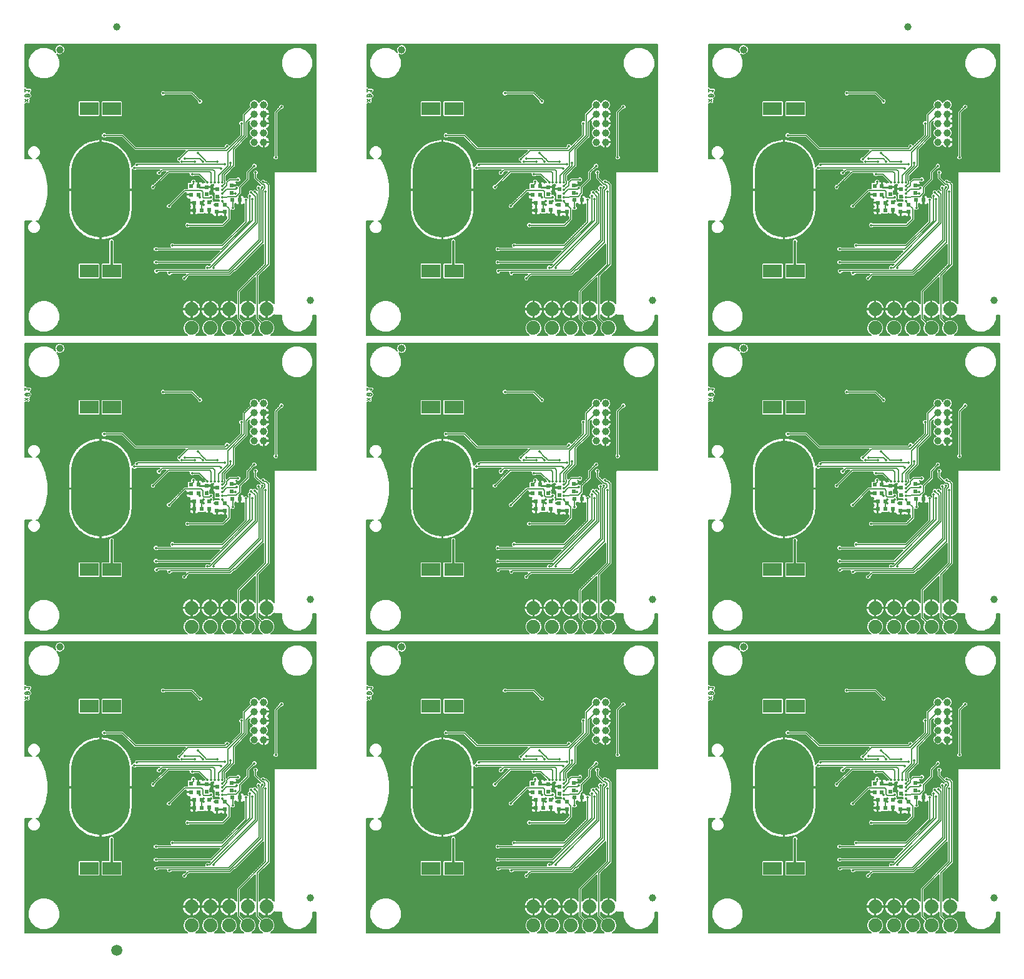
<source format=gbl>
G75*
%MOIN*%
%OFA0B0*%
%FSLAX25Y25*%
%IPPOS*%
%LPD*%
%AMOC8*
5,1,8,0,0,1.08239X$1,22.5*
%
%ADD10C,0.00600*%
%ADD11R,0.02362X0.02362*%
%ADD12C,0.03937*%
%ADD13R,0.10000X0.07000*%
%ADD14C,0.31496*%
%ADD15C,0.07400*%
%ADD16C,0.05906*%
%ADD17C,0.01387*%
%ADD18C,0.00500*%
%ADD19C,0.01000*%
%ADD20C,0.01200*%
D10*
X0139545Y0088343D02*
X0158443Y0088343D01*
X0161693Y0091592D01*
X0161693Y0097298D01*
X0159624Y0099366D01*
X0235385Y0154302D02*
X0237119Y0155458D01*
X0236685Y0158194D02*
X0236597Y0158192D01*
X0236508Y0158187D01*
X0236421Y0158178D01*
X0236333Y0158165D01*
X0236246Y0158149D01*
X0236160Y0158129D01*
X0236075Y0158105D01*
X0235991Y0158078D01*
X0235908Y0158048D01*
X0235826Y0158014D01*
X0235746Y0157977D01*
X0235747Y0157977D02*
X0235706Y0157961D01*
X0235666Y0157942D01*
X0235628Y0157919D01*
X0235592Y0157894D01*
X0235558Y0157865D01*
X0235527Y0157834D01*
X0235499Y0157800D01*
X0235473Y0157764D01*
X0235450Y0157726D01*
X0235431Y0157687D01*
X0235415Y0157645D01*
X0235402Y0157603D01*
X0235393Y0157560D01*
X0235388Y0157516D01*
X0235386Y0157472D01*
X0235388Y0157428D01*
X0235393Y0157384D01*
X0235402Y0157341D01*
X0235415Y0157299D01*
X0235431Y0157257D01*
X0235450Y0157218D01*
X0235473Y0157180D01*
X0235499Y0157144D01*
X0235527Y0157110D01*
X0235558Y0157079D01*
X0235592Y0157051D01*
X0235628Y0157025D01*
X0235666Y0157002D01*
X0235706Y0156983D01*
X0235747Y0156967D01*
X0235963Y0156894D02*
X0237408Y0158050D01*
X0237624Y0157977D02*
X0237665Y0157961D01*
X0237705Y0157942D01*
X0237743Y0157919D01*
X0237779Y0157894D01*
X0237813Y0157865D01*
X0237844Y0157834D01*
X0237872Y0157800D01*
X0237898Y0157764D01*
X0237921Y0157726D01*
X0237940Y0157687D01*
X0237956Y0157645D01*
X0237969Y0157603D01*
X0237978Y0157560D01*
X0237983Y0157516D01*
X0237985Y0157472D01*
X0237983Y0157428D01*
X0237978Y0157384D01*
X0237969Y0157341D01*
X0237956Y0157299D01*
X0237940Y0157257D01*
X0237921Y0157218D01*
X0237898Y0157180D01*
X0237872Y0157144D01*
X0237844Y0157110D01*
X0237813Y0157079D01*
X0237779Y0157051D01*
X0237743Y0157025D01*
X0237705Y0157002D01*
X0237665Y0156983D01*
X0237624Y0156967D01*
X0237624Y0157978D02*
X0237544Y0158015D01*
X0237462Y0158049D01*
X0237379Y0158079D01*
X0237295Y0158106D01*
X0237210Y0158130D01*
X0237124Y0158150D01*
X0237037Y0158166D01*
X0236949Y0158179D01*
X0236862Y0158188D01*
X0236773Y0158193D01*
X0236685Y0158195D01*
X0236685Y0156749D02*
X0236773Y0156751D01*
X0236862Y0156756D01*
X0236949Y0156765D01*
X0237037Y0156778D01*
X0237124Y0156794D01*
X0237210Y0156814D01*
X0237295Y0156838D01*
X0237379Y0156865D01*
X0237462Y0156895D01*
X0237544Y0156929D01*
X0237624Y0156966D01*
X0236685Y0156749D02*
X0236597Y0156751D01*
X0236508Y0156756D01*
X0236421Y0156765D01*
X0236333Y0156778D01*
X0236246Y0156794D01*
X0236160Y0156814D01*
X0236075Y0156838D01*
X0235991Y0156865D01*
X0235908Y0156895D01*
X0235826Y0156929D01*
X0235746Y0156966D01*
X0235385Y0155458D02*
X0237119Y0154302D01*
X0237408Y0159630D02*
X0237985Y0160352D01*
X0235385Y0160352D01*
X0235385Y0159630D02*
X0235385Y0161074D01*
X0322026Y0088343D02*
X0340923Y0088343D01*
X0344173Y0091592D01*
X0344173Y0097298D01*
X0342104Y0099366D01*
X0417866Y0154302D02*
X0419599Y0155458D01*
X0419166Y0158194D02*
X0419078Y0158192D01*
X0418989Y0158187D01*
X0418902Y0158178D01*
X0418814Y0158165D01*
X0418727Y0158149D01*
X0418641Y0158129D01*
X0418556Y0158105D01*
X0418472Y0158078D01*
X0418389Y0158048D01*
X0418307Y0158014D01*
X0418227Y0157977D01*
X0418186Y0157961D01*
X0418146Y0157942D01*
X0418108Y0157919D01*
X0418072Y0157894D01*
X0418038Y0157865D01*
X0418007Y0157834D01*
X0417979Y0157800D01*
X0417953Y0157764D01*
X0417930Y0157726D01*
X0417911Y0157687D01*
X0417895Y0157645D01*
X0417882Y0157603D01*
X0417873Y0157560D01*
X0417868Y0157516D01*
X0417866Y0157472D01*
X0417868Y0157428D01*
X0417873Y0157384D01*
X0417882Y0157341D01*
X0417895Y0157299D01*
X0417911Y0157257D01*
X0417930Y0157218D01*
X0417953Y0157180D01*
X0417979Y0157144D01*
X0418007Y0157110D01*
X0418038Y0157079D01*
X0418072Y0157051D01*
X0418108Y0157025D01*
X0418146Y0157002D01*
X0418186Y0156983D01*
X0418227Y0156967D01*
X0418443Y0156894D02*
X0419888Y0158050D01*
X0420104Y0157977D02*
X0420145Y0157961D01*
X0420185Y0157942D01*
X0420223Y0157919D01*
X0420259Y0157894D01*
X0420293Y0157865D01*
X0420324Y0157834D01*
X0420352Y0157800D01*
X0420378Y0157764D01*
X0420401Y0157726D01*
X0420420Y0157687D01*
X0420436Y0157645D01*
X0420449Y0157603D01*
X0420458Y0157560D01*
X0420463Y0157516D01*
X0420465Y0157472D01*
X0420463Y0157428D01*
X0420458Y0157384D01*
X0420449Y0157341D01*
X0420436Y0157299D01*
X0420420Y0157257D01*
X0420401Y0157218D01*
X0420378Y0157180D01*
X0420352Y0157144D01*
X0420324Y0157110D01*
X0420293Y0157079D01*
X0420259Y0157051D01*
X0420223Y0157025D01*
X0420185Y0157002D01*
X0420145Y0156983D01*
X0420104Y0156967D01*
X0420105Y0157978D02*
X0420025Y0158015D01*
X0419943Y0158049D01*
X0419860Y0158079D01*
X0419776Y0158106D01*
X0419691Y0158130D01*
X0419605Y0158150D01*
X0419518Y0158166D01*
X0419430Y0158179D01*
X0419343Y0158188D01*
X0419254Y0158193D01*
X0419166Y0158195D01*
X0419166Y0156749D02*
X0419254Y0156751D01*
X0419343Y0156756D01*
X0419430Y0156765D01*
X0419518Y0156778D01*
X0419605Y0156794D01*
X0419691Y0156814D01*
X0419776Y0156838D01*
X0419860Y0156865D01*
X0419943Y0156895D01*
X0420025Y0156929D01*
X0420105Y0156966D01*
X0419166Y0156749D02*
X0419078Y0156751D01*
X0418989Y0156756D01*
X0418902Y0156765D01*
X0418814Y0156778D01*
X0418727Y0156794D01*
X0418641Y0156814D01*
X0418556Y0156838D01*
X0418472Y0156865D01*
X0418389Y0156895D01*
X0418307Y0156929D01*
X0418227Y0156966D01*
X0417866Y0155458D02*
X0419599Y0154302D01*
X0419888Y0159630D02*
X0420466Y0160352D01*
X0417866Y0160352D01*
X0417866Y0159630D02*
X0417866Y0161074D01*
X0504506Y0088343D02*
X0523404Y0088343D01*
X0526653Y0091592D01*
X0526653Y0097298D01*
X0524585Y0099366D01*
X0523404Y0247823D02*
X0504506Y0247823D01*
X0523404Y0247823D02*
X0526653Y0251072D01*
X0526653Y0256778D01*
X0524585Y0258846D01*
X0420466Y0319832D02*
X0417866Y0319832D01*
X0417866Y0319110D02*
X0417866Y0320554D01*
X0419888Y0319110D02*
X0420466Y0319832D01*
X0419166Y0316230D02*
X0419078Y0316232D01*
X0418989Y0316237D01*
X0418902Y0316246D01*
X0418814Y0316259D01*
X0418727Y0316275D01*
X0418641Y0316295D01*
X0418556Y0316319D01*
X0418472Y0316346D01*
X0418389Y0316376D01*
X0418307Y0316410D01*
X0418227Y0316447D01*
X0418443Y0316374D02*
X0419888Y0317530D01*
X0420104Y0317457D02*
X0420145Y0317441D01*
X0420185Y0317422D01*
X0420223Y0317399D01*
X0420259Y0317374D01*
X0420293Y0317345D01*
X0420324Y0317314D01*
X0420352Y0317280D01*
X0420378Y0317244D01*
X0420401Y0317206D01*
X0420420Y0317167D01*
X0420436Y0317125D01*
X0420449Y0317083D01*
X0420458Y0317040D01*
X0420463Y0316996D01*
X0420465Y0316952D01*
X0420463Y0316908D01*
X0420458Y0316864D01*
X0420449Y0316821D01*
X0420436Y0316779D01*
X0420420Y0316737D01*
X0420401Y0316698D01*
X0420378Y0316660D01*
X0420352Y0316624D01*
X0420324Y0316590D01*
X0420293Y0316559D01*
X0420259Y0316531D01*
X0420223Y0316505D01*
X0420185Y0316482D01*
X0420145Y0316463D01*
X0420104Y0316447D01*
X0420105Y0317458D02*
X0420025Y0317495D01*
X0419943Y0317529D01*
X0419860Y0317559D01*
X0419776Y0317586D01*
X0419691Y0317610D01*
X0419605Y0317630D01*
X0419518Y0317646D01*
X0419430Y0317659D01*
X0419343Y0317668D01*
X0419254Y0317673D01*
X0419166Y0317675D01*
X0419166Y0316230D02*
X0419254Y0316232D01*
X0419343Y0316237D01*
X0419430Y0316246D01*
X0419518Y0316259D01*
X0419605Y0316275D01*
X0419691Y0316295D01*
X0419776Y0316319D01*
X0419860Y0316346D01*
X0419943Y0316376D01*
X0420025Y0316410D01*
X0420105Y0316447D01*
X0419166Y0317675D02*
X0419078Y0317673D01*
X0418989Y0317668D01*
X0418902Y0317659D01*
X0418814Y0317646D01*
X0418727Y0317630D01*
X0418641Y0317610D01*
X0418556Y0317586D01*
X0418472Y0317559D01*
X0418389Y0317529D01*
X0418307Y0317495D01*
X0418227Y0317458D01*
X0418227Y0317457D02*
X0418186Y0317441D01*
X0418146Y0317422D01*
X0418108Y0317399D01*
X0418072Y0317374D01*
X0418038Y0317345D01*
X0418007Y0317314D01*
X0417979Y0317280D01*
X0417953Y0317244D01*
X0417930Y0317206D01*
X0417911Y0317167D01*
X0417895Y0317125D01*
X0417882Y0317083D01*
X0417873Y0317040D01*
X0417868Y0316996D01*
X0417866Y0316952D01*
X0417868Y0316908D01*
X0417873Y0316864D01*
X0417882Y0316821D01*
X0417895Y0316779D01*
X0417911Y0316737D01*
X0417930Y0316698D01*
X0417953Y0316660D01*
X0417979Y0316624D01*
X0418007Y0316590D01*
X0418038Y0316559D01*
X0418072Y0316531D01*
X0418108Y0316505D01*
X0418146Y0316482D01*
X0418186Y0316463D01*
X0418227Y0316447D01*
X0417866Y0314938D02*
X0419599Y0313782D01*
X0419599Y0314938D02*
X0417866Y0313782D01*
X0344173Y0256778D02*
X0342104Y0258846D01*
X0344173Y0256778D02*
X0344173Y0251072D01*
X0340923Y0247823D01*
X0322026Y0247823D01*
X0237119Y0313782D02*
X0235385Y0314938D01*
X0235385Y0313782D02*
X0237119Y0314938D01*
X0236685Y0317675D02*
X0236597Y0317673D01*
X0236508Y0317668D01*
X0236421Y0317659D01*
X0236333Y0317646D01*
X0236246Y0317630D01*
X0236160Y0317610D01*
X0236075Y0317586D01*
X0235991Y0317559D01*
X0235908Y0317529D01*
X0235826Y0317495D01*
X0235746Y0317458D01*
X0235747Y0317457D02*
X0235706Y0317441D01*
X0235666Y0317422D01*
X0235628Y0317399D01*
X0235592Y0317374D01*
X0235558Y0317345D01*
X0235527Y0317314D01*
X0235499Y0317280D01*
X0235473Y0317244D01*
X0235450Y0317206D01*
X0235431Y0317167D01*
X0235415Y0317125D01*
X0235402Y0317083D01*
X0235393Y0317040D01*
X0235388Y0316996D01*
X0235386Y0316952D01*
X0235388Y0316908D01*
X0235393Y0316864D01*
X0235402Y0316821D01*
X0235415Y0316779D01*
X0235431Y0316737D01*
X0235450Y0316698D01*
X0235473Y0316660D01*
X0235499Y0316624D01*
X0235527Y0316590D01*
X0235558Y0316559D01*
X0235592Y0316531D01*
X0235628Y0316505D01*
X0235666Y0316482D01*
X0235706Y0316463D01*
X0235747Y0316447D01*
X0235963Y0316374D02*
X0237408Y0317530D01*
X0237624Y0317457D02*
X0237665Y0317441D01*
X0237705Y0317422D01*
X0237743Y0317399D01*
X0237779Y0317374D01*
X0237813Y0317345D01*
X0237844Y0317314D01*
X0237872Y0317280D01*
X0237898Y0317244D01*
X0237921Y0317206D01*
X0237940Y0317167D01*
X0237956Y0317125D01*
X0237969Y0317083D01*
X0237978Y0317040D01*
X0237983Y0316996D01*
X0237985Y0316952D01*
X0237983Y0316908D01*
X0237978Y0316864D01*
X0237969Y0316821D01*
X0237956Y0316779D01*
X0237940Y0316737D01*
X0237921Y0316698D01*
X0237898Y0316660D01*
X0237872Y0316624D01*
X0237844Y0316590D01*
X0237813Y0316559D01*
X0237779Y0316531D01*
X0237743Y0316505D01*
X0237705Y0316482D01*
X0237665Y0316463D01*
X0237624Y0316447D01*
X0237624Y0317458D02*
X0237544Y0317495D01*
X0237462Y0317529D01*
X0237379Y0317559D01*
X0237295Y0317586D01*
X0237210Y0317610D01*
X0237124Y0317630D01*
X0237037Y0317646D01*
X0236949Y0317659D01*
X0236862Y0317668D01*
X0236773Y0317673D01*
X0236685Y0317675D01*
X0236685Y0316230D02*
X0236773Y0316232D01*
X0236862Y0316237D01*
X0236949Y0316246D01*
X0237037Y0316259D01*
X0237124Y0316275D01*
X0237210Y0316295D01*
X0237295Y0316319D01*
X0237379Y0316346D01*
X0237462Y0316376D01*
X0237544Y0316410D01*
X0237624Y0316447D01*
X0236685Y0316230D02*
X0236597Y0316232D01*
X0236508Y0316237D01*
X0236421Y0316246D01*
X0236333Y0316259D01*
X0236246Y0316275D01*
X0236160Y0316295D01*
X0236075Y0316319D01*
X0235991Y0316346D01*
X0235908Y0316376D01*
X0235826Y0316410D01*
X0235746Y0316447D01*
X0235385Y0319110D02*
X0235385Y0320554D01*
X0235385Y0319832D02*
X0237985Y0319832D01*
X0237408Y0319110D01*
X0161693Y0256778D02*
X0159624Y0258846D01*
X0161693Y0256778D02*
X0161693Y0251072D01*
X0158443Y0247823D01*
X0139545Y0247823D01*
X0054638Y0313782D02*
X0052905Y0314938D01*
X0052905Y0313782D02*
X0054638Y0314938D01*
X0054205Y0317675D02*
X0054117Y0317673D01*
X0054028Y0317668D01*
X0053941Y0317659D01*
X0053853Y0317646D01*
X0053766Y0317630D01*
X0053680Y0317610D01*
X0053595Y0317586D01*
X0053511Y0317559D01*
X0053428Y0317529D01*
X0053346Y0317495D01*
X0053266Y0317458D01*
X0053267Y0317457D02*
X0053226Y0317441D01*
X0053186Y0317422D01*
X0053148Y0317399D01*
X0053112Y0317374D01*
X0053078Y0317345D01*
X0053047Y0317314D01*
X0053019Y0317280D01*
X0052993Y0317244D01*
X0052970Y0317206D01*
X0052951Y0317167D01*
X0052935Y0317125D01*
X0052922Y0317083D01*
X0052913Y0317040D01*
X0052908Y0316996D01*
X0052906Y0316952D01*
X0052908Y0316908D01*
X0052913Y0316864D01*
X0052922Y0316821D01*
X0052935Y0316779D01*
X0052951Y0316737D01*
X0052970Y0316698D01*
X0052993Y0316660D01*
X0053019Y0316624D01*
X0053047Y0316590D01*
X0053078Y0316559D01*
X0053112Y0316531D01*
X0053148Y0316505D01*
X0053186Y0316482D01*
X0053226Y0316463D01*
X0053267Y0316447D01*
X0053483Y0316374D02*
X0054927Y0317530D01*
X0055505Y0316952D02*
X0055503Y0316908D01*
X0055498Y0316864D01*
X0055489Y0316821D01*
X0055476Y0316779D01*
X0055460Y0316737D01*
X0055441Y0316698D01*
X0055418Y0316660D01*
X0055392Y0316624D01*
X0055364Y0316590D01*
X0055333Y0316559D01*
X0055299Y0316531D01*
X0055263Y0316505D01*
X0055225Y0316482D01*
X0055185Y0316463D01*
X0055144Y0316447D01*
X0055505Y0316952D02*
X0055503Y0316996D01*
X0055498Y0317040D01*
X0055489Y0317083D01*
X0055476Y0317125D01*
X0055460Y0317167D01*
X0055441Y0317206D01*
X0055418Y0317244D01*
X0055392Y0317280D01*
X0055364Y0317314D01*
X0055333Y0317345D01*
X0055299Y0317374D01*
X0055263Y0317399D01*
X0055225Y0317422D01*
X0055185Y0317441D01*
X0055144Y0317457D01*
X0055144Y0316447D02*
X0055064Y0316410D01*
X0054982Y0316376D01*
X0054899Y0316346D01*
X0054815Y0316319D01*
X0054730Y0316295D01*
X0054644Y0316275D01*
X0054557Y0316259D01*
X0054469Y0316246D01*
X0054382Y0316237D01*
X0054293Y0316232D01*
X0054205Y0316230D01*
X0054205Y0317675D02*
X0054293Y0317673D01*
X0054382Y0317668D01*
X0054469Y0317659D01*
X0054557Y0317646D01*
X0054644Y0317630D01*
X0054730Y0317610D01*
X0054815Y0317586D01*
X0054899Y0317559D01*
X0054982Y0317529D01*
X0055064Y0317495D01*
X0055144Y0317458D01*
X0054205Y0316230D02*
X0054117Y0316232D01*
X0054028Y0316237D01*
X0053941Y0316246D01*
X0053853Y0316259D01*
X0053766Y0316275D01*
X0053680Y0316295D01*
X0053595Y0316319D01*
X0053511Y0316346D01*
X0053428Y0316376D01*
X0053346Y0316410D01*
X0053266Y0316447D01*
X0052905Y0319110D02*
X0052905Y0320554D01*
X0052905Y0319832D02*
X0055505Y0319832D01*
X0054927Y0319110D01*
X0139545Y0407303D02*
X0158443Y0407303D01*
X0161693Y0410553D01*
X0161693Y0416258D01*
X0159624Y0418327D01*
X0235385Y0473263D02*
X0237119Y0474418D01*
X0236685Y0477155D02*
X0236597Y0477153D01*
X0236508Y0477148D01*
X0236421Y0477139D01*
X0236333Y0477126D01*
X0236246Y0477110D01*
X0236160Y0477090D01*
X0236075Y0477066D01*
X0235991Y0477039D01*
X0235908Y0477009D01*
X0235826Y0476975D01*
X0235746Y0476938D01*
X0235747Y0476937D02*
X0235706Y0476921D01*
X0235666Y0476902D01*
X0235628Y0476879D01*
X0235592Y0476854D01*
X0235558Y0476825D01*
X0235527Y0476794D01*
X0235499Y0476760D01*
X0235473Y0476724D01*
X0235450Y0476686D01*
X0235431Y0476647D01*
X0235415Y0476605D01*
X0235402Y0476563D01*
X0235393Y0476520D01*
X0235388Y0476476D01*
X0235386Y0476432D01*
X0235388Y0476388D01*
X0235393Y0476344D01*
X0235402Y0476301D01*
X0235415Y0476259D01*
X0235431Y0476217D01*
X0235450Y0476178D01*
X0235473Y0476140D01*
X0235499Y0476104D01*
X0235527Y0476070D01*
X0235558Y0476039D01*
X0235592Y0476011D01*
X0235628Y0475985D01*
X0235666Y0475962D01*
X0235706Y0475943D01*
X0235747Y0475927D01*
X0235963Y0475855D02*
X0237408Y0477010D01*
X0237624Y0476937D02*
X0237665Y0476921D01*
X0237705Y0476902D01*
X0237743Y0476879D01*
X0237779Y0476854D01*
X0237813Y0476825D01*
X0237844Y0476794D01*
X0237872Y0476760D01*
X0237898Y0476724D01*
X0237921Y0476686D01*
X0237940Y0476647D01*
X0237956Y0476605D01*
X0237969Y0476563D01*
X0237978Y0476520D01*
X0237983Y0476476D01*
X0237985Y0476432D01*
X0237983Y0476388D01*
X0237978Y0476344D01*
X0237969Y0476301D01*
X0237956Y0476259D01*
X0237940Y0476217D01*
X0237921Y0476178D01*
X0237898Y0476140D01*
X0237872Y0476104D01*
X0237844Y0476070D01*
X0237813Y0476039D01*
X0237779Y0476011D01*
X0237743Y0475985D01*
X0237705Y0475962D01*
X0237665Y0475943D01*
X0237624Y0475927D01*
X0237624Y0476938D02*
X0237544Y0476975D01*
X0237462Y0477009D01*
X0237379Y0477039D01*
X0237295Y0477066D01*
X0237210Y0477090D01*
X0237124Y0477110D01*
X0237037Y0477126D01*
X0236949Y0477139D01*
X0236862Y0477148D01*
X0236773Y0477153D01*
X0236685Y0477155D01*
X0236685Y0475710D02*
X0236773Y0475712D01*
X0236862Y0475717D01*
X0236949Y0475726D01*
X0237037Y0475739D01*
X0237124Y0475755D01*
X0237210Y0475775D01*
X0237295Y0475799D01*
X0237379Y0475826D01*
X0237462Y0475856D01*
X0237544Y0475890D01*
X0237624Y0475927D01*
X0236685Y0475710D02*
X0236597Y0475712D01*
X0236508Y0475717D01*
X0236421Y0475726D01*
X0236333Y0475739D01*
X0236246Y0475755D01*
X0236160Y0475775D01*
X0236075Y0475799D01*
X0235991Y0475826D01*
X0235908Y0475856D01*
X0235826Y0475890D01*
X0235746Y0475927D01*
X0235385Y0474418D02*
X0237119Y0473263D01*
X0237408Y0478590D02*
X0237985Y0479312D01*
X0235385Y0479312D01*
X0235385Y0478590D02*
X0235385Y0480035D01*
X0322026Y0407303D02*
X0340923Y0407303D01*
X0344173Y0410553D01*
X0344173Y0416258D01*
X0342104Y0418327D01*
X0417866Y0473263D02*
X0419599Y0474418D01*
X0419166Y0477155D02*
X0419078Y0477153D01*
X0418989Y0477148D01*
X0418902Y0477139D01*
X0418814Y0477126D01*
X0418727Y0477110D01*
X0418641Y0477090D01*
X0418556Y0477066D01*
X0418472Y0477039D01*
X0418389Y0477009D01*
X0418307Y0476975D01*
X0418227Y0476938D01*
X0418227Y0476937D02*
X0418186Y0476921D01*
X0418146Y0476902D01*
X0418108Y0476879D01*
X0418072Y0476854D01*
X0418038Y0476825D01*
X0418007Y0476794D01*
X0417979Y0476760D01*
X0417953Y0476724D01*
X0417930Y0476686D01*
X0417911Y0476647D01*
X0417895Y0476605D01*
X0417882Y0476563D01*
X0417873Y0476520D01*
X0417868Y0476476D01*
X0417866Y0476432D01*
X0417868Y0476388D01*
X0417873Y0476344D01*
X0417882Y0476301D01*
X0417895Y0476259D01*
X0417911Y0476217D01*
X0417930Y0476178D01*
X0417953Y0476140D01*
X0417979Y0476104D01*
X0418007Y0476070D01*
X0418038Y0476039D01*
X0418072Y0476011D01*
X0418108Y0475985D01*
X0418146Y0475962D01*
X0418186Y0475943D01*
X0418227Y0475927D01*
X0418443Y0475855D02*
X0419888Y0477010D01*
X0420104Y0476937D02*
X0420145Y0476921D01*
X0420185Y0476902D01*
X0420223Y0476879D01*
X0420259Y0476854D01*
X0420293Y0476825D01*
X0420324Y0476794D01*
X0420352Y0476760D01*
X0420378Y0476724D01*
X0420401Y0476686D01*
X0420420Y0476647D01*
X0420436Y0476605D01*
X0420449Y0476563D01*
X0420458Y0476520D01*
X0420463Y0476476D01*
X0420465Y0476432D01*
X0420463Y0476388D01*
X0420458Y0476344D01*
X0420449Y0476301D01*
X0420436Y0476259D01*
X0420420Y0476217D01*
X0420401Y0476178D01*
X0420378Y0476140D01*
X0420352Y0476104D01*
X0420324Y0476070D01*
X0420293Y0476039D01*
X0420259Y0476011D01*
X0420223Y0475985D01*
X0420185Y0475962D01*
X0420145Y0475943D01*
X0420104Y0475927D01*
X0420105Y0476938D02*
X0420025Y0476975D01*
X0419943Y0477009D01*
X0419860Y0477039D01*
X0419776Y0477066D01*
X0419691Y0477090D01*
X0419605Y0477110D01*
X0419518Y0477126D01*
X0419430Y0477139D01*
X0419343Y0477148D01*
X0419254Y0477153D01*
X0419166Y0477155D01*
X0419166Y0475710D02*
X0419254Y0475712D01*
X0419343Y0475717D01*
X0419430Y0475726D01*
X0419518Y0475739D01*
X0419605Y0475755D01*
X0419691Y0475775D01*
X0419776Y0475799D01*
X0419860Y0475826D01*
X0419943Y0475856D01*
X0420025Y0475890D01*
X0420105Y0475927D01*
X0419166Y0475710D02*
X0419078Y0475712D01*
X0418989Y0475717D01*
X0418902Y0475726D01*
X0418814Y0475739D01*
X0418727Y0475755D01*
X0418641Y0475775D01*
X0418556Y0475799D01*
X0418472Y0475826D01*
X0418389Y0475856D01*
X0418307Y0475890D01*
X0418227Y0475927D01*
X0417866Y0474418D02*
X0419599Y0473263D01*
X0419888Y0478590D02*
X0420466Y0479312D01*
X0417866Y0479312D01*
X0417866Y0478590D02*
X0417866Y0480035D01*
X0504506Y0407303D02*
X0523404Y0407303D01*
X0526653Y0410553D01*
X0526653Y0416258D01*
X0524585Y0418327D01*
X0055505Y0479312D02*
X0052905Y0479312D01*
X0052905Y0478590D02*
X0052905Y0480035D01*
X0054927Y0478590D02*
X0055505Y0479312D01*
X0054205Y0475710D02*
X0054117Y0475712D01*
X0054028Y0475717D01*
X0053941Y0475726D01*
X0053853Y0475739D01*
X0053766Y0475755D01*
X0053680Y0475775D01*
X0053595Y0475799D01*
X0053511Y0475826D01*
X0053428Y0475856D01*
X0053346Y0475890D01*
X0053266Y0475927D01*
X0053483Y0475855D02*
X0054927Y0477010D01*
X0055505Y0476432D02*
X0055503Y0476388D01*
X0055498Y0476344D01*
X0055489Y0476301D01*
X0055476Y0476259D01*
X0055460Y0476217D01*
X0055441Y0476178D01*
X0055418Y0476140D01*
X0055392Y0476104D01*
X0055364Y0476070D01*
X0055333Y0476039D01*
X0055299Y0476011D01*
X0055263Y0475985D01*
X0055225Y0475962D01*
X0055185Y0475943D01*
X0055144Y0475927D01*
X0055505Y0476432D02*
X0055503Y0476476D01*
X0055498Y0476520D01*
X0055489Y0476563D01*
X0055476Y0476605D01*
X0055460Y0476647D01*
X0055441Y0476686D01*
X0055418Y0476724D01*
X0055392Y0476760D01*
X0055364Y0476794D01*
X0055333Y0476825D01*
X0055299Y0476854D01*
X0055263Y0476879D01*
X0055225Y0476902D01*
X0055185Y0476921D01*
X0055144Y0476937D01*
X0055144Y0475927D02*
X0055064Y0475890D01*
X0054982Y0475856D01*
X0054899Y0475826D01*
X0054815Y0475799D01*
X0054730Y0475775D01*
X0054644Y0475755D01*
X0054557Y0475739D01*
X0054469Y0475726D01*
X0054382Y0475717D01*
X0054293Y0475712D01*
X0054205Y0475710D01*
X0054205Y0477155D02*
X0054293Y0477153D01*
X0054382Y0477148D01*
X0054469Y0477139D01*
X0054557Y0477126D01*
X0054644Y0477110D01*
X0054730Y0477090D01*
X0054815Y0477066D01*
X0054899Y0477039D01*
X0054982Y0477009D01*
X0055064Y0476975D01*
X0055144Y0476938D01*
X0053267Y0475927D02*
X0053226Y0475943D01*
X0053186Y0475962D01*
X0053148Y0475985D01*
X0053112Y0476011D01*
X0053078Y0476039D01*
X0053047Y0476070D01*
X0053019Y0476104D01*
X0052993Y0476140D01*
X0052970Y0476178D01*
X0052951Y0476217D01*
X0052935Y0476259D01*
X0052922Y0476301D01*
X0052913Y0476344D01*
X0052908Y0476388D01*
X0052906Y0476432D01*
X0052908Y0476476D01*
X0052913Y0476520D01*
X0052922Y0476563D01*
X0052935Y0476605D01*
X0052951Y0476647D01*
X0052970Y0476686D01*
X0052993Y0476724D01*
X0053019Y0476760D01*
X0053047Y0476794D01*
X0053078Y0476825D01*
X0053112Y0476854D01*
X0053148Y0476879D01*
X0053186Y0476902D01*
X0053226Y0476921D01*
X0053267Y0476937D01*
X0053266Y0476938D02*
X0053346Y0476975D01*
X0053428Y0477009D01*
X0053511Y0477039D01*
X0053595Y0477066D01*
X0053680Y0477090D01*
X0053766Y0477110D01*
X0053853Y0477126D01*
X0053941Y0477139D01*
X0054028Y0477148D01*
X0054117Y0477153D01*
X0054205Y0477155D01*
X0054638Y0474418D02*
X0052905Y0473263D01*
X0052905Y0474418D02*
X0054638Y0473263D01*
X0052905Y0161074D02*
X0052905Y0159630D01*
X0052905Y0160352D02*
X0055505Y0160352D01*
X0054927Y0159630D01*
X0054205Y0156749D02*
X0054117Y0156751D01*
X0054028Y0156756D01*
X0053941Y0156765D01*
X0053853Y0156778D01*
X0053766Y0156794D01*
X0053680Y0156814D01*
X0053595Y0156838D01*
X0053511Y0156865D01*
X0053428Y0156895D01*
X0053346Y0156929D01*
X0053266Y0156966D01*
X0053483Y0156894D02*
X0054927Y0158050D01*
X0055144Y0157977D02*
X0055185Y0157961D01*
X0055225Y0157942D01*
X0055263Y0157919D01*
X0055299Y0157894D01*
X0055333Y0157865D01*
X0055364Y0157834D01*
X0055392Y0157800D01*
X0055418Y0157764D01*
X0055441Y0157726D01*
X0055460Y0157687D01*
X0055476Y0157645D01*
X0055489Y0157603D01*
X0055498Y0157560D01*
X0055503Y0157516D01*
X0055505Y0157472D01*
X0055503Y0157428D01*
X0055498Y0157384D01*
X0055489Y0157341D01*
X0055476Y0157299D01*
X0055460Y0157257D01*
X0055441Y0157218D01*
X0055418Y0157180D01*
X0055392Y0157144D01*
X0055364Y0157110D01*
X0055333Y0157079D01*
X0055299Y0157051D01*
X0055263Y0157025D01*
X0055225Y0157002D01*
X0055185Y0156983D01*
X0055144Y0156967D01*
X0055144Y0157978D02*
X0055064Y0158015D01*
X0054982Y0158049D01*
X0054899Y0158079D01*
X0054815Y0158106D01*
X0054730Y0158130D01*
X0054644Y0158150D01*
X0054557Y0158166D01*
X0054469Y0158179D01*
X0054382Y0158188D01*
X0054293Y0158193D01*
X0054205Y0158195D01*
X0054205Y0156749D02*
X0054293Y0156751D01*
X0054382Y0156756D01*
X0054469Y0156765D01*
X0054557Y0156778D01*
X0054644Y0156794D01*
X0054730Y0156814D01*
X0054815Y0156838D01*
X0054899Y0156865D01*
X0054982Y0156895D01*
X0055064Y0156929D01*
X0055144Y0156966D01*
X0054205Y0158194D02*
X0054117Y0158192D01*
X0054028Y0158187D01*
X0053941Y0158178D01*
X0053853Y0158165D01*
X0053766Y0158149D01*
X0053680Y0158129D01*
X0053595Y0158105D01*
X0053511Y0158078D01*
X0053428Y0158048D01*
X0053346Y0158014D01*
X0053266Y0157977D01*
X0053267Y0157977D02*
X0053226Y0157961D01*
X0053186Y0157942D01*
X0053148Y0157919D01*
X0053112Y0157894D01*
X0053078Y0157865D01*
X0053047Y0157834D01*
X0053019Y0157800D01*
X0052993Y0157764D01*
X0052970Y0157726D01*
X0052951Y0157687D01*
X0052935Y0157645D01*
X0052922Y0157603D01*
X0052913Y0157560D01*
X0052908Y0157516D01*
X0052906Y0157472D01*
X0052908Y0157428D01*
X0052913Y0157384D01*
X0052922Y0157341D01*
X0052935Y0157299D01*
X0052951Y0157257D01*
X0052970Y0157218D01*
X0052993Y0157180D01*
X0053019Y0157144D01*
X0053047Y0157110D01*
X0053078Y0157079D01*
X0053112Y0157051D01*
X0053148Y0157025D01*
X0053186Y0157002D01*
X0053226Y0156983D01*
X0053267Y0156967D01*
X0052905Y0155458D02*
X0054638Y0154302D01*
X0054638Y0155458D02*
X0052905Y0154302D01*
D11*
X0141414Y0109209D03*
X0145351Y0109209D03*
X0149712Y0108709D03*
X0149712Y0104772D03*
X0145344Y0104681D03*
X0141407Y0104681D03*
X0143089Y0100350D03*
X0147026Y0100350D03*
X0147026Y0096217D03*
X0143089Y0096217D03*
X0151159Y0096510D03*
X0151159Y0100447D03*
X0155293Y0099366D03*
X0155293Y0095429D03*
X0159624Y0095429D03*
X0159624Y0099366D03*
X0163561Y0101728D03*
X0167498Y0101728D03*
X0163307Y0105665D03*
X0163307Y0109602D03*
X0155587Y0107640D03*
X0155587Y0103703D03*
X0323888Y0104681D03*
X0327825Y0104681D03*
X0332193Y0104772D03*
X0332193Y0108709D03*
X0327831Y0109209D03*
X0323894Y0109209D03*
X0325569Y0100350D03*
X0329506Y0100350D03*
X0329506Y0096217D03*
X0325569Y0096217D03*
X0333640Y0096510D03*
X0333640Y0100447D03*
X0337774Y0099366D03*
X0337774Y0095429D03*
X0342104Y0095429D03*
X0342104Y0099366D03*
X0346041Y0101728D03*
X0349978Y0101728D03*
X0345787Y0105665D03*
X0345787Y0109602D03*
X0338067Y0107640D03*
X0338067Y0103703D03*
X0506368Y0104681D03*
X0510305Y0104681D03*
X0514673Y0104772D03*
X0514673Y0108709D03*
X0510311Y0109209D03*
X0506374Y0109209D03*
X0508049Y0100350D03*
X0511986Y0100350D03*
X0511986Y0096217D03*
X0508049Y0096217D03*
X0516120Y0096510D03*
X0516120Y0100447D03*
X0520254Y0099366D03*
X0520254Y0095429D03*
X0524585Y0095429D03*
X0524585Y0099366D03*
X0528522Y0101728D03*
X0532459Y0101728D03*
X0528267Y0105665D03*
X0528267Y0109602D03*
X0520548Y0107640D03*
X0520548Y0103703D03*
X0520254Y0254909D03*
X0520254Y0258846D03*
X0516120Y0259928D03*
X0516120Y0255991D03*
X0511986Y0255697D03*
X0508049Y0255697D03*
X0508049Y0259831D03*
X0511986Y0259831D03*
X0510305Y0264161D03*
X0506368Y0264161D03*
X0506374Y0268689D03*
X0510311Y0268689D03*
X0514673Y0268189D03*
X0514673Y0264252D03*
X0520548Y0263183D03*
X0520548Y0267120D03*
X0528267Y0269083D03*
X0528267Y0265146D03*
X0528522Y0261209D03*
X0532459Y0261209D03*
X0524585Y0258846D03*
X0524585Y0254909D03*
X0349978Y0261209D03*
X0346041Y0261209D03*
X0345787Y0265146D03*
X0345787Y0269083D03*
X0338067Y0267120D03*
X0338067Y0263183D03*
X0337774Y0258846D03*
X0337774Y0254909D03*
X0333640Y0255991D03*
X0333640Y0259928D03*
X0329506Y0259831D03*
X0325569Y0259831D03*
X0325569Y0255697D03*
X0329506Y0255697D03*
X0342104Y0254909D03*
X0342104Y0258846D03*
X0332193Y0264252D03*
X0332193Y0268189D03*
X0327831Y0268689D03*
X0323894Y0268689D03*
X0323888Y0264161D03*
X0327825Y0264161D03*
X0167498Y0261209D03*
X0163561Y0261209D03*
X0163307Y0265146D03*
X0163307Y0269083D03*
X0155587Y0267120D03*
X0155587Y0263183D03*
X0155293Y0258846D03*
X0155293Y0254909D03*
X0151159Y0255991D03*
X0151159Y0259928D03*
X0147026Y0259831D03*
X0143089Y0259831D03*
X0143089Y0255697D03*
X0147026Y0255697D03*
X0145344Y0264161D03*
X0141407Y0264161D03*
X0141414Y0268689D03*
X0145351Y0268689D03*
X0149712Y0268189D03*
X0149712Y0264252D03*
X0159624Y0258846D03*
X0159624Y0254909D03*
X0159624Y0414390D03*
X0159624Y0418327D03*
X0155293Y0418327D03*
X0155293Y0414390D03*
X0151159Y0415471D03*
X0151159Y0419408D03*
X0147026Y0419311D03*
X0143089Y0419311D03*
X0143089Y0415177D03*
X0147026Y0415177D03*
X0145344Y0423642D03*
X0141407Y0423642D03*
X0141414Y0428169D03*
X0145351Y0428169D03*
X0149712Y0427669D03*
X0149712Y0423732D03*
X0155587Y0422664D03*
X0155587Y0426601D03*
X0163307Y0428563D03*
X0163307Y0424626D03*
X0163561Y0420689D03*
X0167498Y0420689D03*
X0323888Y0423642D03*
X0327825Y0423642D03*
X0332193Y0423732D03*
X0332193Y0427669D03*
X0327831Y0428169D03*
X0323894Y0428169D03*
X0325569Y0419311D03*
X0329506Y0419311D03*
X0329506Y0415177D03*
X0325569Y0415177D03*
X0333640Y0415471D03*
X0333640Y0419408D03*
X0337774Y0418327D03*
X0337774Y0414390D03*
X0342104Y0414390D03*
X0342104Y0418327D03*
X0346041Y0420689D03*
X0349978Y0420689D03*
X0345787Y0424626D03*
X0345787Y0428563D03*
X0338067Y0426601D03*
X0338067Y0422664D03*
X0506368Y0423642D03*
X0510305Y0423642D03*
X0514673Y0423732D03*
X0514673Y0427669D03*
X0510311Y0428169D03*
X0506374Y0428169D03*
X0508049Y0419311D03*
X0511986Y0419311D03*
X0511986Y0415177D03*
X0508049Y0415177D03*
X0516120Y0415471D03*
X0516120Y0419408D03*
X0520254Y0418327D03*
X0520254Y0414390D03*
X0524585Y0414390D03*
X0524585Y0418327D03*
X0528522Y0420689D03*
X0532459Y0420689D03*
X0528267Y0424626D03*
X0528267Y0428563D03*
X0520548Y0426601D03*
X0520548Y0422664D03*
D12*
X0540195Y0451634D03*
X0540195Y0456634D03*
X0540195Y0461634D03*
X0540195Y0466634D03*
X0540195Y0471634D03*
X0545195Y0471634D03*
X0545195Y0466634D03*
X0545195Y0461634D03*
X0545195Y0456634D03*
X0545195Y0451634D03*
X0524191Y0513191D03*
X0436396Y0501004D03*
X0362715Y0471634D03*
X0362715Y0466634D03*
X0362715Y0461634D03*
X0362715Y0456634D03*
X0362715Y0451634D03*
X0357715Y0451634D03*
X0357715Y0456634D03*
X0357715Y0461634D03*
X0357715Y0466634D03*
X0357715Y0471634D03*
X0253915Y0501004D03*
X0180234Y0471634D03*
X0175234Y0471634D03*
X0175234Y0466634D03*
X0175234Y0461634D03*
X0175234Y0456634D03*
X0175234Y0451634D03*
X0180234Y0451634D03*
X0180234Y0456634D03*
X0180234Y0461634D03*
X0180234Y0466634D03*
X0101750Y0513191D03*
X0071435Y0501004D03*
X0205293Y0367146D03*
X0253915Y0341524D03*
X0180234Y0312154D03*
X0175234Y0312154D03*
X0175234Y0307154D03*
X0180234Y0307154D03*
X0180234Y0302154D03*
X0175234Y0302154D03*
X0175234Y0297154D03*
X0180234Y0297154D03*
X0180234Y0292154D03*
X0175234Y0292154D03*
X0071435Y0341524D03*
X0205293Y0207665D03*
X0253915Y0182043D03*
X0180234Y0152673D03*
X0175234Y0152673D03*
X0175234Y0147673D03*
X0175234Y0142673D03*
X0175234Y0137673D03*
X0175234Y0132673D03*
X0180234Y0132673D03*
X0180234Y0137673D03*
X0180234Y0142673D03*
X0180234Y0147673D03*
X0071435Y0182043D03*
X0205293Y0048185D03*
X0357715Y0132673D03*
X0362715Y0132673D03*
X0362715Y0137673D03*
X0362715Y0142673D03*
X0362715Y0147673D03*
X0362715Y0152673D03*
X0357715Y0152673D03*
X0357715Y0147673D03*
X0357715Y0142673D03*
X0357715Y0137673D03*
X0436396Y0182043D03*
X0387774Y0207665D03*
X0362715Y0292154D03*
X0362715Y0297154D03*
X0362715Y0302154D03*
X0362715Y0307154D03*
X0362715Y0312154D03*
X0357715Y0312154D03*
X0357715Y0307154D03*
X0357715Y0302154D03*
X0357715Y0297154D03*
X0357715Y0292154D03*
X0436396Y0341524D03*
X0387774Y0367146D03*
X0540195Y0312154D03*
X0545195Y0312154D03*
X0545195Y0307154D03*
X0540195Y0307154D03*
X0540195Y0302154D03*
X0545195Y0302154D03*
X0545195Y0297154D03*
X0540195Y0297154D03*
X0540195Y0292154D03*
X0545195Y0292154D03*
X0570254Y0367146D03*
X0570254Y0207665D03*
X0545195Y0152673D03*
X0545195Y0147673D03*
X0545195Y0142673D03*
X0545195Y0137673D03*
X0545195Y0132673D03*
X0540195Y0132673D03*
X0540195Y0137673D03*
X0540195Y0142673D03*
X0540195Y0147673D03*
X0540195Y0152673D03*
X0570254Y0048185D03*
X0387774Y0048185D03*
D13*
X0451947Y0063933D03*
X0464152Y0063933D03*
X0464152Y0150547D03*
X0451947Y0150547D03*
X0451947Y0223413D03*
X0464152Y0223413D03*
X0464152Y0310028D03*
X0451947Y0310028D03*
X0451947Y0382894D03*
X0464152Y0382894D03*
X0464152Y0469508D03*
X0451947Y0469508D03*
X0281671Y0469508D03*
X0269467Y0469508D03*
X0269467Y0382894D03*
X0281671Y0382894D03*
X0281671Y0310028D03*
X0269467Y0310028D03*
X0269467Y0223413D03*
X0281671Y0223413D03*
X0281671Y0150547D03*
X0269467Y0150547D03*
X0269467Y0063933D03*
X0281671Y0063933D03*
X0099191Y0063933D03*
X0086986Y0063933D03*
X0086986Y0150547D03*
X0099191Y0150547D03*
X0099191Y0223413D03*
X0086986Y0223413D03*
X0086986Y0310028D03*
X0099191Y0310028D03*
X0099191Y0382894D03*
X0086986Y0382894D03*
X0086986Y0469508D03*
X0099191Y0469508D03*
D14*
X0093089Y0436043D02*
X0093089Y0416359D01*
X0275569Y0416359D02*
X0275569Y0436043D01*
X0458049Y0436043D02*
X0458049Y0416359D01*
X0458049Y0276562D02*
X0458049Y0256878D01*
X0275569Y0256878D02*
X0275569Y0276562D01*
X0093089Y0276562D02*
X0093089Y0256878D01*
X0093089Y0117082D02*
X0093089Y0097398D01*
X0275569Y0097398D02*
X0275569Y0117082D01*
X0458049Y0117082D02*
X0458049Y0097398D01*
D15*
X0506711Y0043500D03*
X0516711Y0043500D03*
X0526711Y0043500D03*
X0536711Y0043500D03*
X0546711Y0043500D03*
X0546711Y0033500D03*
X0536711Y0033500D03*
X0526711Y0033500D03*
X0516711Y0033500D03*
X0506711Y0033500D03*
X0364230Y0033500D03*
X0354230Y0033500D03*
X0344230Y0033500D03*
X0334230Y0033500D03*
X0324230Y0033500D03*
X0324230Y0043500D03*
X0334230Y0043500D03*
X0344230Y0043500D03*
X0354230Y0043500D03*
X0364230Y0043500D03*
X0181750Y0043500D03*
X0171750Y0043500D03*
X0161750Y0043500D03*
X0161750Y0033500D03*
X0171750Y0033500D03*
X0181750Y0033500D03*
X0151750Y0033500D03*
X0141750Y0033500D03*
X0141750Y0043500D03*
X0151750Y0043500D03*
X0151750Y0192980D03*
X0141750Y0192980D03*
X0141750Y0202980D03*
X0151750Y0202980D03*
X0161750Y0202980D03*
X0171750Y0202980D03*
X0181750Y0202980D03*
X0181750Y0192980D03*
X0171750Y0192980D03*
X0161750Y0192980D03*
X0324230Y0192980D03*
X0334230Y0192980D03*
X0334230Y0202980D03*
X0324230Y0202980D03*
X0344230Y0202980D03*
X0354230Y0202980D03*
X0354230Y0192980D03*
X0344230Y0192980D03*
X0364230Y0192980D03*
X0364230Y0202980D03*
X0506711Y0202980D03*
X0516711Y0202980D03*
X0526711Y0202980D03*
X0536711Y0202980D03*
X0546711Y0202980D03*
X0546711Y0192980D03*
X0536711Y0192980D03*
X0526711Y0192980D03*
X0516711Y0192980D03*
X0506711Y0192980D03*
X0506711Y0352461D03*
X0506711Y0362461D03*
X0516711Y0362461D03*
X0516711Y0352461D03*
X0526711Y0352461D03*
X0526711Y0362461D03*
X0536711Y0362461D03*
X0536711Y0352461D03*
X0546711Y0352461D03*
X0546711Y0362461D03*
X0364230Y0362461D03*
X0364230Y0352461D03*
X0354230Y0352461D03*
X0354230Y0362461D03*
X0344230Y0362461D03*
X0344230Y0352461D03*
X0334230Y0352461D03*
X0334230Y0362461D03*
X0324230Y0362461D03*
X0324230Y0352461D03*
X0181750Y0352461D03*
X0181750Y0362461D03*
X0171750Y0362461D03*
X0161750Y0362461D03*
X0161750Y0352461D03*
X0171750Y0352461D03*
X0151750Y0352461D03*
X0151750Y0362461D03*
X0141750Y0362461D03*
X0141750Y0352461D03*
D16*
X0101750Y0020250D03*
D17*
X0122979Y0063800D03*
X0122750Y0068500D03*
X0129948Y0062800D03*
X0137970Y0059996D03*
X0150175Y0065687D03*
X0153519Y0065687D03*
X0131474Y0077500D03*
X0122750Y0075500D03*
X0139545Y0088343D03*
X0139747Y0099342D03*
X0146238Y0103303D03*
X0148207Y0101335D03*
X0148207Y0099366D03*
X0152144Y0101335D03*
X0152144Y0103303D03*
X0150175Y0105272D03*
X0150175Y0111177D03*
X0152144Y0111177D03*
X0154112Y0111177D03*
X0156081Y0111177D03*
X0158049Y0111177D03*
X0158049Y0109209D03*
X0158049Y0107240D03*
X0158049Y0105272D03*
X0158049Y0103303D03*
X0156081Y0103303D03*
X0158049Y0101335D03*
X0154112Y0099366D03*
X0151047Y0092642D03*
X0163750Y0097500D03*
X0166750Y0097500D03*
X0170706Y0101900D03*
X0172837Y0104000D03*
X0173550Y0105800D03*
X0175492Y0106087D03*
X0177533Y0108300D03*
X0179421Y0108656D03*
X0181225Y0106377D03*
X0179948Y0111543D03*
X0175938Y0116558D03*
X0175234Y0119984D03*
X0186750Y0124500D03*
X0164750Y0118100D03*
X0162476Y0121676D03*
X0159582Y0120868D03*
X0157524Y0118524D03*
X0155556Y0122311D03*
X0147682Y0122311D03*
X0143315Y0122311D03*
X0145006Y0126904D03*
X0138092Y0123742D03*
X0136550Y0122311D03*
X0135106Y0123537D03*
X0142069Y0115524D03*
X0142750Y0111583D03*
X0138850Y0112900D03*
X0124394Y0116275D03*
X0121172Y0108696D03*
X0129750Y0098500D03*
X0111282Y0118968D03*
X0112508Y0120411D03*
X0093089Y0107240D03*
X0095057Y0136299D03*
X0126553Y0158821D03*
X0146238Y0154484D03*
X0168417Y0142700D03*
X0160674Y0130520D03*
X0166606Y0112621D03*
X0165906Y0108159D03*
X0165022Y0105272D03*
X0174294Y0102075D03*
X0189750Y0151500D03*
X0277537Y0136299D03*
X0294988Y0120411D03*
X0293763Y0118968D03*
X0306874Y0116275D03*
X0303653Y0108696D03*
X0312230Y0098500D03*
X0322227Y0099342D03*
X0328718Y0103303D03*
X0330687Y0101335D03*
X0330687Y0099366D03*
X0334624Y0101335D03*
X0334624Y0103303D03*
X0332655Y0105272D03*
X0332655Y0111177D03*
X0334624Y0111177D03*
X0336593Y0111177D03*
X0338561Y0111177D03*
X0340530Y0111177D03*
X0340530Y0109209D03*
X0340530Y0107240D03*
X0340530Y0105272D03*
X0340530Y0103303D03*
X0340530Y0101335D03*
X0338561Y0103303D03*
X0336593Y0099366D03*
X0333527Y0092642D03*
X0322026Y0088343D03*
X0313955Y0077500D03*
X0305230Y0075500D03*
X0305230Y0068500D03*
X0305459Y0063800D03*
X0312428Y0062800D03*
X0320451Y0059996D03*
X0332655Y0065687D03*
X0336000Y0065687D03*
X0346230Y0097500D03*
X0349230Y0097500D03*
X0353187Y0101900D03*
X0355318Y0104000D03*
X0356030Y0105800D03*
X0357972Y0106087D03*
X0360014Y0108300D03*
X0361901Y0108656D03*
X0363705Y0106377D03*
X0362429Y0111543D03*
X0358418Y0116558D03*
X0357715Y0119984D03*
X0369230Y0124500D03*
X0347230Y0118100D03*
X0344956Y0121676D03*
X0342063Y0120868D03*
X0340005Y0118524D03*
X0338036Y0122311D03*
X0330162Y0122311D03*
X0325795Y0122311D03*
X0327487Y0126904D03*
X0320572Y0123742D03*
X0319030Y0122311D03*
X0317587Y0123537D03*
X0324550Y0115524D03*
X0325230Y0111583D03*
X0321330Y0112900D03*
X0347502Y0105272D03*
X0348387Y0108159D03*
X0349087Y0112621D03*
X0356774Y0102075D03*
X0343154Y0130520D03*
X0350897Y0142700D03*
X0372230Y0151500D03*
X0328718Y0154484D03*
X0309033Y0158821D03*
X0275569Y0107240D03*
X0281474Y0079681D03*
X0458049Y0107240D03*
X0476243Y0118968D03*
X0477468Y0120411D03*
X0489354Y0116275D03*
X0486133Y0108696D03*
X0494711Y0098500D03*
X0504707Y0099342D03*
X0511199Y0103303D03*
X0513167Y0101335D03*
X0513167Y0099366D03*
X0517104Y0101335D03*
X0517104Y0103303D03*
X0515136Y0105272D03*
X0515136Y0111177D03*
X0517104Y0111177D03*
X0519073Y0111177D03*
X0521041Y0111177D03*
X0523010Y0111177D03*
X0523010Y0109209D03*
X0523010Y0107240D03*
X0523010Y0105272D03*
X0523010Y0103303D03*
X0523010Y0101335D03*
X0521041Y0103303D03*
X0519073Y0099366D03*
X0516007Y0092642D03*
X0504506Y0088343D03*
X0496435Y0077500D03*
X0487711Y0075500D03*
X0487711Y0068500D03*
X0487940Y0063800D03*
X0494908Y0062800D03*
X0502931Y0059996D03*
X0515136Y0065687D03*
X0518480Y0065687D03*
X0528711Y0097500D03*
X0531711Y0097500D03*
X0535667Y0101900D03*
X0537798Y0104000D03*
X0538511Y0105800D03*
X0540452Y0106087D03*
X0542494Y0108300D03*
X0544381Y0108656D03*
X0546185Y0106377D03*
X0544909Y0111543D03*
X0540898Y0116558D03*
X0540195Y0119984D03*
X0551711Y0124500D03*
X0529711Y0118100D03*
X0527437Y0121676D03*
X0524543Y0120868D03*
X0522485Y0118524D03*
X0520517Y0122311D03*
X0512642Y0122311D03*
X0508275Y0122311D03*
X0509967Y0126904D03*
X0503052Y0123742D03*
X0501511Y0122311D03*
X0500067Y0123537D03*
X0507030Y0115524D03*
X0507711Y0111583D03*
X0503811Y0112900D03*
X0529982Y0105272D03*
X0530867Y0108159D03*
X0531567Y0112621D03*
X0539254Y0102075D03*
X0525635Y0130520D03*
X0533377Y0142700D03*
X0554711Y0151500D03*
X0511199Y0154484D03*
X0491514Y0158821D03*
X0460018Y0136299D03*
X0463955Y0079681D03*
X0502931Y0219476D03*
X0494908Y0222280D03*
X0487940Y0223280D03*
X0487711Y0227980D03*
X0487711Y0234980D03*
X0496435Y0236980D03*
X0504506Y0247823D03*
X0516007Y0252122D03*
X0513167Y0258846D03*
X0513167Y0260815D03*
X0511199Y0262783D03*
X0515136Y0264752D03*
X0517104Y0262783D03*
X0517104Y0260815D03*
X0519073Y0258846D03*
X0523010Y0260815D03*
X0523010Y0262783D03*
X0521041Y0262783D03*
X0523010Y0264752D03*
X0523010Y0266720D03*
X0523010Y0268689D03*
X0523010Y0270657D03*
X0521041Y0270657D03*
X0519073Y0270657D03*
X0517104Y0270657D03*
X0515136Y0270657D03*
X0507711Y0271064D03*
X0507030Y0275004D03*
X0503811Y0272380D03*
X0501511Y0281792D03*
X0500067Y0283017D03*
X0503052Y0283222D03*
X0508275Y0281792D03*
X0512642Y0281792D03*
X0509967Y0286385D03*
X0520517Y0281792D03*
X0522485Y0278004D03*
X0524543Y0280348D03*
X0527437Y0281156D03*
X0529711Y0277580D03*
X0531567Y0272101D03*
X0530867Y0267639D03*
X0529982Y0264752D03*
X0535667Y0261380D03*
X0537798Y0263480D03*
X0538511Y0265280D03*
X0540452Y0265568D03*
X0542494Y0267780D03*
X0544381Y0268136D03*
X0546185Y0265857D03*
X0544909Y0271024D03*
X0540898Y0276038D03*
X0540195Y0279465D03*
X0551711Y0283980D03*
X0533377Y0302180D03*
X0525635Y0290000D03*
X0511199Y0313965D03*
X0491514Y0318302D03*
X0460018Y0295780D03*
X0477468Y0279892D03*
X0476243Y0278448D03*
X0489354Y0275755D03*
X0486133Y0268176D03*
X0494711Y0257980D03*
X0504707Y0258822D03*
X0528711Y0256980D03*
X0531711Y0256980D03*
X0539254Y0261555D03*
X0518480Y0225168D03*
X0515136Y0225168D03*
X0463955Y0239161D03*
X0458049Y0266720D03*
X0372230Y0310980D03*
X0350897Y0302180D03*
X0343154Y0290000D03*
X0344956Y0281156D03*
X0342063Y0280348D03*
X0340005Y0278004D03*
X0338036Y0281792D03*
X0330162Y0281792D03*
X0325795Y0281792D03*
X0327487Y0286385D03*
X0320572Y0283222D03*
X0319030Y0281792D03*
X0317587Y0283017D03*
X0324550Y0275004D03*
X0325230Y0271064D03*
X0321330Y0272380D03*
X0332655Y0270657D03*
X0334624Y0270657D03*
X0336593Y0270657D03*
X0338561Y0270657D03*
X0340530Y0270657D03*
X0340530Y0268689D03*
X0340530Y0266720D03*
X0340530Y0264752D03*
X0340530Y0262783D03*
X0340530Y0260815D03*
X0338561Y0262783D03*
X0334624Y0262783D03*
X0334624Y0260815D03*
X0336593Y0258846D03*
X0330687Y0258846D03*
X0330687Y0260815D03*
X0328718Y0262783D03*
X0332655Y0264752D03*
X0322227Y0258822D03*
X0333527Y0252122D03*
X0322026Y0247823D03*
X0313955Y0236980D03*
X0305230Y0234980D03*
X0305230Y0227980D03*
X0305459Y0223280D03*
X0312428Y0222280D03*
X0320451Y0219476D03*
X0332655Y0225168D03*
X0336000Y0225168D03*
X0346230Y0256980D03*
X0349230Y0256980D03*
X0353187Y0261380D03*
X0355318Y0263480D03*
X0356030Y0265280D03*
X0357972Y0265568D03*
X0360014Y0267780D03*
X0361901Y0268136D03*
X0363705Y0265857D03*
X0362429Y0271024D03*
X0358418Y0276038D03*
X0357715Y0279465D03*
X0369230Y0283980D03*
X0347230Y0277580D03*
X0349087Y0272101D03*
X0348387Y0267639D03*
X0347502Y0264752D03*
X0356774Y0261555D03*
X0312230Y0257980D03*
X0303653Y0268176D03*
X0306874Y0275755D03*
X0294988Y0279892D03*
X0293763Y0278448D03*
X0275569Y0266720D03*
X0277537Y0295780D03*
X0309033Y0318302D03*
X0328718Y0313965D03*
X0320451Y0378957D03*
X0312428Y0381761D03*
X0305459Y0382761D03*
X0305230Y0387461D03*
X0305230Y0394461D03*
X0313955Y0396461D03*
X0322026Y0407303D03*
X0322227Y0418302D03*
X0328718Y0422264D03*
X0330687Y0420295D03*
X0330687Y0418327D03*
X0334624Y0420295D03*
X0334624Y0422264D03*
X0332655Y0424232D03*
X0332655Y0430138D03*
X0334624Y0430138D03*
X0336593Y0430138D03*
X0338561Y0430138D03*
X0340530Y0430138D03*
X0340530Y0428169D03*
X0340530Y0426201D03*
X0340530Y0424232D03*
X0340530Y0422264D03*
X0340530Y0420295D03*
X0338561Y0422264D03*
X0336593Y0418327D03*
X0333527Y0411602D03*
X0346230Y0416461D03*
X0349230Y0416461D03*
X0353187Y0420861D03*
X0355318Y0422961D03*
X0356030Y0424761D03*
X0357972Y0425048D03*
X0360014Y0427261D03*
X0361901Y0427617D03*
X0363705Y0425337D03*
X0362429Y0430504D03*
X0358418Y0435518D03*
X0357715Y0438945D03*
X0369230Y0443461D03*
X0347230Y0437061D03*
X0344956Y0440637D03*
X0342063Y0439828D03*
X0340005Y0437485D03*
X0338036Y0441272D03*
X0330162Y0441272D03*
X0325795Y0441272D03*
X0327487Y0445865D03*
X0320572Y0442702D03*
X0319030Y0441272D03*
X0317587Y0442498D03*
X0324550Y0434485D03*
X0325230Y0430544D03*
X0321330Y0431861D03*
X0306874Y0435235D03*
X0303653Y0427657D03*
X0312230Y0417461D03*
X0293763Y0437928D03*
X0294988Y0439372D03*
X0275569Y0426201D03*
X0281474Y0398642D03*
X0332655Y0384648D03*
X0336000Y0384648D03*
X0356774Y0421035D03*
X0347502Y0424232D03*
X0348387Y0427120D03*
X0349087Y0431581D03*
X0343154Y0449481D03*
X0350897Y0461661D03*
X0372230Y0470461D03*
X0328718Y0473445D03*
X0309033Y0477782D03*
X0277537Y0455260D03*
X0189750Y0470461D03*
X0168417Y0461661D03*
X0160674Y0449481D03*
X0162476Y0440637D03*
X0159582Y0439828D03*
X0157524Y0437485D03*
X0155556Y0441272D03*
X0147682Y0441272D03*
X0143315Y0441272D03*
X0145006Y0445865D03*
X0138092Y0442702D03*
X0136550Y0441272D03*
X0135106Y0442498D03*
X0142069Y0434485D03*
X0142750Y0430544D03*
X0138850Y0431861D03*
X0146238Y0422264D03*
X0148207Y0420295D03*
X0148207Y0418327D03*
X0152144Y0420295D03*
X0152144Y0422264D03*
X0150175Y0424232D03*
X0150175Y0430138D03*
X0152144Y0430138D03*
X0154112Y0430138D03*
X0156081Y0430138D03*
X0158049Y0430138D03*
X0158049Y0428169D03*
X0158049Y0426201D03*
X0158049Y0424232D03*
X0158049Y0422264D03*
X0156081Y0422264D03*
X0158049Y0420295D03*
X0154112Y0418327D03*
X0151047Y0411602D03*
X0139545Y0407303D03*
X0139747Y0418302D03*
X0129750Y0417461D03*
X0121172Y0427657D03*
X0124394Y0435235D03*
X0112508Y0439372D03*
X0111282Y0437928D03*
X0093089Y0426201D03*
X0098994Y0398642D03*
X0122750Y0394461D03*
X0122750Y0387461D03*
X0122979Y0382761D03*
X0129948Y0381761D03*
X0137970Y0378957D03*
X0150175Y0384648D03*
X0153519Y0384648D03*
X0131474Y0396461D03*
X0163750Y0416461D03*
X0166750Y0416461D03*
X0170706Y0420861D03*
X0172837Y0422961D03*
X0173550Y0424761D03*
X0175492Y0425048D03*
X0177533Y0427261D03*
X0179421Y0427617D03*
X0181225Y0425337D03*
X0179948Y0430504D03*
X0175938Y0435518D03*
X0175234Y0438945D03*
X0186750Y0443461D03*
X0164750Y0437061D03*
X0166606Y0431581D03*
X0165906Y0427120D03*
X0165022Y0424232D03*
X0174294Y0421035D03*
X0146238Y0473445D03*
X0126553Y0477782D03*
X0095057Y0455260D03*
X0126553Y0318302D03*
X0146238Y0313965D03*
X0168417Y0302180D03*
X0160674Y0290000D03*
X0162476Y0281156D03*
X0159582Y0280348D03*
X0157524Y0278004D03*
X0155556Y0281792D03*
X0147682Y0281792D03*
X0143315Y0281792D03*
X0145006Y0286385D03*
X0138092Y0283222D03*
X0136550Y0281792D03*
X0135106Y0283017D03*
X0142069Y0275004D03*
X0142750Y0271064D03*
X0138850Y0272380D03*
X0150175Y0270657D03*
X0152144Y0270657D03*
X0154112Y0270657D03*
X0156081Y0270657D03*
X0158049Y0270657D03*
X0158049Y0268689D03*
X0158049Y0266720D03*
X0158049Y0264752D03*
X0158049Y0262783D03*
X0158049Y0260815D03*
X0156081Y0262783D03*
X0152144Y0262783D03*
X0152144Y0260815D03*
X0154112Y0258846D03*
X0148207Y0258846D03*
X0148207Y0260815D03*
X0146238Y0262783D03*
X0150175Y0264752D03*
X0139747Y0258822D03*
X0129750Y0257980D03*
X0121172Y0268176D03*
X0124394Y0275755D03*
X0112508Y0279892D03*
X0111282Y0278448D03*
X0093089Y0266720D03*
X0095057Y0295780D03*
X0151047Y0252122D03*
X0139545Y0247823D03*
X0131474Y0236980D03*
X0122750Y0234980D03*
X0122750Y0227980D03*
X0122979Y0223280D03*
X0129948Y0222280D03*
X0137970Y0219476D03*
X0150175Y0225168D03*
X0153519Y0225168D03*
X0163750Y0256980D03*
X0166750Y0256980D03*
X0170706Y0261380D03*
X0172837Y0263480D03*
X0173550Y0265280D03*
X0175492Y0265568D03*
X0177533Y0267780D03*
X0179421Y0268136D03*
X0181225Y0265857D03*
X0179948Y0271024D03*
X0175938Y0276038D03*
X0175234Y0279465D03*
X0186750Y0283980D03*
X0164750Y0277580D03*
X0166606Y0272101D03*
X0165906Y0267639D03*
X0165022Y0264752D03*
X0174294Y0261555D03*
X0189750Y0310980D03*
X0098994Y0239161D03*
X0281474Y0239161D03*
X0487940Y0382761D03*
X0487711Y0387461D03*
X0487711Y0394461D03*
X0496435Y0396461D03*
X0504506Y0407303D03*
X0516007Y0411602D03*
X0513167Y0418327D03*
X0513167Y0420295D03*
X0511199Y0422264D03*
X0515136Y0424232D03*
X0517104Y0422264D03*
X0517104Y0420295D03*
X0519073Y0418327D03*
X0521041Y0422264D03*
X0523010Y0422264D03*
X0523010Y0424232D03*
X0523010Y0426201D03*
X0523010Y0428169D03*
X0523010Y0430138D03*
X0521041Y0430138D03*
X0519073Y0430138D03*
X0517104Y0430138D03*
X0515136Y0430138D03*
X0507711Y0430544D03*
X0507030Y0434485D03*
X0503811Y0431861D03*
X0501511Y0441272D03*
X0500067Y0442498D03*
X0503052Y0442702D03*
X0508275Y0441272D03*
X0512642Y0441272D03*
X0509967Y0445865D03*
X0520517Y0441272D03*
X0522485Y0437485D03*
X0524543Y0439828D03*
X0527437Y0440637D03*
X0529711Y0437061D03*
X0531567Y0431581D03*
X0530867Y0427120D03*
X0529982Y0424232D03*
X0535667Y0420861D03*
X0537798Y0422961D03*
X0538511Y0424761D03*
X0540452Y0425048D03*
X0542494Y0427261D03*
X0544381Y0427617D03*
X0546185Y0425337D03*
X0544909Y0430504D03*
X0540898Y0435518D03*
X0540195Y0438945D03*
X0551711Y0443461D03*
X0533377Y0461661D03*
X0525635Y0449481D03*
X0511199Y0473445D03*
X0491514Y0477782D03*
X0460018Y0455260D03*
X0477468Y0439372D03*
X0476243Y0437928D03*
X0489354Y0435235D03*
X0486133Y0427657D03*
X0494711Y0417461D03*
X0504707Y0418302D03*
X0523010Y0420295D03*
X0528711Y0416461D03*
X0531711Y0416461D03*
X0539254Y0421035D03*
X0518480Y0384648D03*
X0515136Y0384648D03*
X0502931Y0378957D03*
X0494908Y0381761D03*
X0463955Y0398642D03*
X0458049Y0426201D03*
X0554711Y0470461D03*
X0554711Y0310980D03*
X0098994Y0079681D03*
D18*
X0052750Y0090492D02*
X0052750Y0029650D01*
X0139416Y0029650D01*
X0139229Y0029727D01*
X0137977Y0030979D01*
X0137300Y0032615D01*
X0137300Y0034385D01*
X0137977Y0036021D01*
X0139229Y0037273D01*
X0140865Y0037950D01*
X0142635Y0037950D01*
X0144271Y0037273D01*
X0145523Y0036021D01*
X0146200Y0034385D01*
X0146200Y0032615D01*
X0145523Y0030979D01*
X0144271Y0029727D01*
X0144084Y0029650D01*
X0149416Y0029650D01*
X0149229Y0029727D01*
X0147977Y0030979D01*
X0147300Y0032615D01*
X0147300Y0034385D01*
X0147977Y0036021D01*
X0149229Y0037273D01*
X0150865Y0037950D01*
X0152635Y0037950D01*
X0154271Y0037273D01*
X0155523Y0036021D01*
X0156200Y0034385D01*
X0156200Y0032615D01*
X0155523Y0030979D01*
X0154271Y0029727D01*
X0154084Y0029650D01*
X0159416Y0029650D01*
X0159229Y0029727D01*
X0157977Y0030979D01*
X0157300Y0032615D01*
X0157300Y0034385D01*
X0157977Y0036021D01*
X0159229Y0037273D01*
X0160865Y0037950D01*
X0162635Y0037950D01*
X0164271Y0037273D01*
X0165523Y0036021D01*
X0166200Y0034385D01*
X0166200Y0032615D01*
X0165523Y0030979D01*
X0164271Y0029727D01*
X0164084Y0029650D01*
X0169416Y0029650D01*
X0169229Y0029727D01*
X0167977Y0030979D01*
X0167300Y0032615D01*
X0167300Y0034385D01*
X0167930Y0035906D01*
X0166336Y0037500D01*
X0165750Y0038086D01*
X0165750Y0040584D01*
X0165526Y0040275D01*
X0164975Y0039724D01*
X0164344Y0039266D01*
X0163650Y0038913D01*
X0162909Y0038672D01*
X0162140Y0038550D01*
X0162000Y0038550D01*
X0162000Y0043250D01*
X0161500Y0043250D01*
X0161500Y0038550D01*
X0161360Y0038550D01*
X0160591Y0038672D01*
X0159850Y0038913D01*
X0159156Y0039266D01*
X0158525Y0039724D01*
X0157974Y0040275D01*
X0157516Y0040906D01*
X0157163Y0041600D01*
X0156922Y0042341D01*
X0156800Y0043110D01*
X0156800Y0043250D01*
X0161500Y0043250D01*
X0161500Y0043750D01*
X0161500Y0048450D01*
X0161360Y0048450D01*
X0160591Y0048328D01*
X0159850Y0048087D01*
X0159156Y0047734D01*
X0158525Y0047276D01*
X0157974Y0046725D01*
X0157516Y0046094D01*
X0157163Y0045400D01*
X0156922Y0044659D01*
X0156800Y0043890D01*
X0156800Y0043750D01*
X0161500Y0043750D01*
X0162000Y0043750D01*
X0162000Y0048450D01*
X0162140Y0048450D01*
X0162909Y0048328D01*
X0163650Y0048087D01*
X0164344Y0047734D01*
X0164975Y0047276D01*
X0165526Y0046725D01*
X0165750Y0046416D01*
X0165750Y0053300D01*
X0180225Y0067775D01*
X0180225Y0078172D01*
X0166139Y0064086D01*
X0165553Y0063500D01*
X0164863Y0063500D01*
X0163192Y0061829D01*
X0162607Y0061244D01*
X0140632Y0061244D01*
X0139414Y0060026D01*
X0139414Y0059398D01*
X0138568Y0058552D01*
X0137372Y0058552D01*
X0136527Y0059398D01*
X0136527Y0060594D01*
X0137372Y0061440D01*
X0138000Y0061440D01*
X0138804Y0062244D01*
X0131391Y0062244D01*
X0131391Y0062202D01*
X0130546Y0061356D01*
X0129350Y0061356D01*
X0128504Y0062202D01*
X0128504Y0063244D01*
X0124423Y0063244D01*
X0124423Y0063202D01*
X0123577Y0062356D01*
X0122381Y0062356D01*
X0121535Y0063202D01*
X0121535Y0064398D01*
X0122381Y0065244D01*
X0148731Y0065244D01*
X0148731Y0066285D01*
X0149577Y0067131D01*
X0150773Y0067131D01*
X0151140Y0066764D01*
X0151876Y0067500D01*
X0123792Y0067500D01*
X0123348Y0067056D01*
X0122152Y0067056D01*
X0121306Y0067902D01*
X0121306Y0069098D01*
X0122152Y0069944D01*
X0123348Y0069944D01*
X0123792Y0069500D01*
X0151645Y0069500D01*
X0156645Y0074500D01*
X0123792Y0074500D01*
X0123348Y0074056D01*
X0122152Y0074056D01*
X0121306Y0074902D01*
X0121306Y0076098D01*
X0122152Y0076944D01*
X0123348Y0076944D01*
X0123792Y0076500D01*
X0130433Y0076500D01*
X0130031Y0076902D01*
X0130031Y0078098D01*
X0130876Y0078944D01*
X0132072Y0078944D01*
X0132516Y0078500D01*
X0157816Y0078500D01*
X0169706Y0090390D01*
X0169706Y0099826D01*
X0169679Y0099780D01*
X0169447Y0099547D01*
X0169162Y0099382D01*
X0168844Y0099297D01*
X0167748Y0099297D01*
X0167748Y0101478D01*
X0167248Y0101478D01*
X0167248Y0099297D01*
X0166152Y0099297D01*
X0165834Y0099382D01*
X0165549Y0099547D01*
X0165317Y0099780D01*
X0165214Y0099958D01*
X0165053Y0099797D01*
X0164750Y0099797D01*
X0164750Y0098542D01*
X0165194Y0098098D01*
X0165194Y0096902D01*
X0164348Y0096056D01*
X0163152Y0096056D01*
X0162743Y0096466D01*
X0162743Y0091157D01*
X0162127Y0090542D01*
X0162127Y0090542D01*
X0159493Y0087908D01*
X0159493Y0087908D01*
X0158878Y0087293D01*
X0140537Y0087293D01*
X0140143Y0086899D01*
X0138947Y0086899D01*
X0138102Y0087745D01*
X0138102Y0088941D01*
X0138947Y0089786D01*
X0140143Y0089786D01*
X0140537Y0089393D01*
X0158008Y0089393D01*
X0160643Y0092027D01*
X0160643Y0092998D01*
X0159874Y0092998D01*
X0159874Y0095179D01*
X0159374Y0095179D01*
X0159374Y0092998D01*
X0158278Y0092998D01*
X0157960Y0093083D01*
X0157675Y0093248D01*
X0157459Y0093465D01*
X0157242Y0093248D01*
X0156957Y0093083D01*
X0156639Y0092998D01*
X0155543Y0092998D01*
X0155543Y0095179D01*
X0155043Y0095179D01*
X0155043Y0092998D01*
X0153948Y0092998D01*
X0153630Y0093083D01*
X0153345Y0093248D01*
X0153112Y0093481D01*
X0152947Y0093766D01*
X0152862Y0094083D01*
X0152862Y0094187D01*
X0152823Y0094164D01*
X0152505Y0094079D01*
X0151409Y0094079D01*
X0151409Y0096260D01*
X0150909Y0096260D01*
X0150909Y0094079D01*
X0149814Y0094079D01*
X0149496Y0094164D01*
X0149211Y0094329D01*
X0148978Y0094562D01*
X0148911Y0094679D01*
X0148517Y0094285D01*
X0145534Y0094285D01*
X0145373Y0094446D01*
X0145270Y0094268D01*
X0145037Y0094035D01*
X0144752Y0093871D01*
X0144434Y0093785D01*
X0143339Y0093785D01*
X0143339Y0095966D01*
X0142839Y0095966D01*
X0142839Y0093785D01*
X0141743Y0093785D01*
X0141425Y0093871D01*
X0141140Y0094035D01*
X0140907Y0094268D01*
X0140743Y0094553D01*
X0140657Y0094871D01*
X0140657Y0095967D01*
X0142839Y0095967D01*
X0142839Y0096466D01*
X0140657Y0096466D01*
X0140657Y0097562D01*
X0140743Y0097880D01*
X0140907Y0098165D01*
X0141026Y0098283D01*
X0140907Y0098402D01*
X0140743Y0098687D01*
X0140657Y0099005D01*
X0140657Y0100100D01*
X0142839Y0100100D01*
X0143339Y0100100D01*
X0143339Y0096467D01*
X0142839Y0096467D01*
X0142839Y0097919D01*
X0142839Y0100100D01*
X0142839Y0100600D01*
X0140657Y0100600D01*
X0140657Y0101696D01*
X0140743Y0102014D01*
X0140879Y0102250D01*
X0140062Y0102250D01*
X0139744Y0102335D01*
X0139459Y0102500D01*
X0139226Y0102732D01*
X0139062Y0103018D01*
X0138976Y0103335D01*
X0138976Y0104431D01*
X0141157Y0104431D01*
X0141157Y0104931D01*
X0138976Y0104931D01*
X0138976Y0105922D01*
X0138586Y0105922D01*
X0131194Y0098529D01*
X0131194Y0097902D01*
X0130348Y0097056D01*
X0129152Y0097056D01*
X0128306Y0097902D01*
X0128306Y0099098D01*
X0129152Y0099944D01*
X0129779Y0099944D01*
X0137758Y0107922D01*
X0139483Y0107922D01*
X0139483Y0110700D01*
X0139922Y0111140D01*
X0141306Y0111140D01*
X0141306Y0112181D01*
X0142152Y0113027D01*
X0143348Y0113027D01*
X0144194Y0112181D01*
X0144194Y0111640D01*
X0145101Y0111640D01*
X0145101Y0109459D01*
X0145601Y0109459D01*
X0145601Y0111640D01*
X0146696Y0111640D01*
X0147014Y0111555D01*
X0147299Y0111390D01*
X0147532Y0111157D01*
X0147697Y0110872D01*
X0147707Y0110833D01*
X0147764Y0110890D01*
X0148049Y0111055D01*
X0148367Y0111140D01*
X0148731Y0111140D01*
X0148731Y0111207D01*
X0145414Y0114524D01*
X0143111Y0114524D01*
X0142667Y0114080D01*
X0141471Y0114080D01*
X0140626Y0114926D01*
X0140626Y0115968D01*
X0129858Y0115968D01*
X0122616Y0108726D01*
X0122616Y0108098D01*
X0121770Y0107252D01*
X0120574Y0107252D01*
X0119729Y0108098D01*
X0119729Y0109294D01*
X0120574Y0110140D01*
X0121202Y0110140D01*
X0128030Y0116968D01*
X0126501Y0116968D01*
X0125837Y0116304D01*
X0125837Y0115677D01*
X0124992Y0114831D01*
X0123796Y0114831D01*
X0122950Y0115677D01*
X0122950Y0116873D01*
X0123796Y0117718D01*
X0124423Y0117718D01*
X0124673Y0117968D01*
X0112324Y0117968D01*
X0111880Y0117524D01*
X0110684Y0117524D01*
X0110058Y0118150D01*
X0110087Y0117825D01*
X0110087Y0107490D01*
X0093339Y0107490D01*
X0093339Y0106990D01*
X0110087Y0106990D01*
X0110087Y0096655D01*
X0109957Y0095177D01*
X0109699Y0093715D01*
X0109315Y0092281D01*
X0108808Y0090887D01*
X0108180Y0089541D01*
X0107438Y0088256D01*
X0106587Y0087040D01*
X0105633Y0085903D01*
X0104583Y0084853D01*
X0103446Y0083899D01*
X0102230Y0083048D01*
X0100945Y0082306D01*
X0099600Y0081679D01*
X0098205Y0081171D01*
X0096771Y0080787D01*
X0095309Y0080529D01*
X0093831Y0080400D01*
X0093339Y0080400D01*
X0093339Y0106990D01*
X0092839Y0106990D01*
X0092839Y0080400D01*
X0092346Y0080400D01*
X0090868Y0080529D01*
X0089406Y0080787D01*
X0087972Y0081171D01*
X0086578Y0081679D01*
X0085232Y0082306D01*
X0083947Y0083048D01*
X0082731Y0083899D01*
X0081594Y0084853D01*
X0080544Y0085903D01*
X0079590Y0087040D01*
X0078739Y0088256D01*
X0077997Y0089541D01*
X0077369Y0090887D01*
X0076862Y0092281D01*
X0076478Y0093715D01*
X0076220Y0095177D01*
X0076091Y0096655D01*
X0076091Y0106990D01*
X0092839Y0106990D01*
X0092839Y0107490D01*
X0092839Y0134081D01*
X0092346Y0134081D01*
X0090868Y0133951D01*
X0089406Y0133694D01*
X0087972Y0133309D01*
X0086578Y0132802D01*
X0085232Y0132174D01*
X0083947Y0131432D01*
X0082731Y0130581D01*
X0081594Y0129627D01*
X0080544Y0128577D01*
X0079590Y0127440D01*
X0078739Y0126224D01*
X0077997Y0124939D01*
X0077369Y0123594D01*
X0076862Y0122199D01*
X0076478Y0120765D01*
X0076220Y0119303D01*
X0076091Y0117825D01*
X0076091Y0107490D01*
X0092839Y0107490D01*
X0093339Y0107490D01*
X0093339Y0134081D01*
X0093831Y0134081D01*
X0095309Y0133951D01*
X0096771Y0133694D01*
X0098205Y0133309D01*
X0099600Y0132802D01*
X0100945Y0132174D01*
X0102230Y0131432D01*
X0103446Y0130581D01*
X0104583Y0129627D01*
X0105633Y0128577D01*
X0106587Y0127440D01*
X0107438Y0126224D01*
X0108180Y0124939D01*
X0108808Y0123594D01*
X0109315Y0122199D01*
X0109699Y0120765D01*
X0109900Y0119627D01*
X0110684Y0120411D01*
X0111064Y0120411D01*
X0111064Y0121009D01*
X0111910Y0121855D01*
X0112537Y0121855D01*
X0112550Y0121868D01*
X0135106Y0121868D01*
X0135106Y0122093D01*
X0134508Y0122093D01*
X0133663Y0122939D01*
X0133663Y0124135D01*
X0134508Y0124981D01*
X0135136Y0124981D01*
X0138503Y0128348D01*
X0111403Y0128348D01*
X0110817Y0128934D01*
X0104451Y0135299D01*
X0096099Y0135299D01*
X0095655Y0134856D01*
X0094459Y0134856D01*
X0093613Y0135701D01*
X0093613Y0136897D01*
X0094459Y0137743D01*
X0095655Y0137743D01*
X0096099Y0137299D01*
X0105280Y0137299D01*
X0112231Y0130348D01*
X0159088Y0130348D01*
X0159230Y0130491D01*
X0159230Y0131118D01*
X0160076Y0131964D01*
X0161272Y0131964D01*
X0162009Y0131227D01*
X0167417Y0136635D01*
X0167417Y0141658D01*
X0166973Y0142102D01*
X0166973Y0143298D01*
X0167819Y0144144D01*
X0168860Y0144144D01*
X0168860Y0147713D01*
X0169446Y0148299D01*
X0172739Y0151593D01*
X0172516Y0152132D01*
X0172516Y0153214D01*
X0172930Y0154213D01*
X0173694Y0154978D01*
X0174694Y0155392D01*
X0175775Y0155392D01*
X0176774Y0154978D01*
X0177539Y0154213D01*
X0177734Y0153741D01*
X0177930Y0154213D01*
X0178694Y0154978D01*
X0179694Y0155392D01*
X0180775Y0155392D01*
X0181774Y0154978D01*
X0182539Y0154213D01*
X0182953Y0153214D01*
X0182953Y0152132D01*
X0182539Y0151133D01*
X0181862Y0150456D01*
X0182286Y0150173D01*
X0182734Y0149725D01*
X0183086Y0149198D01*
X0183329Y0148612D01*
X0183453Y0147990D01*
X0183453Y0147923D01*
X0180484Y0147923D01*
X0180484Y0147423D01*
X0180484Y0144455D01*
X0180484Y0142923D01*
X0179984Y0142923D01*
X0179984Y0147423D01*
X0180484Y0147423D01*
X0183453Y0147423D01*
X0183453Y0147356D01*
X0183329Y0146734D01*
X0183086Y0146149D01*
X0185750Y0146149D01*
X0185750Y0146647D02*
X0183293Y0146647D01*
X0183411Y0147146D02*
X0185750Y0147146D01*
X0185750Y0147644D02*
X0180484Y0147644D01*
X0180484Y0147146D02*
X0179984Y0147146D01*
X0179984Y0146647D02*
X0180484Y0146647D01*
X0180484Y0146149D02*
X0179984Y0146149D01*
X0179984Y0145650D02*
X0180484Y0145650D01*
X0180484Y0145152D02*
X0179984Y0145152D01*
X0179984Y0144653D02*
X0180484Y0144653D01*
X0180484Y0144155D02*
X0179984Y0144155D01*
X0179984Y0143656D02*
X0180484Y0143656D01*
X0180484Y0143158D02*
X0179984Y0143158D01*
X0180484Y0142923D02*
X0183453Y0142923D01*
X0183453Y0142990D01*
X0183329Y0143612D01*
X0183086Y0144198D01*
X0182734Y0144725D01*
X0182286Y0145173D01*
X0182286Y0145173D01*
X0182286Y0145173D01*
X0182734Y0145622D01*
X0183086Y0146149D01*
X0182753Y0145650D02*
X0185750Y0145650D01*
X0185750Y0145152D02*
X0182307Y0145152D01*
X0182782Y0144653D02*
X0185750Y0144653D01*
X0185750Y0144155D02*
X0183104Y0144155D01*
X0183311Y0143656D02*
X0185750Y0143656D01*
X0185750Y0143158D02*
X0183419Y0143158D01*
X0183453Y0142423D02*
X0180484Y0142423D01*
X0180484Y0142923D01*
X0180484Y0142659D02*
X0185750Y0142659D01*
X0185750Y0142161D02*
X0183414Y0142161D01*
X0183453Y0142356D02*
X0183453Y0142423D01*
X0183453Y0142356D02*
X0183329Y0141734D01*
X0183086Y0141149D01*
X0182734Y0140622D01*
X0182286Y0140173D01*
X0181862Y0139890D01*
X0182539Y0139213D01*
X0182953Y0138214D01*
X0182953Y0137132D01*
X0182539Y0136133D01*
X0181862Y0135456D01*
X0182286Y0135173D01*
X0182734Y0134725D01*
X0183086Y0134198D01*
X0183329Y0133612D01*
X0183453Y0132990D01*
X0183453Y0132923D01*
X0180484Y0132923D01*
X0180484Y0132423D01*
X0180484Y0129455D01*
X0180551Y0129455D01*
X0181173Y0129578D01*
X0181759Y0129821D01*
X0182286Y0130173D01*
X0182734Y0130622D01*
X0183086Y0131149D01*
X0183329Y0131734D01*
X0183453Y0132356D01*
X0183453Y0132423D01*
X0180484Y0132423D01*
X0179984Y0132423D01*
X0179984Y0129455D01*
X0179917Y0129455D01*
X0179295Y0129578D01*
X0178710Y0129821D01*
X0178183Y0130173D01*
X0177734Y0130622D01*
X0177451Y0131045D01*
X0176774Y0130369D01*
X0175775Y0129955D01*
X0174694Y0129955D01*
X0173694Y0130369D01*
X0172930Y0131133D01*
X0172516Y0132132D01*
X0172516Y0133214D01*
X0172930Y0134213D01*
X0173694Y0134978D01*
X0174166Y0135173D01*
X0173694Y0135369D01*
X0172930Y0136133D01*
X0172516Y0137132D01*
X0172516Y0138214D01*
X0172930Y0139213D01*
X0173694Y0139978D01*
X0174166Y0140173D01*
X0173694Y0140369D01*
X0172930Y0141133D01*
X0172516Y0142132D01*
X0172516Y0143214D01*
X0172747Y0143771D01*
X0171860Y0142885D01*
X0171860Y0135374D01*
X0171274Y0134788D01*
X0165050Y0128563D01*
X0165050Y0119657D01*
X0164464Y0119072D01*
X0160049Y0114657D01*
X0160049Y0112633D01*
X0160381Y0112301D01*
X0161115Y0113035D01*
X0161701Y0113621D01*
X0165565Y0113621D01*
X0166008Y0114065D01*
X0167204Y0114065D01*
X0168050Y0113219D01*
X0168050Y0112023D01*
X0167204Y0111177D01*
X0166008Y0111177D01*
X0165565Y0111621D01*
X0165418Y0111621D01*
X0165488Y0111551D01*
X0165653Y0111266D01*
X0165738Y0110948D01*
X0165738Y0109852D01*
X0163557Y0109852D01*
X0163557Y0109352D01*
X0165058Y0109352D01*
X0165308Y0109603D01*
X0166504Y0109603D01*
X0166751Y0109356D01*
X0170750Y0113356D01*
X0170750Y0116914D01*
X0171336Y0117500D01*
X0173791Y0119955D01*
X0173791Y0120582D01*
X0174636Y0121428D01*
X0175832Y0121428D01*
X0176678Y0120582D01*
X0176678Y0119386D01*
X0175832Y0118541D01*
X0175205Y0118541D01*
X0172750Y0116086D01*
X0172750Y0112527D01*
X0168450Y0108227D01*
X0168450Y0105086D01*
X0167864Y0104500D01*
X0167248Y0103884D01*
X0167248Y0101978D01*
X0167748Y0101978D01*
X0167748Y0104159D01*
X0168844Y0104159D01*
X0169162Y0104074D01*
X0169447Y0103910D01*
X0169679Y0103677D01*
X0169844Y0103392D01*
X0169910Y0103145D01*
X0170108Y0103344D01*
X0171304Y0103344D01*
X0171850Y0102798D01*
X0171850Y0102946D01*
X0171394Y0103402D01*
X0171394Y0104598D01*
X0172106Y0105311D01*
X0172106Y0106398D01*
X0172952Y0107244D01*
X0174148Y0107244D01*
X0174377Y0107015D01*
X0174894Y0107531D01*
X0176090Y0107531D01*
X0176781Y0106840D01*
X0176781Y0107011D01*
X0176090Y0107702D01*
X0176090Y0108898D01*
X0176935Y0109744D01*
X0178131Y0109744D01*
X0178299Y0109576D01*
X0178379Y0109656D01*
X0174938Y0113098D01*
X0174938Y0115516D01*
X0174494Y0115960D01*
X0174494Y0117156D01*
X0175340Y0118002D01*
X0176536Y0118002D01*
X0177382Y0117156D01*
X0177382Y0115960D01*
X0176938Y0115516D01*
X0176938Y0113926D01*
X0178614Y0112250D01*
X0179350Y0112987D01*
X0180546Y0112987D01*
X0181392Y0112141D01*
X0181392Y0112100D01*
X0181847Y0112100D01*
X0183083Y0110864D01*
X0183668Y0110278D01*
X0183668Y0066976D01*
X0177750Y0061058D01*
X0177750Y0046416D01*
X0177974Y0046725D01*
X0178525Y0047276D01*
X0179156Y0047734D01*
X0179850Y0048087D01*
X0180591Y0048328D01*
X0181360Y0048450D01*
X0181500Y0048450D01*
X0181500Y0043750D01*
X0182000Y0043750D01*
X0182000Y0048450D01*
X0182140Y0048450D01*
X0182909Y0048328D01*
X0183650Y0048087D01*
X0184344Y0047734D01*
X0184975Y0047276D01*
X0185526Y0046725D01*
X0185756Y0046408D01*
X0185756Y0116606D01*
X0186195Y0117045D01*
X0208076Y0117045D01*
X0208080Y0117041D01*
X0208080Y0184830D01*
X0052900Y0184830D01*
X0052900Y0162124D01*
X0053340Y0162124D01*
X0053955Y0161509D01*
X0053955Y0161402D01*
X0055447Y0161402D01*
X0055821Y0161443D01*
X0055873Y0161402D01*
X0055940Y0161402D01*
X0056206Y0161135D01*
X0056501Y0160900D01*
X0056508Y0160834D01*
X0056555Y0160787D01*
X0056555Y0160410D01*
X0056597Y0160035D01*
X0056555Y0159983D01*
X0056555Y0159917D01*
X0056289Y0159650D01*
X0055689Y0158901D01*
X0055965Y0158806D01*
X0055965Y0158806D01*
X0055965Y0158806D01*
X0056555Y0157980D01*
X0056555Y0156964D01*
X0055965Y0156138D01*
X0055965Y0156138D01*
X0055546Y0155994D01*
X0055543Y0155993D01*
X0055753Y0155678D01*
X0055594Y0154880D01*
X0055753Y0154081D01*
X0055271Y0153358D01*
X0054418Y0153187D01*
X0053772Y0153618D01*
X0053126Y0153187D01*
X0052900Y0153232D01*
X0052900Y0123988D01*
X0056345Y0123988D01*
X0055670Y0124268D01*
X0054683Y0125254D01*
X0054150Y0126543D01*
X0054150Y0127938D01*
X0054683Y0129226D01*
X0055670Y0130212D01*
X0056958Y0130746D01*
X0058353Y0130746D01*
X0059641Y0130212D01*
X0060628Y0129226D01*
X0061161Y0127938D01*
X0061161Y0126543D01*
X0060628Y0125254D01*
X0059641Y0124268D01*
X0058966Y0123988D01*
X0059345Y0123988D01*
X0059460Y0124058D01*
X0059745Y0123988D01*
X0060038Y0123988D01*
X0060134Y0123893D01*
X0060265Y0123861D01*
X0060417Y0123610D01*
X0060624Y0123402D01*
X0060624Y0123267D01*
X0061960Y0121062D01*
X0061960Y0121062D01*
X0063990Y0115719D01*
X0063990Y0115719D01*
X0065022Y0110098D01*
X0065022Y0104382D01*
X0063990Y0098761D01*
X0061960Y0093418D01*
X0060624Y0091213D01*
X0060624Y0091078D01*
X0060417Y0090871D01*
X0060265Y0090620D01*
X0060134Y0090588D01*
X0060038Y0090492D01*
X0059745Y0090492D01*
X0059460Y0090422D01*
X0059345Y0090492D01*
X0058966Y0090492D01*
X0059641Y0090212D01*
X0060628Y0089226D01*
X0061161Y0087938D01*
X0061161Y0086543D01*
X0060628Y0085254D01*
X0059641Y0084268D01*
X0058353Y0083734D01*
X0056958Y0083734D01*
X0055670Y0084268D01*
X0054683Y0085254D01*
X0054150Y0086543D01*
X0054150Y0087938D01*
X0054683Y0089226D01*
X0055670Y0090212D01*
X0056345Y0090492D01*
X0052750Y0090492D01*
X0052750Y0090315D02*
X0055918Y0090315D01*
X0055274Y0089817D02*
X0052750Y0089817D01*
X0052750Y0089318D02*
X0054776Y0089318D01*
X0054515Y0088820D02*
X0052750Y0088820D01*
X0052750Y0088321D02*
X0054309Y0088321D01*
X0054150Y0087823D02*
X0052750Y0087823D01*
X0052750Y0087324D02*
X0054150Y0087324D01*
X0054150Y0086826D02*
X0052750Y0086826D01*
X0052750Y0086327D02*
X0054239Y0086327D01*
X0054445Y0085829D02*
X0052750Y0085829D01*
X0052750Y0085330D02*
X0054652Y0085330D01*
X0055106Y0084832D02*
X0052750Y0084832D01*
X0052750Y0084333D02*
X0055604Y0084333D01*
X0056715Y0083835D02*
X0052750Y0083835D01*
X0052750Y0083336D02*
X0083535Y0083336D01*
X0082823Y0083835D02*
X0058596Y0083835D01*
X0059707Y0084333D02*
X0082214Y0084333D01*
X0081620Y0084832D02*
X0060205Y0084832D01*
X0060659Y0085330D02*
X0081117Y0085330D01*
X0080619Y0085829D02*
X0060866Y0085829D01*
X0061072Y0086327D02*
X0080188Y0086327D01*
X0079770Y0086826D02*
X0061161Y0086826D01*
X0061161Y0087324D02*
X0079391Y0087324D01*
X0079042Y0087823D02*
X0061161Y0087823D01*
X0061002Y0088321D02*
X0078701Y0088321D01*
X0078413Y0088820D02*
X0060796Y0088820D01*
X0060535Y0089318D02*
X0078125Y0089318D01*
X0077868Y0089817D02*
X0060037Y0089817D01*
X0059393Y0090315D02*
X0077636Y0090315D01*
X0077403Y0090814D02*
X0060382Y0090814D01*
X0060684Y0091312D02*
X0077214Y0091312D01*
X0077033Y0091811D02*
X0060986Y0091811D01*
X0061288Y0092309D02*
X0076854Y0092309D01*
X0076721Y0092808D02*
X0061590Y0092808D01*
X0061892Y0093306D02*
X0076587Y0093306D01*
X0076462Y0093805D02*
X0062107Y0093805D01*
X0062296Y0094303D02*
X0076374Y0094303D01*
X0076286Y0094802D02*
X0062486Y0094802D01*
X0062675Y0095301D02*
X0076209Y0095301D01*
X0076165Y0095799D02*
X0062865Y0095799D01*
X0063054Y0096298D02*
X0076122Y0096298D01*
X0076091Y0096796D02*
X0063244Y0096796D01*
X0063433Y0097295D02*
X0076091Y0097295D01*
X0076091Y0097793D02*
X0063622Y0097793D01*
X0063812Y0098292D02*
X0076091Y0098292D01*
X0076091Y0098790D02*
X0063995Y0098790D01*
X0064087Y0099289D02*
X0076091Y0099289D01*
X0076091Y0099787D02*
X0064178Y0099787D01*
X0064270Y0100286D02*
X0076091Y0100286D01*
X0076091Y0100784D02*
X0064362Y0100784D01*
X0064453Y0101283D02*
X0076091Y0101283D01*
X0076091Y0101781D02*
X0064545Y0101781D01*
X0064636Y0102280D02*
X0076091Y0102280D01*
X0076091Y0102778D02*
X0064728Y0102778D01*
X0064819Y0103277D02*
X0076091Y0103277D01*
X0076091Y0103775D02*
X0064911Y0103775D01*
X0065002Y0104274D02*
X0076091Y0104274D01*
X0076091Y0104772D02*
X0065022Y0104772D01*
X0065022Y0105271D02*
X0076091Y0105271D01*
X0076091Y0105769D02*
X0065022Y0105769D01*
X0065022Y0106268D02*
X0076091Y0106268D01*
X0076091Y0106766D02*
X0065022Y0106766D01*
X0065022Y0107265D02*
X0092839Y0107265D01*
X0093089Y0107240D02*
X0093089Y0108339D01*
X0092839Y0108262D02*
X0093339Y0108262D01*
X0093339Y0108760D02*
X0092839Y0108760D01*
X0092839Y0109259D02*
X0093339Y0109259D01*
X0093339Y0109757D02*
X0092839Y0109757D01*
X0092839Y0110256D02*
X0093339Y0110256D01*
X0093339Y0110754D02*
X0092839Y0110754D01*
X0092839Y0111253D02*
X0093339Y0111253D01*
X0093339Y0111751D02*
X0092839Y0111751D01*
X0092839Y0112250D02*
X0093339Y0112250D01*
X0093339Y0112748D02*
X0092839Y0112748D01*
X0092839Y0113247D02*
X0093339Y0113247D01*
X0093339Y0113745D02*
X0092839Y0113745D01*
X0092839Y0114244D02*
X0093339Y0114244D01*
X0093339Y0114742D02*
X0092839Y0114742D01*
X0092839Y0115241D02*
X0093339Y0115241D01*
X0093339Y0115739D02*
X0092839Y0115739D01*
X0092839Y0116238D02*
X0093339Y0116238D01*
X0093339Y0116737D02*
X0092839Y0116737D01*
X0092839Y0117235D02*
X0093339Y0117235D01*
X0093339Y0117734D02*
X0092839Y0117734D01*
X0092839Y0118232D02*
X0093339Y0118232D01*
X0093339Y0118731D02*
X0092839Y0118731D01*
X0092839Y0119229D02*
X0093339Y0119229D01*
X0093339Y0119728D02*
X0092839Y0119728D01*
X0092839Y0120226D02*
X0093339Y0120226D01*
X0093339Y0120725D02*
X0092839Y0120725D01*
X0092839Y0121223D02*
X0093339Y0121223D01*
X0093339Y0121722D02*
X0092839Y0121722D01*
X0092839Y0122220D02*
X0093339Y0122220D01*
X0093339Y0122719D02*
X0092839Y0122719D01*
X0092839Y0123217D02*
X0093339Y0123217D01*
X0093339Y0123716D02*
X0092839Y0123716D01*
X0092839Y0124214D02*
X0093339Y0124214D01*
X0093339Y0124713D02*
X0092839Y0124713D01*
X0092839Y0125211D02*
X0093339Y0125211D01*
X0093339Y0125710D02*
X0092839Y0125710D01*
X0092839Y0126208D02*
X0093339Y0126208D01*
X0093339Y0126707D02*
X0092839Y0126707D01*
X0092839Y0127205D02*
X0093339Y0127205D01*
X0093339Y0127704D02*
X0092839Y0127704D01*
X0092839Y0128202D02*
X0093339Y0128202D01*
X0093339Y0128701D02*
X0092839Y0128701D01*
X0092839Y0129199D02*
X0093339Y0129199D01*
X0093339Y0129698D02*
X0092839Y0129698D01*
X0092839Y0130196D02*
X0093339Y0130196D01*
X0093339Y0130695D02*
X0092839Y0130695D01*
X0092839Y0131193D02*
X0093339Y0131193D01*
X0093339Y0131692D02*
X0092839Y0131692D01*
X0092839Y0132190D02*
X0093339Y0132190D01*
X0093339Y0132689D02*
X0092839Y0132689D01*
X0092839Y0133187D02*
X0093339Y0133187D01*
X0093339Y0133686D02*
X0092839Y0133686D01*
X0094133Y0135181D02*
X0052900Y0135181D01*
X0052900Y0134683D02*
X0105068Y0134683D01*
X0105566Y0134184D02*
X0052900Y0134184D01*
X0052900Y0133686D02*
X0089377Y0133686D01*
X0087637Y0133187D02*
X0052900Y0133187D01*
X0052900Y0132689D02*
X0086335Y0132689D01*
X0085266Y0132190D02*
X0052900Y0132190D01*
X0052900Y0131692D02*
X0084396Y0131692D01*
X0083606Y0131193D02*
X0052900Y0131193D01*
X0052900Y0130695D02*
X0056834Y0130695D01*
X0055654Y0130196D02*
X0052900Y0130196D01*
X0052900Y0129698D02*
X0055155Y0129698D01*
X0054672Y0129199D02*
X0052900Y0129199D01*
X0052900Y0128701D02*
X0054466Y0128701D01*
X0054259Y0128202D02*
X0052900Y0128202D01*
X0052900Y0127704D02*
X0054150Y0127704D01*
X0054150Y0127205D02*
X0052900Y0127205D01*
X0052900Y0126707D02*
X0054150Y0126707D01*
X0054288Y0126208D02*
X0052900Y0126208D01*
X0052900Y0125710D02*
X0054495Y0125710D01*
X0054726Y0125211D02*
X0052900Y0125211D01*
X0052900Y0124713D02*
X0055225Y0124713D01*
X0055799Y0124214D02*
X0052900Y0124214D01*
X0059512Y0124214D02*
X0077659Y0124214D01*
X0077426Y0123716D02*
X0060352Y0123716D01*
X0060654Y0123217D02*
X0077232Y0123217D01*
X0077051Y0122719D02*
X0060956Y0122719D01*
X0061258Y0122220D02*
X0076870Y0122220D01*
X0076734Y0121722D02*
X0061560Y0121722D01*
X0061863Y0121223D02*
X0076600Y0121223D01*
X0076470Y0120725D02*
X0062088Y0120725D01*
X0062278Y0120226D02*
X0076383Y0120226D01*
X0076295Y0119728D02*
X0062467Y0119728D01*
X0062657Y0119229D02*
X0076213Y0119229D01*
X0076170Y0118731D02*
X0062846Y0118731D01*
X0063035Y0118232D02*
X0076126Y0118232D01*
X0076091Y0117734D02*
X0063225Y0117734D01*
X0063414Y0117235D02*
X0076091Y0117235D01*
X0076091Y0116737D02*
X0063604Y0116737D01*
X0063793Y0116238D02*
X0076091Y0116238D01*
X0076091Y0115739D02*
X0063982Y0115739D01*
X0064078Y0115241D02*
X0076091Y0115241D01*
X0076091Y0114742D02*
X0064169Y0114742D01*
X0064261Y0114244D02*
X0076091Y0114244D01*
X0076091Y0113745D02*
X0064352Y0113745D01*
X0064444Y0113247D02*
X0076091Y0113247D01*
X0076091Y0112748D02*
X0064536Y0112748D01*
X0064627Y0112250D02*
X0076091Y0112250D01*
X0076091Y0111751D02*
X0064719Y0111751D01*
X0064810Y0111253D02*
X0076091Y0111253D01*
X0076091Y0110754D02*
X0064902Y0110754D01*
X0064993Y0110256D02*
X0076091Y0110256D01*
X0076091Y0109757D02*
X0065022Y0109757D01*
X0065022Y0109259D02*
X0076091Y0109259D01*
X0076091Y0108760D02*
X0065022Y0108760D01*
X0065022Y0108262D02*
X0076091Y0108262D01*
X0076091Y0107763D02*
X0065022Y0107763D01*
X0060086Y0124713D02*
X0077891Y0124713D01*
X0078154Y0125211D02*
X0060585Y0125211D01*
X0060816Y0125710D02*
X0078442Y0125710D01*
X0078730Y0126208D02*
X0061023Y0126208D01*
X0061161Y0126707D02*
X0079077Y0126707D01*
X0079426Y0127205D02*
X0061161Y0127205D01*
X0061161Y0127704D02*
X0079811Y0127704D01*
X0080230Y0128202D02*
X0061052Y0128202D01*
X0060845Y0128701D02*
X0080668Y0128701D01*
X0081166Y0129199D02*
X0060639Y0129199D01*
X0060156Y0129698D02*
X0081678Y0129698D01*
X0082273Y0130196D02*
X0059657Y0130196D01*
X0058477Y0130695D02*
X0082894Y0130695D01*
X0093635Y0135680D02*
X0052900Y0135680D01*
X0052900Y0136178D02*
X0093613Y0136178D01*
X0093613Y0136677D02*
X0052900Y0136677D01*
X0052900Y0137175D02*
X0093892Y0137175D01*
X0094390Y0137674D02*
X0052900Y0137674D01*
X0052900Y0138172D02*
X0167417Y0138172D01*
X0167417Y0137674D02*
X0095724Y0137674D01*
X0095057Y0136299D02*
X0104866Y0136299D01*
X0111817Y0129348D01*
X0159502Y0129348D01*
X0160674Y0130520D01*
X0159230Y0130695D02*
X0111884Y0130695D01*
X0111386Y0131193D02*
X0159305Y0131193D01*
X0159804Y0131692D02*
X0110887Y0131692D01*
X0110389Y0132190D02*
X0162972Y0132190D01*
X0162473Y0131692D02*
X0161544Y0131692D01*
X0163470Y0132689D02*
X0109890Y0132689D01*
X0109392Y0133187D02*
X0163969Y0133187D01*
X0164467Y0133686D02*
X0108893Y0133686D01*
X0108395Y0134184D02*
X0164966Y0134184D01*
X0165464Y0134683D02*
X0107896Y0134683D01*
X0107398Y0135181D02*
X0165963Y0135181D01*
X0166461Y0135680D02*
X0106899Y0135680D01*
X0106401Y0136178D02*
X0166960Y0136178D01*
X0167417Y0136677D02*
X0105902Y0136677D01*
X0105404Y0137175D02*
X0167417Y0137175D01*
X0168417Y0136221D02*
X0160544Y0128348D01*
X0139917Y0128348D01*
X0135106Y0123537D01*
X0133663Y0123716D02*
X0108751Y0123716D01*
X0108945Y0123217D02*
X0133663Y0123217D01*
X0133883Y0122719D02*
X0109126Y0122719D01*
X0109308Y0122220D02*
X0134381Y0122220D01*
X0133742Y0124214D02*
X0108518Y0124214D01*
X0108286Y0124713D02*
X0134240Y0124713D01*
X0135366Y0125211D02*
X0108023Y0125211D01*
X0107735Y0125710D02*
X0135865Y0125710D01*
X0136363Y0126208D02*
X0107448Y0126208D01*
X0107101Y0126707D02*
X0136862Y0126707D01*
X0137360Y0127205D02*
X0106751Y0127205D01*
X0106366Y0127704D02*
X0137859Y0127704D01*
X0138357Y0128202D02*
X0105947Y0128202D01*
X0105509Y0128701D02*
X0111050Y0128701D01*
X0110551Y0129199D02*
X0105011Y0129199D01*
X0104499Y0129698D02*
X0110053Y0129698D01*
X0109554Y0130196D02*
X0103905Y0130196D01*
X0103284Y0130695D02*
X0109056Y0130695D01*
X0108557Y0131193D02*
X0102572Y0131193D01*
X0101781Y0131692D02*
X0108059Y0131692D01*
X0107560Y0132190D02*
X0100911Y0132190D01*
X0099842Y0132689D02*
X0107062Y0132689D01*
X0106563Y0133187D02*
X0098540Y0133187D01*
X0096800Y0133686D02*
X0106065Y0133686D01*
X0104569Y0135181D02*
X0095981Y0135181D01*
X0093880Y0146297D02*
X0104502Y0146297D01*
X0104941Y0146737D01*
X0104941Y0154358D01*
X0104502Y0154797D01*
X0093880Y0154797D01*
X0093441Y0154358D01*
X0093441Y0146737D01*
X0093880Y0146297D01*
X0093530Y0146647D02*
X0092647Y0146647D01*
X0092736Y0146737D02*
X0092297Y0146297D01*
X0081676Y0146297D01*
X0081236Y0146737D01*
X0081236Y0154358D01*
X0081676Y0154797D01*
X0092297Y0154797D01*
X0092736Y0154358D01*
X0092736Y0146737D01*
X0092736Y0147146D02*
X0093441Y0147146D01*
X0093441Y0147644D02*
X0092736Y0147644D01*
X0092736Y0148143D02*
X0093441Y0148143D01*
X0093441Y0148641D02*
X0092736Y0148641D01*
X0092736Y0149140D02*
X0093441Y0149140D01*
X0093441Y0149638D02*
X0092736Y0149638D01*
X0092736Y0150137D02*
X0093441Y0150137D01*
X0093441Y0150635D02*
X0092736Y0150635D01*
X0092736Y0151134D02*
X0093441Y0151134D01*
X0093441Y0151632D02*
X0092736Y0151632D01*
X0092736Y0152131D02*
X0093441Y0152131D01*
X0093441Y0152629D02*
X0092736Y0152629D01*
X0092736Y0153128D02*
X0093441Y0153128D01*
X0093441Y0153626D02*
X0092736Y0153626D01*
X0092736Y0154125D02*
X0093441Y0154125D01*
X0093706Y0154623D02*
X0092471Y0154623D01*
X0104675Y0154623D02*
X0144685Y0154623D01*
X0144794Y0154514D02*
X0144794Y0153886D01*
X0145640Y0153041D01*
X0146836Y0153041D01*
X0147682Y0153886D01*
X0147682Y0155082D01*
X0146836Y0155928D01*
X0146209Y0155928D01*
X0142315Y0159821D01*
X0127595Y0159821D01*
X0127151Y0160265D01*
X0125955Y0160265D01*
X0125109Y0159419D01*
X0125109Y0158223D01*
X0125955Y0157378D01*
X0127151Y0157378D01*
X0127595Y0157821D01*
X0141487Y0157821D01*
X0144794Y0154514D01*
X0144794Y0154125D02*
X0104941Y0154125D01*
X0104941Y0153626D02*
X0145054Y0153626D01*
X0145553Y0153128D02*
X0104941Y0153128D01*
X0104941Y0152629D02*
X0172516Y0152629D01*
X0172516Y0152131D02*
X0104941Y0152131D01*
X0104941Y0151632D02*
X0172723Y0151632D01*
X0172281Y0151134D02*
X0104941Y0151134D01*
X0104941Y0150635D02*
X0171782Y0150635D01*
X0171284Y0150137D02*
X0104941Y0150137D01*
X0104941Y0149638D02*
X0170785Y0149638D01*
X0170287Y0149140D02*
X0104941Y0149140D01*
X0104941Y0148641D02*
X0169788Y0148641D01*
X0169290Y0148143D02*
X0104941Y0148143D01*
X0104941Y0147644D02*
X0168860Y0147644D01*
X0168860Y0147146D02*
X0104941Y0147146D01*
X0104852Y0146647D02*
X0168860Y0146647D01*
X0168860Y0146149D02*
X0052900Y0146149D01*
X0052900Y0146647D02*
X0081326Y0146647D01*
X0081236Y0147146D02*
X0052900Y0147146D01*
X0052900Y0147644D02*
X0081236Y0147644D01*
X0081236Y0148143D02*
X0052900Y0148143D01*
X0052900Y0148641D02*
X0081236Y0148641D01*
X0081236Y0149140D02*
X0052900Y0149140D01*
X0052900Y0149638D02*
X0081236Y0149638D01*
X0081236Y0150137D02*
X0052900Y0150137D01*
X0052900Y0150635D02*
X0081236Y0150635D01*
X0081236Y0151134D02*
X0052900Y0151134D01*
X0052900Y0151632D02*
X0081236Y0151632D01*
X0081236Y0152131D02*
X0052900Y0152131D01*
X0052900Y0152629D02*
X0081236Y0152629D01*
X0081236Y0153128D02*
X0052900Y0153128D01*
X0055450Y0153626D02*
X0081236Y0153626D01*
X0081236Y0154125D02*
X0055745Y0154125D01*
X0055645Y0154623D02*
X0081502Y0154623D01*
X0068074Y0168083D02*
X0192906Y0168083D01*
X0193308Y0167681D02*
X0196414Y0166395D01*
X0198571Y0166395D01*
X0199776Y0166395D01*
X0202881Y0167681D01*
X0205258Y0170058D01*
X0206545Y0173164D01*
X0206545Y0176526D01*
X0205258Y0179631D01*
X0205258Y0179631D01*
X0202881Y0182008D01*
X0199776Y0183295D01*
X0196414Y0183295D01*
X0193308Y0182008D01*
X0190931Y0179631D01*
X0189645Y0176526D01*
X0189645Y0173164D01*
X0190931Y0170058D01*
X0193308Y0167681D01*
X0193308Y0167681D01*
X0193541Y0167585D02*
X0067439Y0167585D01*
X0067672Y0167681D02*
X0067672Y0167681D01*
X0064566Y0166395D01*
X0062409Y0166395D01*
X0061205Y0166395D01*
X0058099Y0167681D01*
X0058099Y0167681D01*
X0055722Y0170058D01*
X0055722Y0170058D01*
X0054436Y0173164D01*
X0054436Y0176526D01*
X0055722Y0179631D01*
X0055722Y0179631D01*
X0058099Y0182008D01*
X0061205Y0183295D01*
X0061205Y0183295D01*
X0064566Y0183295D01*
X0067672Y0182008D01*
X0067672Y0182008D01*
X0069097Y0180583D01*
X0068717Y0181503D01*
X0068717Y0182584D01*
X0069130Y0183583D01*
X0069895Y0184348D01*
X0070894Y0184762D01*
X0071976Y0184762D01*
X0072975Y0184348D01*
X0073740Y0183583D01*
X0074154Y0182584D01*
X0074154Y0181503D01*
X0073740Y0180503D01*
X0072975Y0179739D01*
X0071976Y0179325D01*
X0070894Y0179325D01*
X0069975Y0179706D01*
X0070049Y0179631D01*
X0070049Y0179631D01*
X0071336Y0176526D01*
X0071336Y0173164D01*
X0070049Y0170058D01*
X0070049Y0170058D01*
X0067672Y0167681D01*
X0068573Y0168582D02*
X0192408Y0168582D01*
X0191909Y0169080D02*
X0069071Y0169080D01*
X0069570Y0169579D02*
X0191411Y0169579D01*
X0190931Y0170058D02*
X0190931Y0170058D01*
X0190923Y0170077D02*
X0070057Y0170077D01*
X0070263Y0170576D02*
X0190717Y0170576D01*
X0190510Y0171074D02*
X0070470Y0171074D01*
X0070676Y0171573D02*
X0190304Y0171573D01*
X0190097Y0172071D02*
X0070883Y0172071D01*
X0071089Y0172570D02*
X0189891Y0172570D01*
X0189684Y0173068D02*
X0071296Y0173068D01*
X0071336Y0173567D02*
X0189645Y0173567D01*
X0189645Y0174065D02*
X0071336Y0174065D01*
X0071336Y0174564D02*
X0189645Y0174564D01*
X0189645Y0175062D02*
X0071336Y0175062D01*
X0071336Y0175561D02*
X0189645Y0175561D01*
X0189645Y0176059D02*
X0071336Y0176059D01*
X0071322Y0176558D02*
X0189658Y0176558D01*
X0189865Y0177056D02*
X0071116Y0177056D01*
X0070909Y0177555D02*
X0190071Y0177555D01*
X0190278Y0178053D02*
X0070703Y0178053D01*
X0070496Y0178552D02*
X0190484Y0178552D01*
X0190691Y0179050D02*
X0070290Y0179050D01*
X0070353Y0179549D02*
X0070083Y0179549D01*
X0068906Y0181044D02*
X0068636Y0181044D01*
X0068717Y0181543D02*
X0068137Y0181543D01*
X0067592Y0182041D02*
X0068717Y0182041D01*
X0068717Y0182540D02*
X0066389Y0182540D01*
X0065185Y0183039D02*
X0068905Y0183039D01*
X0069111Y0183537D02*
X0052900Y0183537D01*
X0052900Y0183039D02*
X0060586Y0183039D01*
X0059383Y0182540D02*
X0052900Y0182540D01*
X0052900Y0182041D02*
X0058179Y0182041D01*
X0057634Y0181543D02*
X0052900Y0181543D01*
X0052900Y0181044D02*
X0057135Y0181044D01*
X0056637Y0180546D02*
X0052900Y0180546D01*
X0052900Y0180047D02*
X0056138Y0180047D01*
X0055688Y0179549D02*
X0052900Y0179549D01*
X0052900Y0179050D02*
X0055481Y0179050D01*
X0055275Y0178552D02*
X0052900Y0178552D01*
X0052900Y0178053D02*
X0055068Y0178053D01*
X0054862Y0177555D02*
X0052900Y0177555D01*
X0052900Y0177056D02*
X0054655Y0177056D01*
X0054449Y0176558D02*
X0052900Y0176558D01*
X0052900Y0176059D02*
X0054436Y0176059D01*
X0054436Y0175561D02*
X0052900Y0175561D01*
X0052900Y0175062D02*
X0054436Y0175062D01*
X0054436Y0174564D02*
X0052900Y0174564D01*
X0052900Y0174065D02*
X0054436Y0174065D01*
X0054436Y0173567D02*
X0052900Y0173567D01*
X0052900Y0173068D02*
X0054475Y0173068D01*
X0054682Y0172570D02*
X0052900Y0172570D01*
X0052900Y0172071D02*
X0054888Y0172071D01*
X0055095Y0171573D02*
X0052900Y0171573D01*
X0052900Y0171074D02*
X0055301Y0171074D01*
X0055508Y0170576D02*
X0052900Y0170576D01*
X0052900Y0170077D02*
X0055714Y0170077D01*
X0056202Y0169579D02*
X0052900Y0169579D01*
X0052900Y0169080D02*
X0056700Y0169080D01*
X0057199Y0168582D02*
X0052900Y0168582D01*
X0052900Y0168083D02*
X0057697Y0168083D01*
X0058332Y0167585D02*
X0052900Y0167585D01*
X0052900Y0167086D02*
X0059536Y0167086D01*
X0060739Y0166588D02*
X0052900Y0166588D01*
X0052900Y0166089D02*
X0208080Y0166089D01*
X0208080Y0165591D02*
X0052900Y0165591D01*
X0052900Y0165092D02*
X0208080Y0165092D01*
X0208080Y0164594D02*
X0052900Y0164594D01*
X0052900Y0164095D02*
X0208080Y0164095D01*
X0208080Y0163597D02*
X0052900Y0163597D01*
X0052900Y0163098D02*
X0208080Y0163098D01*
X0208080Y0162600D02*
X0052900Y0162600D01*
X0053363Y0162101D02*
X0208080Y0162101D01*
X0208080Y0161603D02*
X0053862Y0161603D01*
X0056246Y0161104D02*
X0208080Y0161104D01*
X0208080Y0160605D02*
X0056555Y0160605D01*
X0056589Y0160107D02*
X0125797Y0160107D01*
X0125299Y0159608D02*
X0056255Y0159608D01*
X0055856Y0159110D02*
X0125109Y0159110D01*
X0125109Y0158611D02*
X0056104Y0158611D01*
X0056460Y0158113D02*
X0125220Y0158113D01*
X0125718Y0157614D02*
X0056555Y0157614D01*
X0056555Y0157116D02*
X0142192Y0157116D01*
X0141694Y0157614D02*
X0127388Y0157614D01*
X0126553Y0158821D02*
X0141901Y0158821D01*
X0146238Y0154484D01*
X0147682Y0154623D02*
X0173340Y0154623D01*
X0172893Y0154125D02*
X0147682Y0154125D01*
X0147422Y0153626D02*
X0172687Y0153626D01*
X0172516Y0153128D02*
X0146923Y0153128D01*
X0147642Y0155122D02*
X0174042Y0155122D01*
X0176426Y0155122D02*
X0179042Y0155122D01*
X0178340Y0154623D02*
X0177129Y0154623D01*
X0177575Y0154125D02*
X0177893Y0154125D01*
X0175234Y0152673D02*
X0169860Y0147299D01*
X0169860Y0136202D01*
X0161026Y0127368D01*
X0161026Y0119876D01*
X0156081Y0114931D01*
X0156081Y0111177D01*
X0158049Y0111177D02*
X0158049Y0115485D01*
X0162476Y0119912D01*
X0162476Y0121676D01*
X0164050Y0120072D02*
X0164050Y0128978D01*
X0170860Y0135788D01*
X0170860Y0143299D01*
X0175234Y0147673D01*
X0172699Y0143656D02*
X0172631Y0143656D01*
X0172516Y0143158D02*
X0172133Y0143158D01*
X0171860Y0142659D02*
X0172516Y0142659D01*
X0172516Y0142161D02*
X0171860Y0142161D01*
X0171860Y0141662D02*
X0172711Y0141662D01*
X0172917Y0141164D02*
X0171860Y0141164D01*
X0171860Y0140665D02*
X0173398Y0140665D01*
X0174150Y0140167D02*
X0171860Y0140167D01*
X0171860Y0139668D02*
X0173385Y0139668D01*
X0172912Y0139170D02*
X0171860Y0139170D01*
X0171860Y0138671D02*
X0172705Y0138671D01*
X0172516Y0138172D02*
X0171860Y0138172D01*
X0171860Y0137674D02*
X0172516Y0137674D01*
X0172516Y0137175D02*
X0171860Y0137175D01*
X0171860Y0136677D02*
X0172704Y0136677D01*
X0172911Y0136178D02*
X0171860Y0136178D01*
X0171860Y0135680D02*
X0173383Y0135680D01*
X0174146Y0135181D02*
X0171668Y0135181D01*
X0171170Y0134683D02*
X0173399Y0134683D01*
X0172918Y0134184D02*
X0170671Y0134184D01*
X0170173Y0133686D02*
X0172711Y0133686D01*
X0172516Y0133187D02*
X0169674Y0133187D01*
X0169176Y0132689D02*
X0172516Y0132689D01*
X0172516Y0132190D02*
X0168677Y0132190D01*
X0168179Y0131692D02*
X0172698Y0131692D01*
X0172905Y0131193D02*
X0167680Y0131193D01*
X0167181Y0130695D02*
X0173368Y0130695D01*
X0174110Y0130196D02*
X0166683Y0130196D01*
X0166184Y0129698D02*
X0179007Y0129698D01*
X0179984Y0129698D02*
X0180484Y0129698D01*
X0180484Y0130196D02*
X0179984Y0130196D01*
X0179984Y0130695D02*
X0180484Y0130695D01*
X0180484Y0131193D02*
X0179984Y0131193D01*
X0179984Y0131692D02*
X0180484Y0131692D01*
X0180484Y0132190D02*
X0179984Y0132190D01*
X0180484Y0132689D02*
X0185750Y0132689D01*
X0185750Y0133187D02*
X0183414Y0133187D01*
X0183298Y0133686D02*
X0185750Y0133686D01*
X0185750Y0134184D02*
X0183092Y0134184D01*
X0182762Y0134683D02*
X0185750Y0134683D01*
X0185750Y0135181D02*
X0182274Y0135181D01*
X0182085Y0135680D02*
X0185750Y0135680D01*
X0185750Y0136178D02*
X0182558Y0136178D01*
X0182764Y0136677D02*
X0185750Y0136677D01*
X0185750Y0137175D02*
X0182953Y0137175D01*
X0182953Y0137674D02*
X0185750Y0137674D01*
X0185750Y0138172D02*
X0182953Y0138172D01*
X0182763Y0138671D02*
X0185750Y0138671D01*
X0185750Y0139170D02*
X0182557Y0139170D01*
X0182084Y0139668D02*
X0185750Y0139668D01*
X0185750Y0140167D02*
X0182276Y0140167D01*
X0182763Y0140665D02*
X0185750Y0140665D01*
X0185750Y0141164D02*
X0183093Y0141164D01*
X0183299Y0141662D02*
X0185750Y0141662D01*
X0187750Y0141662D02*
X0208080Y0141662D01*
X0208080Y0141164D02*
X0187750Y0141164D01*
X0187750Y0140665D02*
X0208080Y0140665D01*
X0208080Y0140167D02*
X0187750Y0140167D01*
X0187750Y0139668D02*
X0208080Y0139668D01*
X0208080Y0139170D02*
X0187750Y0139170D01*
X0187750Y0138671D02*
X0208080Y0138671D01*
X0208080Y0138172D02*
X0187750Y0138172D01*
X0187750Y0137674D02*
X0208080Y0137674D01*
X0208080Y0137175D02*
X0187750Y0137175D01*
X0187750Y0136677D02*
X0208080Y0136677D01*
X0208080Y0136178D02*
X0187750Y0136178D01*
X0187750Y0135680D02*
X0208080Y0135680D01*
X0208080Y0135181D02*
X0187750Y0135181D01*
X0187750Y0134683D02*
X0208080Y0134683D01*
X0208080Y0134184D02*
X0187750Y0134184D01*
X0187750Y0133686D02*
X0208080Y0133686D01*
X0208080Y0133187D02*
X0187750Y0133187D01*
X0187750Y0132689D02*
X0208080Y0132689D01*
X0208080Y0132190D02*
X0187750Y0132190D01*
X0187750Y0131692D02*
X0208080Y0131692D01*
X0208080Y0131193D02*
X0187750Y0131193D01*
X0187750Y0130695D02*
X0208080Y0130695D01*
X0208080Y0130196D02*
X0187750Y0130196D01*
X0187750Y0129698D02*
X0208080Y0129698D01*
X0208080Y0129199D02*
X0187750Y0129199D01*
X0187750Y0128701D02*
X0208080Y0128701D01*
X0208080Y0128202D02*
X0187750Y0128202D01*
X0187750Y0127704D02*
X0208080Y0127704D01*
X0208080Y0127205D02*
X0187750Y0127205D01*
X0187750Y0126707D02*
X0208080Y0126707D01*
X0208080Y0126208D02*
X0187750Y0126208D01*
X0187750Y0125710D02*
X0208080Y0125710D01*
X0208080Y0125211D02*
X0188080Y0125211D01*
X0188194Y0125098D02*
X0187750Y0125542D01*
X0187750Y0148086D01*
X0189721Y0150056D01*
X0190348Y0150056D01*
X0191194Y0150902D01*
X0191194Y0152098D01*
X0190348Y0152944D01*
X0189152Y0152944D01*
X0188306Y0152098D01*
X0188306Y0151471D01*
X0185750Y0148914D01*
X0185750Y0125542D01*
X0185306Y0125098D01*
X0185306Y0123902D01*
X0186152Y0123056D01*
X0187348Y0123056D01*
X0188194Y0123902D01*
X0188194Y0125098D01*
X0188194Y0124713D02*
X0208080Y0124713D01*
X0208080Y0124214D02*
X0188194Y0124214D01*
X0188007Y0123716D02*
X0208080Y0123716D01*
X0208080Y0123217D02*
X0187509Y0123217D01*
X0186750Y0124500D02*
X0186750Y0148500D01*
X0189750Y0151500D01*
X0191194Y0151632D02*
X0208080Y0151632D01*
X0208080Y0151134D02*
X0191194Y0151134D01*
X0190927Y0150635D02*
X0208080Y0150635D01*
X0208080Y0150137D02*
X0190428Y0150137D01*
X0189302Y0149638D02*
X0208080Y0149638D01*
X0208080Y0149140D02*
X0188804Y0149140D01*
X0188305Y0148641D02*
X0208080Y0148641D01*
X0208080Y0148143D02*
X0187807Y0148143D01*
X0187750Y0147644D02*
X0208080Y0147644D01*
X0208080Y0147146D02*
X0187750Y0147146D01*
X0187750Y0146647D02*
X0208080Y0146647D01*
X0208080Y0146149D02*
X0187750Y0146149D01*
X0187750Y0145650D02*
X0208080Y0145650D01*
X0208080Y0145152D02*
X0187750Y0145152D01*
X0187750Y0144653D02*
X0208080Y0144653D01*
X0208080Y0144155D02*
X0187750Y0144155D01*
X0187750Y0143656D02*
X0208080Y0143656D01*
X0208080Y0143158D02*
X0187750Y0143158D01*
X0187750Y0142659D02*
X0208080Y0142659D01*
X0208080Y0142161D02*
X0187750Y0142161D01*
X0185750Y0148143D02*
X0183422Y0148143D01*
X0183317Y0148641D02*
X0185750Y0148641D01*
X0185976Y0149140D02*
X0183110Y0149140D01*
X0182792Y0149638D02*
X0186474Y0149638D01*
X0186973Y0150137D02*
X0182322Y0150137D01*
X0182041Y0150635D02*
X0187471Y0150635D01*
X0187970Y0151134D02*
X0182539Y0151134D01*
X0182746Y0151632D02*
X0188306Y0151632D01*
X0188339Y0152131D02*
X0182952Y0152131D01*
X0182953Y0152629D02*
X0188838Y0152629D01*
X0190662Y0152629D02*
X0208080Y0152629D01*
X0208080Y0152131D02*
X0191161Y0152131D01*
X0182953Y0153128D02*
X0208080Y0153128D01*
X0208080Y0153626D02*
X0182782Y0153626D01*
X0182575Y0154125D02*
X0208080Y0154125D01*
X0208080Y0154623D02*
X0182129Y0154623D01*
X0181426Y0155122D02*
X0208080Y0155122D01*
X0208080Y0155620D02*
X0147144Y0155620D01*
X0146018Y0156119D02*
X0208080Y0156119D01*
X0208080Y0156617D02*
X0145519Y0156617D01*
X0145021Y0157116D02*
X0208080Y0157116D01*
X0208080Y0157614D02*
X0144522Y0157614D01*
X0144024Y0158113D02*
X0208080Y0158113D01*
X0208080Y0158611D02*
X0143525Y0158611D01*
X0143027Y0159110D02*
X0208080Y0159110D01*
X0208080Y0159608D02*
X0142528Y0159608D01*
X0142691Y0156617D02*
X0056308Y0156617D01*
X0055910Y0156119D02*
X0143189Y0156119D01*
X0143688Y0155620D02*
X0055742Y0155620D01*
X0055642Y0155122D02*
X0144186Y0155122D01*
X0127309Y0160107D02*
X0208080Y0160107D01*
X0208080Y0166588D02*
X0200241Y0166588D01*
X0199776Y0166395D02*
X0199776Y0166395D01*
X0201445Y0167086D02*
X0208080Y0167086D01*
X0208080Y0167585D02*
X0202648Y0167585D01*
X0202881Y0167681D02*
X0202881Y0167681D01*
X0203283Y0168083D02*
X0208080Y0168083D01*
X0208080Y0168582D02*
X0203782Y0168582D01*
X0204280Y0169080D02*
X0208080Y0169080D01*
X0208080Y0169579D02*
X0204779Y0169579D01*
X0205258Y0170058D02*
X0205258Y0170058D01*
X0205266Y0170077D02*
X0208080Y0170077D01*
X0208080Y0170576D02*
X0205473Y0170576D01*
X0205679Y0171074D02*
X0208080Y0171074D01*
X0208080Y0171573D02*
X0205886Y0171573D01*
X0206092Y0172071D02*
X0208080Y0172071D01*
X0208080Y0172570D02*
X0206299Y0172570D01*
X0206505Y0173068D02*
X0208080Y0173068D01*
X0208080Y0173567D02*
X0206545Y0173567D01*
X0206545Y0174065D02*
X0208080Y0174065D01*
X0208080Y0174564D02*
X0206545Y0174564D01*
X0206545Y0175062D02*
X0208080Y0175062D01*
X0208080Y0175561D02*
X0206545Y0175561D01*
X0206545Y0176059D02*
X0208080Y0176059D01*
X0208080Y0176558D02*
X0206531Y0176558D01*
X0206325Y0177056D02*
X0208080Y0177056D01*
X0208080Y0177555D02*
X0206118Y0177555D01*
X0205912Y0178053D02*
X0208080Y0178053D01*
X0208080Y0178552D02*
X0205705Y0178552D01*
X0205499Y0179050D02*
X0208080Y0179050D01*
X0208080Y0179549D02*
X0205292Y0179549D01*
X0204842Y0180047D02*
X0208080Y0180047D01*
X0208080Y0180546D02*
X0204344Y0180546D01*
X0203845Y0181044D02*
X0208080Y0181044D01*
X0208080Y0181543D02*
X0203347Y0181543D01*
X0202881Y0182008D02*
X0202881Y0182008D01*
X0202801Y0182041D02*
X0208080Y0182041D01*
X0208080Y0182540D02*
X0201598Y0182540D01*
X0200394Y0183039D02*
X0208080Y0183039D01*
X0208080Y0183537D02*
X0073759Y0183537D01*
X0073965Y0183039D02*
X0195795Y0183039D01*
X0194592Y0182540D02*
X0074154Y0182540D01*
X0074154Y0182041D02*
X0193388Y0182041D01*
X0193308Y0182008D02*
X0193308Y0182008D01*
X0192843Y0181543D02*
X0074154Y0181543D01*
X0073964Y0181044D02*
X0192344Y0181044D01*
X0191846Y0180546D02*
X0073757Y0180546D01*
X0073284Y0180047D02*
X0191347Y0180047D01*
X0190931Y0179631D02*
X0190931Y0179631D01*
X0190897Y0179549D02*
X0072517Y0179549D01*
X0073287Y0184036D02*
X0208080Y0184036D01*
X0208080Y0184534D02*
X0072526Y0184534D01*
X0070344Y0184534D02*
X0052900Y0184534D01*
X0052900Y0184036D02*
X0069583Y0184036D01*
X0066612Y0191513D02*
X0137541Y0191513D01*
X0137748Y0191015D02*
X0065409Y0191015D01*
X0064566Y0190666D02*
X0067672Y0191952D01*
X0070049Y0194329D01*
X0070049Y0194329D01*
X0071336Y0197435D01*
X0071336Y0200797D01*
X0070049Y0203902D01*
X0070049Y0203902D01*
X0067672Y0206279D01*
X0064566Y0207566D01*
X0061205Y0207566D01*
X0058099Y0206279D01*
X0055722Y0203902D01*
X0054436Y0200797D01*
X0054436Y0197435D01*
X0055722Y0194329D01*
X0058099Y0191952D01*
X0061205Y0190666D01*
X0063362Y0190666D01*
X0064566Y0190666D01*
X0064566Y0190666D01*
X0067672Y0191952D02*
X0067672Y0191952D01*
X0067732Y0192012D02*
X0137335Y0192012D01*
X0137300Y0192095D02*
X0137977Y0190460D01*
X0139229Y0189208D01*
X0139416Y0189130D01*
X0052750Y0189130D01*
X0052750Y0249972D01*
X0056345Y0249972D01*
X0055670Y0249693D01*
X0054683Y0248706D01*
X0054150Y0247418D01*
X0054150Y0246023D01*
X0054683Y0244735D01*
X0055670Y0243748D01*
X0056958Y0243215D01*
X0058353Y0243215D01*
X0059641Y0243748D01*
X0060628Y0244735D01*
X0061161Y0246023D01*
X0061161Y0247418D01*
X0060628Y0248706D01*
X0059641Y0249693D01*
X0058966Y0249972D01*
X0059345Y0249972D01*
X0059460Y0249903D01*
X0059745Y0249972D01*
X0060038Y0249972D01*
X0060134Y0250068D01*
X0060265Y0250100D01*
X0060417Y0250351D01*
X0060624Y0250558D01*
X0060624Y0250693D01*
X0061960Y0252898D01*
X0061960Y0252898D01*
X0063990Y0258241D01*
X0063990Y0258241D01*
X0065022Y0263863D01*
X0065022Y0269578D01*
X0063990Y0275200D01*
X0061960Y0280542D01*
X0061960Y0280542D01*
X0060624Y0282748D01*
X0060624Y0282883D01*
X0060417Y0283090D01*
X0060265Y0283341D01*
X0060134Y0283373D01*
X0060038Y0283468D01*
X0059745Y0283468D01*
X0059460Y0283538D01*
X0059345Y0283468D01*
X0058966Y0283468D01*
X0059641Y0283748D01*
X0060628Y0284735D01*
X0078179Y0284735D01*
X0077997Y0284419D02*
X0077369Y0283074D01*
X0076862Y0281679D01*
X0076478Y0280246D01*
X0076220Y0278784D01*
X0076091Y0277305D01*
X0076091Y0266970D01*
X0092839Y0266970D01*
X0092839Y0266470D01*
X0093339Y0266470D01*
X0093339Y0266970D01*
X0110087Y0266970D01*
X0110087Y0277305D01*
X0110058Y0277630D01*
X0110684Y0277004D01*
X0111880Y0277004D01*
X0112324Y0277448D01*
X0124673Y0277448D01*
X0124423Y0277198D01*
X0123796Y0277198D01*
X0122950Y0276353D01*
X0122950Y0275157D01*
X0123796Y0274311D01*
X0124992Y0274311D01*
X0125837Y0275157D01*
X0125837Y0275784D01*
X0126501Y0276448D01*
X0128030Y0276448D01*
X0121202Y0269620D01*
X0120574Y0269620D01*
X0119729Y0268774D01*
X0119729Y0267578D01*
X0120574Y0266733D01*
X0121770Y0266733D01*
X0122616Y0267578D01*
X0122616Y0268206D01*
X0129858Y0275448D01*
X0140626Y0275448D01*
X0140626Y0274406D01*
X0141471Y0273561D01*
X0142667Y0273561D01*
X0143111Y0274004D01*
X0145414Y0274004D01*
X0148731Y0270687D01*
X0148731Y0270620D01*
X0148367Y0270620D01*
X0148049Y0270535D01*
X0147764Y0270370D01*
X0147707Y0270314D01*
X0147697Y0270353D01*
X0147532Y0270638D01*
X0147299Y0270870D01*
X0147014Y0271035D01*
X0146696Y0271120D01*
X0145601Y0271120D01*
X0145601Y0268939D01*
X0145101Y0268939D01*
X0145101Y0271120D01*
X0144194Y0271120D01*
X0144194Y0271662D01*
X0143348Y0272507D01*
X0142152Y0272507D01*
X0141306Y0271662D01*
X0141306Y0270620D01*
X0139922Y0270620D01*
X0139483Y0270181D01*
X0139483Y0267403D01*
X0137758Y0267403D01*
X0129779Y0259424D01*
X0129152Y0259424D01*
X0128306Y0258578D01*
X0128306Y0257382D01*
X0129152Y0256537D01*
X0130348Y0256537D01*
X0131194Y0257382D01*
X0131194Y0258010D01*
X0138586Y0265403D01*
X0138976Y0265403D01*
X0138976Y0264411D01*
X0141157Y0264411D01*
X0141157Y0263911D01*
X0138976Y0263911D01*
X0138976Y0262816D01*
X0139062Y0262498D01*
X0139226Y0262213D01*
X0139459Y0261980D01*
X0139744Y0261815D01*
X0140062Y0261730D01*
X0140879Y0261730D01*
X0140743Y0261494D01*
X0140657Y0261176D01*
X0140657Y0260081D01*
X0142839Y0260081D01*
X0142839Y0259581D01*
X0143339Y0259581D01*
X0143339Y0255947D01*
X0142839Y0255947D01*
X0142839Y0257400D01*
X0142839Y0259581D01*
X0140657Y0259581D01*
X0140657Y0258485D01*
X0140743Y0258167D01*
X0140907Y0257882D01*
X0141026Y0257764D01*
X0140907Y0257645D01*
X0140743Y0257360D01*
X0140657Y0257043D01*
X0140657Y0255947D01*
X0142839Y0255947D01*
X0142839Y0255447D01*
X0143339Y0255447D01*
X0143339Y0253266D01*
X0144434Y0253266D01*
X0144752Y0253351D01*
X0145037Y0253515D01*
X0145270Y0253748D01*
X0145373Y0253927D01*
X0145534Y0253766D01*
X0148517Y0253766D01*
X0148911Y0254159D01*
X0148978Y0254042D01*
X0149211Y0253809D01*
X0149496Y0253645D01*
X0149814Y0253559D01*
X0150909Y0253559D01*
X0150909Y0255740D01*
X0151409Y0255740D01*
X0151409Y0253559D01*
X0152505Y0253559D01*
X0152823Y0253645D01*
X0152862Y0253667D01*
X0152862Y0253564D01*
X0152947Y0253246D01*
X0153112Y0252961D01*
X0153345Y0252728D01*
X0153630Y0252564D01*
X0153948Y0252478D01*
X0155043Y0252478D01*
X0155043Y0254659D01*
X0155543Y0254659D01*
X0155543Y0252478D01*
X0156639Y0252478D01*
X0156957Y0252564D01*
X0157242Y0252728D01*
X0157459Y0252945D01*
X0157675Y0252728D01*
X0157960Y0252564D01*
X0158278Y0252478D01*
X0159374Y0252478D01*
X0159374Y0254659D01*
X0159874Y0254659D01*
X0159874Y0252478D01*
X0160643Y0252478D01*
X0160643Y0251507D01*
X0158008Y0248873D01*
X0140537Y0248873D01*
X0140143Y0249267D01*
X0138947Y0249267D01*
X0138102Y0248421D01*
X0138102Y0247225D01*
X0138947Y0246379D01*
X0140143Y0246379D01*
X0140537Y0246773D01*
X0158878Y0246773D01*
X0162743Y0250637D01*
X0162743Y0255946D01*
X0163152Y0255537D01*
X0164348Y0255537D01*
X0165194Y0256382D01*
X0165194Y0257578D01*
X0164750Y0258022D01*
X0164750Y0259278D01*
X0165053Y0259278D01*
X0165214Y0259438D01*
X0165317Y0259260D01*
X0165549Y0259027D01*
X0165834Y0258863D01*
X0166152Y0258778D01*
X0167248Y0258778D01*
X0167248Y0260959D01*
X0167748Y0260959D01*
X0167748Y0258778D01*
X0168844Y0258778D01*
X0169162Y0258863D01*
X0169447Y0259027D01*
X0169679Y0259260D01*
X0169706Y0259307D01*
X0169706Y0249870D01*
X0157816Y0237980D01*
X0132516Y0237980D01*
X0132072Y0238424D01*
X0130876Y0238424D01*
X0130031Y0237578D01*
X0130031Y0236382D01*
X0130433Y0235980D01*
X0123792Y0235980D01*
X0123348Y0236424D01*
X0122152Y0236424D01*
X0121306Y0235578D01*
X0121306Y0234382D01*
X0122152Y0233537D01*
X0123348Y0233537D01*
X0123792Y0233980D01*
X0156645Y0233980D01*
X0151645Y0228980D01*
X0123792Y0228980D01*
X0123348Y0229424D01*
X0122152Y0229424D01*
X0121306Y0228578D01*
X0121306Y0227382D01*
X0122152Y0226537D01*
X0123348Y0226537D01*
X0123792Y0226980D01*
X0151876Y0226980D01*
X0151140Y0226244D01*
X0150773Y0226611D01*
X0149577Y0226611D01*
X0148731Y0225766D01*
X0148731Y0224724D01*
X0122381Y0224724D01*
X0121535Y0223878D01*
X0121535Y0222682D01*
X0122381Y0221837D01*
X0123577Y0221837D01*
X0124423Y0222682D01*
X0124423Y0222724D01*
X0128504Y0222724D01*
X0128504Y0221682D01*
X0129350Y0220837D01*
X0130546Y0220837D01*
X0131391Y0221682D01*
X0131391Y0221724D01*
X0138804Y0221724D01*
X0138000Y0220920D01*
X0137372Y0220920D01*
X0136527Y0220074D01*
X0136527Y0218878D01*
X0137372Y0218033D01*
X0138568Y0218033D01*
X0139414Y0218878D01*
X0139414Y0219506D01*
X0140632Y0220724D01*
X0162607Y0220724D01*
X0163192Y0221310D01*
X0164863Y0222980D01*
X0165553Y0222980D01*
X0166139Y0223566D01*
X0180225Y0237652D01*
X0180225Y0227255D01*
X0165750Y0212781D01*
X0165750Y0205896D01*
X0165526Y0206205D01*
X0164975Y0206756D01*
X0164344Y0207214D01*
X0163650Y0207568D01*
X0162909Y0207808D01*
X0162140Y0207930D01*
X0162000Y0207930D01*
X0162000Y0203230D01*
X0161500Y0203230D01*
X0161500Y0202730D01*
X0162000Y0202730D01*
X0162000Y0198030D01*
X0162140Y0198030D01*
X0162909Y0198152D01*
X0163650Y0198393D01*
X0164344Y0198747D01*
X0164975Y0199205D01*
X0165526Y0199756D01*
X0165750Y0200064D01*
X0165750Y0197566D01*
X0166336Y0196980D01*
X0167930Y0195386D01*
X0167300Y0193865D01*
X0167300Y0192095D01*
X0167977Y0190460D01*
X0169229Y0189208D01*
X0169416Y0189130D01*
X0164084Y0189130D01*
X0164271Y0189208D01*
X0165523Y0190460D01*
X0166200Y0192095D01*
X0166200Y0193865D01*
X0165523Y0195501D01*
X0164271Y0196753D01*
X0162635Y0197430D01*
X0160865Y0197430D01*
X0159229Y0196753D01*
X0157977Y0195501D01*
X0157300Y0193865D01*
X0157300Y0192095D01*
X0157977Y0190460D01*
X0159229Y0189208D01*
X0159416Y0189130D01*
X0154084Y0189130D01*
X0154271Y0189208D01*
X0155523Y0190460D01*
X0156200Y0192095D01*
X0156200Y0193865D01*
X0155523Y0195501D01*
X0154271Y0196753D01*
X0152635Y0197430D01*
X0150865Y0197430D01*
X0149229Y0196753D01*
X0147977Y0195501D01*
X0147300Y0193865D01*
X0147300Y0192095D01*
X0147977Y0190460D01*
X0149229Y0189208D01*
X0149416Y0189130D01*
X0144084Y0189130D01*
X0144271Y0189208D01*
X0145523Y0190460D01*
X0146200Y0192095D01*
X0146200Y0193865D01*
X0145523Y0195501D01*
X0144271Y0196753D01*
X0142635Y0197430D01*
X0140865Y0197430D01*
X0139229Y0196753D01*
X0137977Y0195501D01*
X0137300Y0193865D01*
X0137300Y0192095D01*
X0137300Y0192510D02*
X0068230Y0192510D01*
X0068729Y0193009D02*
X0137300Y0193009D01*
X0137300Y0193507D02*
X0069227Y0193507D01*
X0069726Y0194006D02*
X0137358Y0194006D01*
X0137565Y0194504D02*
X0070122Y0194504D01*
X0070328Y0195003D02*
X0137771Y0195003D01*
X0137978Y0195501D02*
X0070535Y0195501D01*
X0070741Y0196000D02*
X0138476Y0196000D01*
X0138975Y0196498D02*
X0070948Y0196498D01*
X0071154Y0196997D02*
X0139818Y0196997D01*
X0140591Y0198152D02*
X0139850Y0198393D01*
X0139156Y0198747D01*
X0138525Y0199205D01*
X0137974Y0199756D01*
X0137516Y0200386D01*
X0137163Y0201080D01*
X0136922Y0201821D01*
X0136800Y0202591D01*
X0136800Y0202730D01*
X0141500Y0202730D01*
X0142000Y0202730D01*
X0142000Y0198030D01*
X0142140Y0198030D01*
X0142909Y0198152D01*
X0143650Y0198393D01*
X0144344Y0198747D01*
X0144975Y0199205D01*
X0145526Y0199756D01*
X0145984Y0200386D01*
X0146337Y0201080D01*
X0146578Y0201821D01*
X0146700Y0202591D01*
X0146700Y0202730D01*
X0142000Y0202730D01*
X0142000Y0203230D01*
X0146700Y0203230D01*
X0146700Y0203370D01*
X0146578Y0204139D01*
X0146337Y0204880D01*
X0145984Y0205575D01*
X0145526Y0206205D01*
X0144975Y0206756D01*
X0144344Y0207214D01*
X0143650Y0207568D01*
X0142909Y0207808D01*
X0142140Y0207930D01*
X0142000Y0207930D01*
X0142000Y0203230D01*
X0141500Y0203230D01*
X0141500Y0202730D01*
X0141500Y0198030D01*
X0141360Y0198030D01*
X0140591Y0198152D01*
X0141500Y0198492D02*
X0142000Y0198492D01*
X0142000Y0198991D02*
X0141500Y0198991D01*
X0141500Y0199489D02*
X0142000Y0199489D01*
X0142000Y0199988D02*
X0141500Y0199988D01*
X0141500Y0200486D02*
X0142000Y0200486D01*
X0142000Y0200985D02*
X0141500Y0200985D01*
X0141500Y0201483D02*
X0142000Y0201483D01*
X0142000Y0201982D02*
X0141500Y0201982D01*
X0141500Y0202480D02*
X0142000Y0202480D01*
X0142000Y0202979D02*
X0151500Y0202979D01*
X0151500Y0202730D02*
X0146800Y0202730D01*
X0146800Y0202591D01*
X0146922Y0201821D01*
X0147163Y0201080D01*
X0147516Y0200386D01*
X0147974Y0199756D01*
X0148525Y0199205D01*
X0149156Y0198747D01*
X0149850Y0198393D01*
X0150591Y0198152D01*
X0151360Y0198030D01*
X0151500Y0198030D01*
X0151500Y0202730D01*
X0152000Y0202730D01*
X0152000Y0198030D01*
X0152140Y0198030D01*
X0152909Y0198152D01*
X0153650Y0198393D01*
X0154344Y0198747D01*
X0154975Y0199205D01*
X0155526Y0199756D01*
X0155984Y0200386D01*
X0156337Y0201080D01*
X0156578Y0201821D01*
X0156700Y0202591D01*
X0156700Y0202730D01*
X0152000Y0202730D01*
X0152000Y0203230D01*
X0156700Y0203230D01*
X0156700Y0203370D01*
X0156578Y0204139D01*
X0156337Y0204880D01*
X0155984Y0205575D01*
X0155526Y0206205D01*
X0154975Y0206756D01*
X0154344Y0207214D01*
X0153650Y0207568D01*
X0152909Y0207808D01*
X0152140Y0207930D01*
X0152000Y0207930D01*
X0152000Y0203230D01*
X0151500Y0203230D01*
X0151500Y0202730D01*
X0151500Y0202480D02*
X0152000Y0202480D01*
X0152000Y0201982D02*
X0151500Y0201982D01*
X0151500Y0201483D02*
X0152000Y0201483D01*
X0152000Y0200985D02*
X0151500Y0200985D01*
X0151500Y0200486D02*
X0152000Y0200486D01*
X0152000Y0199988D02*
X0151500Y0199988D01*
X0151500Y0199489D02*
X0152000Y0199489D01*
X0152000Y0198991D02*
X0151500Y0198991D01*
X0151500Y0198492D02*
X0152000Y0198492D01*
X0153845Y0198492D02*
X0159655Y0198492D01*
X0159850Y0198393D02*
X0160591Y0198152D01*
X0161360Y0198030D01*
X0161500Y0198030D01*
X0161500Y0202730D01*
X0156800Y0202730D01*
X0156800Y0202591D01*
X0156922Y0201821D01*
X0157163Y0201080D01*
X0157516Y0200386D01*
X0157974Y0199756D01*
X0158525Y0199205D01*
X0159156Y0198747D01*
X0159850Y0198393D01*
X0158820Y0198991D02*
X0154680Y0198991D01*
X0155259Y0199489D02*
X0158241Y0199489D01*
X0157806Y0199988D02*
X0155694Y0199988D01*
X0156035Y0200486D02*
X0157465Y0200486D01*
X0157211Y0200985D02*
X0156289Y0200985D01*
X0156468Y0201483D02*
X0157032Y0201483D01*
X0156896Y0201982D02*
X0156604Y0201982D01*
X0156683Y0202480D02*
X0156817Y0202480D01*
X0156800Y0203230D02*
X0161500Y0203230D01*
X0161500Y0207930D01*
X0161360Y0207930D01*
X0160591Y0207808D01*
X0159850Y0207568D01*
X0159156Y0207214D01*
X0158525Y0206756D01*
X0157974Y0206205D01*
X0157516Y0205575D01*
X0157163Y0204880D01*
X0156922Y0204139D01*
X0156800Y0203370D01*
X0156800Y0203230D01*
X0156817Y0203477D02*
X0156683Y0203477D01*
X0156604Y0203976D02*
X0156896Y0203976D01*
X0157031Y0204474D02*
X0156469Y0204474D01*
X0156290Y0204973D02*
X0157210Y0204973D01*
X0157464Y0205472D02*
X0156036Y0205472D01*
X0155696Y0205970D02*
X0157804Y0205970D01*
X0158238Y0206469D02*
X0155262Y0206469D01*
X0154684Y0206967D02*
X0158816Y0206967D01*
X0159650Y0207466D02*
X0153850Y0207466D01*
X0152000Y0207466D02*
X0151500Y0207466D01*
X0151500Y0207930D02*
X0151360Y0207930D01*
X0150591Y0207808D01*
X0149850Y0207568D01*
X0149156Y0207214D01*
X0148525Y0206756D01*
X0147974Y0206205D01*
X0147516Y0205575D01*
X0147163Y0204880D01*
X0146922Y0204139D01*
X0146800Y0203370D01*
X0146800Y0203230D01*
X0151500Y0203230D01*
X0151500Y0207930D01*
X0151500Y0206967D02*
X0152000Y0206967D01*
X0152000Y0206469D02*
X0151500Y0206469D01*
X0151500Y0205970D02*
X0152000Y0205970D01*
X0152000Y0205472D02*
X0151500Y0205472D01*
X0151500Y0204973D02*
X0152000Y0204973D01*
X0152000Y0204474D02*
X0151500Y0204474D01*
X0151500Y0203976D02*
X0152000Y0203976D01*
X0152000Y0203477D02*
X0151500Y0203477D01*
X0152000Y0202979D02*
X0161500Y0202979D01*
X0161500Y0203477D02*
X0162000Y0203477D01*
X0162000Y0203976D02*
X0161500Y0203976D01*
X0161500Y0204474D02*
X0162000Y0204474D01*
X0162000Y0204973D02*
X0161500Y0204973D01*
X0161500Y0205472D02*
X0162000Y0205472D01*
X0162000Y0205970D02*
X0161500Y0205970D01*
X0161500Y0206469D02*
X0162000Y0206469D01*
X0162000Y0206967D02*
X0161500Y0206967D01*
X0161500Y0207466D02*
X0162000Y0207466D01*
X0163850Y0207466D02*
X0165750Y0207466D01*
X0165750Y0207964D02*
X0052750Y0207964D01*
X0052750Y0207466D02*
X0060963Y0207466D01*
X0059759Y0206967D02*
X0052750Y0206967D01*
X0052750Y0206469D02*
X0058556Y0206469D01*
X0058099Y0206279D02*
X0058099Y0206279D01*
X0057790Y0205970D02*
X0052750Y0205970D01*
X0052750Y0205472D02*
X0057291Y0205472D01*
X0056793Y0204973D02*
X0052750Y0204973D01*
X0052750Y0204474D02*
X0056294Y0204474D01*
X0055796Y0203976D02*
X0052750Y0203976D01*
X0052750Y0203477D02*
X0055546Y0203477D01*
X0055722Y0203902D02*
X0055722Y0203902D01*
X0055339Y0202979D02*
X0052750Y0202979D01*
X0052750Y0202480D02*
X0055133Y0202480D01*
X0054927Y0201982D02*
X0052750Y0201982D01*
X0052750Y0201483D02*
X0054720Y0201483D01*
X0054514Y0200985D02*
X0052750Y0200985D01*
X0052750Y0200486D02*
X0054436Y0200486D01*
X0054436Y0199988D02*
X0052750Y0199988D01*
X0052750Y0199489D02*
X0054436Y0199489D01*
X0054436Y0198991D02*
X0052750Y0198991D01*
X0052750Y0198492D02*
X0054436Y0198492D01*
X0054436Y0197994D02*
X0052750Y0197994D01*
X0052750Y0197495D02*
X0054436Y0197495D01*
X0054617Y0196997D02*
X0052750Y0196997D01*
X0052750Y0196498D02*
X0054824Y0196498D01*
X0055030Y0196000D02*
X0052750Y0196000D01*
X0052750Y0195501D02*
X0055237Y0195501D01*
X0055443Y0195003D02*
X0052750Y0195003D01*
X0052750Y0194504D02*
X0055649Y0194504D01*
X0055722Y0194329D02*
X0055722Y0194329D01*
X0056046Y0194006D02*
X0052750Y0194006D01*
X0052750Y0193507D02*
X0056544Y0193507D01*
X0057043Y0193009D02*
X0052750Y0193009D01*
X0052750Y0192510D02*
X0057541Y0192510D01*
X0058040Y0192012D02*
X0052750Y0192012D01*
X0052750Y0191513D02*
X0059159Y0191513D01*
X0058099Y0191952D02*
X0058099Y0191952D01*
X0060363Y0191015D02*
X0052750Y0191015D01*
X0052750Y0190516D02*
X0137954Y0190516D01*
X0138419Y0190018D02*
X0052750Y0190018D01*
X0052750Y0189519D02*
X0138918Y0189519D01*
X0144582Y0189519D02*
X0148918Y0189519D01*
X0148419Y0190018D02*
X0145081Y0190018D01*
X0145546Y0190516D02*
X0147954Y0190516D01*
X0147748Y0191015D02*
X0145752Y0191015D01*
X0145959Y0191513D02*
X0147541Y0191513D01*
X0147335Y0192012D02*
X0146165Y0192012D01*
X0146200Y0192510D02*
X0147300Y0192510D01*
X0147300Y0193009D02*
X0146200Y0193009D01*
X0146200Y0193507D02*
X0147300Y0193507D01*
X0147358Y0194006D02*
X0146142Y0194006D01*
X0145935Y0194504D02*
X0147565Y0194504D01*
X0147771Y0195003D02*
X0145729Y0195003D01*
X0145522Y0195501D02*
X0147978Y0195501D01*
X0148476Y0196000D02*
X0145024Y0196000D01*
X0144525Y0196498D02*
X0148975Y0196498D01*
X0149818Y0196997D02*
X0143682Y0196997D01*
X0143845Y0198492D02*
X0149655Y0198492D01*
X0148820Y0198991D02*
X0144680Y0198991D01*
X0145259Y0199489D02*
X0148241Y0199489D01*
X0147806Y0199988D02*
X0145694Y0199988D01*
X0146035Y0200486D02*
X0147465Y0200486D01*
X0147211Y0200985D02*
X0146289Y0200985D01*
X0146468Y0201483D02*
X0147032Y0201483D01*
X0146896Y0201982D02*
X0146604Y0201982D01*
X0146683Y0202480D02*
X0146817Y0202480D01*
X0146817Y0203477D02*
X0146683Y0203477D01*
X0146604Y0203976D02*
X0146896Y0203976D01*
X0147031Y0204474D02*
X0146469Y0204474D01*
X0146290Y0204973D02*
X0147210Y0204973D01*
X0147464Y0205472D02*
X0146036Y0205472D01*
X0145696Y0205970D02*
X0147804Y0205970D01*
X0148238Y0206469D02*
X0145262Y0206469D01*
X0144684Y0206967D02*
X0148816Y0206967D01*
X0149650Y0207466D02*
X0143850Y0207466D01*
X0142000Y0207466D02*
X0141500Y0207466D01*
X0141500Y0207930D02*
X0141360Y0207930D01*
X0140591Y0207808D01*
X0139850Y0207568D01*
X0139156Y0207214D01*
X0138525Y0206756D01*
X0137974Y0206205D01*
X0137516Y0205575D01*
X0137163Y0204880D01*
X0136922Y0204139D01*
X0136800Y0203370D01*
X0136800Y0203230D01*
X0141500Y0203230D01*
X0141500Y0207930D01*
X0141500Y0206967D02*
X0142000Y0206967D01*
X0142000Y0206469D02*
X0141500Y0206469D01*
X0141500Y0205970D02*
X0142000Y0205970D01*
X0142000Y0205472D02*
X0141500Y0205472D01*
X0141500Y0204973D02*
X0142000Y0204973D01*
X0142000Y0204474D02*
X0141500Y0204474D01*
X0141500Y0203976D02*
X0142000Y0203976D01*
X0142000Y0203477D02*
X0141500Y0203477D01*
X0141500Y0202979D02*
X0070432Y0202979D01*
X0070638Y0202480D02*
X0136817Y0202480D01*
X0136896Y0201982D02*
X0070845Y0201982D01*
X0071051Y0201483D02*
X0137032Y0201483D01*
X0137211Y0200985D02*
X0071258Y0200985D01*
X0071336Y0200486D02*
X0137465Y0200486D01*
X0137806Y0199988D02*
X0071336Y0199988D01*
X0071336Y0199489D02*
X0138241Y0199489D01*
X0138820Y0198991D02*
X0071336Y0198991D01*
X0071336Y0198492D02*
X0139655Y0198492D01*
X0136817Y0203477D02*
X0070225Y0203477D01*
X0069975Y0203976D02*
X0136896Y0203976D01*
X0137031Y0204474D02*
X0069477Y0204474D01*
X0068978Y0204973D02*
X0137210Y0204973D01*
X0137464Y0205472D02*
X0068480Y0205472D01*
X0067981Y0205970D02*
X0137804Y0205970D01*
X0138238Y0206469D02*
X0067215Y0206469D01*
X0067672Y0206279D02*
X0067672Y0206279D01*
X0066012Y0206967D02*
X0138816Y0206967D01*
X0139650Y0207466D02*
X0064808Y0207466D01*
X0071336Y0197994D02*
X0165750Y0197994D01*
X0165750Y0198492D02*
X0163845Y0198492D01*
X0164680Y0198991D02*
X0165750Y0198991D01*
X0165750Y0199489D02*
X0165259Y0199489D01*
X0165694Y0199988D02*
X0165750Y0199988D01*
X0167750Y0199988D02*
X0167806Y0199988D01*
X0167750Y0200064D02*
X0167974Y0199756D01*
X0168525Y0199205D01*
X0169156Y0198747D01*
X0169850Y0198393D01*
X0170591Y0198152D01*
X0171360Y0198030D01*
X0171500Y0198030D01*
X0171500Y0202730D01*
X0172000Y0202730D01*
X0172000Y0198030D01*
X0172140Y0198030D01*
X0172909Y0198152D01*
X0173650Y0198393D01*
X0174344Y0198747D01*
X0174975Y0199205D01*
X0175526Y0199756D01*
X0175750Y0200064D01*
X0175750Y0197566D01*
X0176336Y0196980D01*
X0177930Y0195386D01*
X0177300Y0193865D01*
X0177300Y0192095D01*
X0177977Y0190460D01*
X0179229Y0189208D01*
X0179416Y0189130D01*
X0174084Y0189130D01*
X0174271Y0189208D01*
X0175523Y0190460D01*
X0176200Y0192095D01*
X0176200Y0193865D01*
X0175523Y0195501D01*
X0174271Y0196753D01*
X0172635Y0197430D01*
X0170865Y0197430D01*
X0169344Y0196800D01*
X0167750Y0198395D01*
X0167750Y0200064D01*
X0167750Y0199489D02*
X0168241Y0199489D01*
X0167750Y0198991D02*
X0168820Y0198991D01*
X0169655Y0198492D02*
X0167750Y0198492D01*
X0168151Y0197994D02*
X0175750Y0197994D01*
X0175750Y0198492D02*
X0173845Y0198492D01*
X0174680Y0198991D02*
X0175750Y0198991D01*
X0175750Y0199489D02*
X0175259Y0199489D01*
X0175694Y0199988D02*
X0175750Y0199988D01*
X0177750Y0199988D02*
X0177806Y0199988D01*
X0177750Y0200064D02*
X0177974Y0199756D01*
X0178525Y0199205D01*
X0179156Y0198747D01*
X0179850Y0198393D01*
X0180591Y0198152D01*
X0181360Y0198030D01*
X0181500Y0198030D01*
X0181500Y0202730D01*
X0182000Y0202730D01*
X0182000Y0198030D01*
X0182140Y0198030D01*
X0182909Y0198152D01*
X0183650Y0198393D01*
X0184344Y0198747D01*
X0184975Y0199205D01*
X0185526Y0199756D01*
X0185838Y0200186D01*
X0186195Y0199829D01*
X0189645Y0199829D01*
X0189645Y0197435D01*
X0190931Y0194329D01*
X0193308Y0191952D01*
X0196414Y0190666D01*
X0199776Y0190666D01*
X0202881Y0191952D01*
X0202881Y0191952D01*
X0205258Y0194329D01*
X0205258Y0194329D01*
X0205258Y0194329D01*
X0206545Y0197435D01*
X0206545Y0199829D01*
X0208076Y0199829D01*
X0208080Y0199833D01*
X0208080Y0189130D01*
X0184084Y0189130D01*
X0184271Y0189208D01*
X0185523Y0190460D01*
X0186200Y0192095D01*
X0186200Y0193865D01*
X0185523Y0195501D01*
X0184271Y0196753D01*
X0182635Y0197430D01*
X0180865Y0197430D01*
X0179344Y0196800D01*
X0177750Y0198395D01*
X0177750Y0200064D01*
X0177750Y0199489D02*
X0178241Y0199489D01*
X0177750Y0198991D02*
X0178820Y0198991D01*
X0179655Y0198492D02*
X0177750Y0198492D01*
X0178151Y0197994D02*
X0189645Y0197994D01*
X0189645Y0198492D02*
X0183845Y0198492D01*
X0184680Y0198991D02*
X0189645Y0198991D01*
X0189645Y0199489D02*
X0185259Y0199489D01*
X0185694Y0199988D02*
X0186036Y0199988D01*
X0184525Y0196498D02*
X0190033Y0196498D01*
X0190239Y0196000D02*
X0185024Y0196000D01*
X0185522Y0195501D02*
X0190446Y0195501D01*
X0190652Y0195003D02*
X0185729Y0195003D01*
X0185935Y0194504D02*
X0190859Y0194504D01*
X0190931Y0194329D02*
X0190931Y0194329D01*
X0191255Y0194006D02*
X0186142Y0194006D01*
X0186200Y0193507D02*
X0191753Y0193507D01*
X0192252Y0193009D02*
X0186200Y0193009D01*
X0186200Y0192510D02*
X0192750Y0192510D01*
X0193249Y0192012D02*
X0186165Y0192012D01*
X0185959Y0191513D02*
X0194368Y0191513D01*
X0193308Y0191952D02*
X0193308Y0191952D01*
X0195572Y0191015D02*
X0185752Y0191015D01*
X0185546Y0190516D02*
X0208080Y0190516D01*
X0208080Y0190018D02*
X0185081Y0190018D01*
X0184582Y0189519D02*
X0208080Y0189519D01*
X0208080Y0191015D02*
X0200618Y0191015D01*
X0201821Y0191513D02*
X0208080Y0191513D01*
X0208080Y0192012D02*
X0202941Y0192012D01*
X0203439Y0192510D02*
X0208080Y0192510D01*
X0208080Y0193009D02*
X0203938Y0193009D01*
X0204436Y0193507D02*
X0208080Y0193507D01*
X0208080Y0194006D02*
X0204935Y0194006D01*
X0205331Y0194504D02*
X0208080Y0194504D01*
X0208080Y0195003D02*
X0205537Y0195003D01*
X0205744Y0195501D02*
X0208080Y0195501D01*
X0208080Y0196000D02*
X0205950Y0196000D01*
X0206157Y0196498D02*
X0208080Y0196498D01*
X0208080Y0196997D02*
X0206363Y0196997D01*
X0206545Y0197495D02*
X0208080Y0197495D01*
X0208080Y0197994D02*
X0206545Y0197994D01*
X0206545Y0198492D02*
X0208080Y0198492D01*
X0208080Y0198991D02*
X0206545Y0198991D01*
X0206545Y0199489D02*
X0208080Y0199489D01*
X0189826Y0196997D02*
X0183682Y0196997D01*
X0182000Y0198492D02*
X0181500Y0198492D01*
X0181500Y0198991D02*
X0182000Y0198991D01*
X0182000Y0199489D02*
X0181500Y0199489D01*
X0181500Y0199988D02*
X0182000Y0199988D01*
X0182000Y0200486D02*
X0181500Y0200486D01*
X0181500Y0200985D02*
X0182000Y0200985D01*
X0182000Y0201483D02*
X0181500Y0201483D01*
X0181500Y0201982D02*
X0182000Y0201982D01*
X0182000Y0202480D02*
X0181500Y0202480D01*
X0181500Y0203230D02*
X0181500Y0207930D01*
X0181360Y0207930D01*
X0180591Y0207808D01*
X0179850Y0207568D01*
X0179156Y0207214D01*
X0178525Y0206756D01*
X0177974Y0206205D01*
X0177750Y0205896D01*
X0177750Y0220538D01*
X0183668Y0226456D01*
X0183668Y0269759D01*
X0183083Y0270344D01*
X0182433Y0270994D01*
X0182433Y0270994D01*
X0181847Y0271580D01*
X0181392Y0271580D01*
X0181392Y0271622D01*
X0180546Y0272467D01*
X0179350Y0272467D01*
X0178614Y0271731D01*
X0176938Y0273407D01*
X0176938Y0274996D01*
X0177382Y0275440D01*
X0177382Y0276636D01*
X0176536Y0277482D01*
X0175340Y0277482D01*
X0174494Y0276636D01*
X0174494Y0275440D01*
X0174938Y0274996D01*
X0174938Y0272578D01*
X0178379Y0269137D01*
X0178299Y0269056D01*
X0178131Y0269224D01*
X0176935Y0269224D01*
X0176090Y0268378D01*
X0176090Y0267182D01*
X0176781Y0266491D01*
X0176781Y0266320D01*
X0176090Y0267011D01*
X0174894Y0267011D01*
X0174377Y0266495D01*
X0174148Y0266724D01*
X0172952Y0266724D01*
X0172106Y0265878D01*
X0172106Y0264791D01*
X0171394Y0264078D01*
X0171394Y0262882D01*
X0171850Y0262426D01*
X0171850Y0262278D01*
X0171304Y0262824D01*
X0170108Y0262824D01*
X0169910Y0262626D01*
X0169844Y0262872D01*
X0169679Y0263157D01*
X0169447Y0263390D01*
X0169162Y0263555D01*
X0168844Y0263640D01*
X0167748Y0263640D01*
X0167748Y0261459D01*
X0167248Y0261459D01*
X0167248Y0263364D01*
X0167864Y0263980D01*
X0168450Y0264566D01*
X0168450Y0267708D01*
X0172750Y0272008D01*
X0172750Y0275566D01*
X0175205Y0278021D01*
X0175832Y0278021D01*
X0176678Y0278867D01*
X0176678Y0280063D01*
X0175832Y0280908D01*
X0174636Y0280908D01*
X0173791Y0280063D01*
X0173791Y0279435D01*
X0171336Y0276980D01*
X0170750Y0276395D01*
X0170750Y0272836D01*
X0166751Y0268837D01*
X0166504Y0269083D01*
X0165308Y0269083D01*
X0165058Y0268833D01*
X0163557Y0268833D01*
X0163557Y0269333D01*
X0165738Y0269333D01*
X0165738Y0270428D01*
X0165653Y0270746D01*
X0165488Y0271031D01*
X0165418Y0271101D01*
X0165565Y0271101D01*
X0166008Y0270657D01*
X0167204Y0270657D01*
X0168050Y0271503D01*
X0168050Y0272699D01*
X0167204Y0273545D01*
X0166008Y0273545D01*
X0165565Y0273101D01*
X0161701Y0273101D01*
X0161115Y0272515D01*
X0160381Y0271782D01*
X0160049Y0272113D01*
X0160049Y0274137D01*
X0164464Y0278552D01*
X0165050Y0279138D01*
X0165050Y0288044D01*
X0171274Y0294268D01*
X0171860Y0294854D01*
X0171860Y0302365D01*
X0172747Y0303252D01*
X0172516Y0302694D01*
X0172516Y0301613D01*
X0172930Y0300614D01*
X0173694Y0299849D01*
X0174166Y0299654D01*
X0173694Y0299458D01*
X0172930Y0298693D01*
X0171860Y0298693D01*
X0171860Y0298195D02*
X0172723Y0298195D01*
X0172930Y0298693D02*
X0172516Y0297694D01*
X0172516Y0296613D01*
X0172930Y0295614D01*
X0173694Y0294849D01*
X0174166Y0294654D01*
X0173694Y0294458D01*
X0172930Y0293693D01*
X0172516Y0292694D01*
X0172516Y0291613D01*
X0172930Y0290614D01*
X0173694Y0289849D01*
X0174694Y0289435D01*
X0175775Y0289435D01*
X0176774Y0289849D01*
X0177451Y0290526D01*
X0177734Y0290102D01*
X0178183Y0289654D01*
X0178710Y0289301D01*
X0179295Y0289059D01*
X0179917Y0288935D01*
X0179984Y0288935D01*
X0179984Y0291903D01*
X0180484Y0291903D01*
X0180484Y0288935D01*
X0180551Y0288935D01*
X0181173Y0289059D01*
X0181759Y0289301D01*
X0182286Y0289654D01*
X0182734Y0290102D01*
X0183086Y0290629D01*
X0183329Y0291215D01*
X0183453Y0291837D01*
X0183453Y0291904D01*
X0180484Y0291904D01*
X0180484Y0292404D01*
X0183453Y0292404D01*
X0183453Y0292471D01*
X0183329Y0293092D01*
X0183086Y0293678D01*
X0182734Y0294205D01*
X0182286Y0294653D01*
X0181862Y0294937D01*
X0182539Y0295614D01*
X0182953Y0296613D01*
X0182953Y0297694D01*
X0182539Y0298693D01*
X0185750Y0298693D01*
X0185750Y0298195D02*
X0182745Y0298195D01*
X0182539Y0298693D02*
X0181862Y0299370D01*
X0182286Y0299654D01*
X0182734Y0300102D01*
X0183086Y0300629D01*
X0183329Y0301215D01*
X0183453Y0301837D01*
X0183453Y0301904D01*
X0180484Y0301904D01*
X0180484Y0302404D01*
X0179984Y0302404D01*
X0179984Y0306903D01*
X0180484Y0306903D01*
X0180484Y0303935D01*
X0180484Y0302404D01*
X0183453Y0302404D01*
X0183453Y0302471D01*
X0183329Y0303092D01*
X0183086Y0303678D01*
X0185750Y0303678D01*
X0185750Y0303180D02*
X0183293Y0303180D01*
X0183411Y0302681D02*
X0185750Y0302681D01*
X0185750Y0302183D02*
X0180484Y0302183D01*
X0180484Y0302681D02*
X0179984Y0302681D01*
X0179984Y0303180D02*
X0180484Y0303180D01*
X0180484Y0303678D02*
X0179984Y0303678D01*
X0179984Y0304177D02*
X0180484Y0304177D01*
X0180484Y0304675D02*
X0179984Y0304675D01*
X0179984Y0305174D02*
X0180484Y0305174D01*
X0180484Y0305672D02*
X0179984Y0305672D01*
X0179984Y0306171D02*
X0180484Y0306171D01*
X0180484Y0306669D02*
X0179984Y0306669D01*
X0180484Y0306904D02*
X0180484Y0307404D01*
X0183453Y0307404D01*
X0183453Y0307471D01*
X0183329Y0308092D01*
X0183086Y0308678D01*
X0182734Y0309205D01*
X0182286Y0309653D01*
X0181862Y0309937D01*
X0182539Y0310614D01*
X0182953Y0311613D01*
X0182953Y0312694D01*
X0182539Y0313693D01*
X0181774Y0314458D01*
X0180775Y0314872D01*
X0179694Y0314872D01*
X0178694Y0314458D01*
X0177930Y0313693D01*
X0177734Y0313222D01*
X0177539Y0313693D01*
X0176774Y0314458D01*
X0175775Y0314872D01*
X0174694Y0314872D01*
X0173694Y0314458D01*
X0172930Y0313693D01*
X0172516Y0312694D01*
X0172516Y0311613D01*
X0172739Y0311073D01*
X0169446Y0307780D01*
X0168860Y0307194D01*
X0168860Y0303624D01*
X0167819Y0303624D01*
X0166973Y0302778D01*
X0166973Y0301582D01*
X0167417Y0301139D01*
X0167417Y0296115D01*
X0162009Y0290708D01*
X0161272Y0291444D01*
X0160076Y0291444D01*
X0159230Y0290598D01*
X0159230Y0289971D01*
X0159088Y0289828D01*
X0112231Y0289828D01*
X0105280Y0296780D01*
X0096099Y0296780D01*
X0095655Y0297223D01*
X0094459Y0297223D01*
X0093613Y0296378D01*
X0093613Y0295182D01*
X0094459Y0294336D01*
X0095655Y0294336D01*
X0096099Y0294780D01*
X0104451Y0294780D01*
X0110817Y0288414D01*
X0111403Y0287828D01*
X0138503Y0287828D01*
X0135136Y0284461D01*
X0134508Y0284461D01*
X0133663Y0283615D01*
X0133663Y0282419D01*
X0134508Y0281574D01*
X0135106Y0281574D01*
X0135106Y0281348D01*
X0112550Y0281348D01*
X0112537Y0281335D01*
X0111910Y0281335D01*
X0111064Y0280490D01*
X0111064Y0279892D01*
X0110684Y0279892D01*
X0109900Y0279108D01*
X0109699Y0280246D01*
X0109315Y0281679D01*
X0108808Y0283074D01*
X0108180Y0284419D01*
X0107438Y0285705D01*
X0106587Y0286921D01*
X0105633Y0288058D01*
X0104583Y0289107D01*
X0103446Y0290061D01*
X0102230Y0290913D01*
X0100945Y0291655D01*
X0099600Y0292282D01*
X0098205Y0292790D01*
X0096771Y0293174D01*
X0095309Y0293432D01*
X0093831Y0293561D01*
X0093339Y0293561D01*
X0093339Y0266970D01*
X0092839Y0266970D01*
X0092839Y0293561D01*
X0092346Y0293561D01*
X0090868Y0293432D01*
X0089406Y0293174D01*
X0087972Y0292790D01*
X0086578Y0292282D01*
X0085232Y0291655D01*
X0083947Y0290913D01*
X0082731Y0290061D01*
X0081594Y0289107D01*
X0080544Y0288058D01*
X0079590Y0286921D01*
X0078739Y0285705D01*
X0077997Y0284419D01*
X0077911Y0284236D02*
X0060129Y0284236D01*
X0060628Y0284735D02*
X0061161Y0286023D01*
X0061161Y0287418D01*
X0060628Y0288706D01*
X0059641Y0289693D01*
X0058353Y0290226D01*
X0056958Y0290226D01*
X0055670Y0289693D01*
X0054683Y0288706D01*
X0054150Y0287418D01*
X0054150Y0286023D01*
X0054683Y0284735D01*
X0052900Y0284735D01*
X0052900Y0285233D02*
X0054477Y0285233D01*
X0054683Y0284735D02*
X0055670Y0283748D01*
X0056345Y0283468D01*
X0052900Y0283468D01*
X0052900Y0312713D01*
X0053126Y0312667D01*
X0053772Y0313098D01*
X0054418Y0312667D01*
X0055271Y0312838D01*
X0055753Y0313562D01*
X0055594Y0314360D01*
X0055753Y0315158D01*
X0055543Y0315473D01*
X0055546Y0315474D01*
X0055965Y0315618D01*
X0056555Y0316444D01*
X0056555Y0317460D01*
X0055965Y0318286D01*
X0055965Y0318286D01*
X0055689Y0318381D01*
X0056289Y0319131D01*
X0056555Y0319397D01*
X0056555Y0319464D01*
X0056597Y0319516D01*
X0056555Y0319890D01*
X0056555Y0320267D01*
X0056508Y0320314D01*
X0056501Y0320380D01*
X0056206Y0320616D01*
X0055940Y0320882D01*
X0055873Y0320882D01*
X0055821Y0320924D01*
X0055447Y0320882D01*
X0053955Y0320882D01*
X0053955Y0320989D01*
X0053340Y0321604D01*
X0052900Y0321604D01*
X0052900Y0344311D01*
X0208080Y0344311D01*
X0208080Y0276522D01*
X0208076Y0276526D01*
X0186195Y0276526D01*
X0185756Y0276086D01*
X0185756Y0205888D01*
X0185526Y0206205D01*
X0184975Y0206756D01*
X0184344Y0207214D01*
X0183650Y0207568D01*
X0182909Y0207808D01*
X0182140Y0207930D01*
X0182000Y0207930D01*
X0182000Y0203230D01*
X0181500Y0203230D01*
X0181500Y0203477D02*
X0182000Y0203477D01*
X0182000Y0203976D02*
X0181500Y0203976D01*
X0181500Y0204474D02*
X0182000Y0204474D01*
X0182000Y0204973D02*
X0181500Y0204973D01*
X0181500Y0205472D02*
X0182000Y0205472D01*
X0182000Y0205970D02*
X0181500Y0205970D01*
X0181500Y0206469D02*
X0182000Y0206469D01*
X0182000Y0206967D02*
X0181500Y0206967D01*
X0181500Y0207466D02*
X0182000Y0207466D01*
X0183850Y0207466D02*
X0185756Y0207466D01*
X0185756Y0207964D02*
X0177750Y0207964D01*
X0177750Y0207466D02*
X0179650Y0207466D01*
X0178816Y0206967D02*
X0177750Y0206967D01*
X0177750Y0206469D02*
X0178238Y0206469D01*
X0177804Y0205970D02*
X0177750Y0205970D01*
X0175750Y0205970D02*
X0175696Y0205970D01*
X0175750Y0205896D02*
X0175526Y0206205D01*
X0174975Y0206756D01*
X0174344Y0207214D01*
X0173650Y0207568D01*
X0172909Y0207808D01*
X0172140Y0207930D01*
X0172000Y0207930D01*
X0172000Y0203230D01*
X0171500Y0203230D01*
X0171500Y0207930D01*
X0171360Y0207930D01*
X0170591Y0207808D01*
X0169850Y0207568D01*
X0169156Y0207214D01*
X0168525Y0206756D01*
X0167974Y0206205D01*
X0167750Y0205896D01*
X0167750Y0211952D01*
X0175750Y0211952D01*
X0175750Y0211454D02*
X0167750Y0211454D01*
X0167750Y0211952D02*
X0175750Y0219952D01*
X0175750Y0205896D01*
X0175750Y0206469D02*
X0175262Y0206469D01*
X0175750Y0206967D02*
X0174684Y0206967D01*
X0173850Y0207466D02*
X0175750Y0207466D01*
X0175750Y0207964D02*
X0167750Y0207964D01*
X0167750Y0207466D02*
X0169650Y0207466D01*
X0168816Y0206967D02*
X0167750Y0206967D01*
X0167750Y0206469D02*
X0168238Y0206469D01*
X0167804Y0205970D02*
X0167750Y0205970D01*
X0165750Y0205970D02*
X0165696Y0205970D01*
X0165750Y0206469D02*
X0165262Y0206469D01*
X0165750Y0206967D02*
X0164684Y0206967D01*
X0165750Y0208463D02*
X0052750Y0208463D01*
X0052750Y0208961D02*
X0165750Y0208961D01*
X0165750Y0209460D02*
X0052750Y0209460D01*
X0052750Y0209958D02*
X0165750Y0209958D01*
X0165750Y0210457D02*
X0052750Y0210457D01*
X0052750Y0210955D02*
X0165750Y0210955D01*
X0165750Y0211454D02*
X0052750Y0211454D01*
X0052750Y0211952D02*
X0165750Y0211952D01*
X0165750Y0212451D02*
X0052750Y0212451D01*
X0052750Y0212949D02*
X0165919Y0212949D01*
X0166417Y0213448D02*
X0052750Y0213448D01*
X0052750Y0213946D02*
X0166916Y0213946D01*
X0167414Y0214445D02*
X0052750Y0214445D01*
X0052750Y0214943D02*
X0167913Y0214943D01*
X0168411Y0215442D02*
X0052750Y0215442D01*
X0052750Y0215940D02*
X0168910Y0215940D01*
X0169408Y0216439D02*
X0052750Y0216439D01*
X0052750Y0216937D02*
X0169907Y0216937D01*
X0170405Y0217436D02*
X0052750Y0217436D01*
X0052750Y0217934D02*
X0170904Y0217934D01*
X0171402Y0218433D02*
X0138969Y0218433D01*
X0139414Y0218931D02*
X0171901Y0218931D01*
X0172399Y0219430D02*
X0139414Y0219430D01*
X0139837Y0219928D02*
X0172898Y0219928D01*
X0173396Y0220427D02*
X0140335Y0220427D01*
X0140218Y0221724D02*
X0162192Y0221724D01*
X0164449Y0223980D01*
X0165139Y0223980D01*
X0179781Y0238623D01*
X0179781Y0266455D01*
X0180865Y0267538D01*
X0180865Y0268734D01*
X0180019Y0269580D01*
X0179350Y0269580D01*
X0175938Y0272992D01*
X0175938Y0276038D01*
X0177382Y0276260D02*
X0185930Y0276260D01*
X0185756Y0275762D02*
X0177382Y0275762D01*
X0177204Y0275263D02*
X0185756Y0275263D01*
X0185756Y0274765D02*
X0176938Y0274765D01*
X0176938Y0274266D02*
X0185756Y0274266D01*
X0185756Y0273768D02*
X0176938Y0273768D01*
X0177075Y0273269D02*
X0185756Y0273269D01*
X0185756Y0272771D02*
X0177574Y0272771D01*
X0178072Y0272272D02*
X0179155Y0272272D01*
X0178657Y0271774D02*
X0178571Y0271774D01*
X0179948Y0271024D02*
X0180392Y0270580D01*
X0181433Y0270580D01*
X0182669Y0269344D01*
X0182669Y0226871D01*
X0176750Y0220952D01*
X0176750Y0197980D01*
X0181750Y0192980D01*
X0177300Y0193009D02*
X0176200Y0193009D01*
X0176200Y0193507D02*
X0177300Y0193507D01*
X0177358Y0194006D02*
X0176142Y0194006D01*
X0175935Y0194504D02*
X0177565Y0194504D01*
X0177771Y0195003D02*
X0175729Y0195003D01*
X0175522Y0195501D02*
X0177815Y0195501D01*
X0177316Y0196000D02*
X0175024Y0196000D01*
X0174525Y0196498D02*
X0176818Y0196498D01*
X0176336Y0196980D02*
X0176336Y0196980D01*
X0176319Y0196997D02*
X0173682Y0196997D01*
X0175821Y0197495D02*
X0168649Y0197495D01*
X0169148Y0196997D02*
X0169818Y0196997D01*
X0171500Y0198492D02*
X0172000Y0198492D01*
X0172000Y0198991D02*
X0171500Y0198991D01*
X0171500Y0199489D02*
X0172000Y0199489D01*
X0172000Y0199988D02*
X0171500Y0199988D01*
X0171500Y0200486D02*
X0172000Y0200486D01*
X0172000Y0200985D02*
X0171500Y0200985D01*
X0171500Y0201483D02*
X0172000Y0201483D01*
X0172000Y0201982D02*
X0171500Y0201982D01*
X0171500Y0202480D02*
X0172000Y0202480D01*
X0172000Y0203477D02*
X0171500Y0203477D01*
X0171500Y0203976D02*
X0172000Y0203976D01*
X0172000Y0204474D02*
X0171500Y0204474D01*
X0171500Y0204973D02*
X0172000Y0204973D01*
X0172000Y0205472D02*
X0171500Y0205472D01*
X0171500Y0205970D02*
X0172000Y0205970D01*
X0172000Y0206469D02*
X0171500Y0206469D01*
X0171500Y0206967D02*
X0172000Y0206967D01*
X0172000Y0207466D02*
X0171500Y0207466D01*
X0167750Y0208463D02*
X0175750Y0208463D01*
X0175750Y0208961D02*
X0167750Y0208961D01*
X0167750Y0209460D02*
X0175750Y0209460D01*
X0175750Y0209958D02*
X0167750Y0209958D01*
X0167750Y0210457D02*
X0175750Y0210457D01*
X0175750Y0210955D02*
X0167750Y0210955D01*
X0168248Y0212451D02*
X0175750Y0212451D01*
X0175750Y0212949D02*
X0168747Y0212949D01*
X0169245Y0213448D02*
X0175750Y0213448D01*
X0175750Y0213946D02*
X0169744Y0213946D01*
X0170243Y0214445D02*
X0175750Y0214445D01*
X0175750Y0214943D02*
X0170741Y0214943D01*
X0171240Y0215442D02*
X0175750Y0215442D01*
X0175750Y0215940D02*
X0171738Y0215940D01*
X0172237Y0216439D02*
X0175750Y0216439D01*
X0175750Y0216937D02*
X0172735Y0216937D01*
X0173234Y0217436D02*
X0175750Y0217436D01*
X0175750Y0217934D02*
X0173732Y0217934D01*
X0174231Y0218433D02*
X0175750Y0218433D01*
X0175750Y0218931D02*
X0174729Y0218931D01*
X0175228Y0219430D02*
X0175750Y0219430D01*
X0175726Y0219928D02*
X0175750Y0219928D01*
X0177750Y0219928D02*
X0185756Y0219928D01*
X0185756Y0219430D02*
X0177750Y0219430D01*
X0177750Y0218931D02*
X0185756Y0218931D01*
X0185756Y0218433D02*
X0177750Y0218433D01*
X0177750Y0217934D02*
X0185756Y0217934D01*
X0185756Y0217436D02*
X0177750Y0217436D01*
X0177750Y0216937D02*
X0185756Y0216937D01*
X0185756Y0216439D02*
X0177750Y0216439D01*
X0177750Y0215940D02*
X0185756Y0215940D01*
X0185756Y0215442D02*
X0177750Y0215442D01*
X0177750Y0214943D02*
X0185756Y0214943D01*
X0185756Y0214445D02*
X0177750Y0214445D01*
X0177750Y0213946D02*
X0185756Y0213946D01*
X0185756Y0213448D02*
X0177750Y0213448D01*
X0177750Y0212949D02*
X0185756Y0212949D01*
X0185756Y0212451D02*
X0177750Y0212451D01*
X0177750Y0211952D02*
X0185756Y0211952D01*
X0185756Y0211454D02*
X0177750Y0211454D01*
X0177750Y0210955D02*
X0185756Y0210955D01*
X0185756Y0210457D02*
X0177750Y0210457D01*
X0177750Y0209958D02*
X0185756Y0209958D01*
X0185756Y0209460D02*
X0177750Y0209460D01*
X0177750Y0208961D02*
X0185756Y0208961D01*
X0185756Y0208463D02*
X0177750Y0208463D01*
X0184684Y0206967D02*
X0185756Y0206967D01*
X0185756Y0206469D02*
X0185262Y0206469D01*
X0185696Y0205970D02*
X0185756Y0205970D01*
X0189645Y0197495D02*
X0178649Y0197495D01*
X0179148Y0196997D02*
X0179818Y0196997D01*
X0177300Y0192510D02*
X0176200Y0192510D01*
X0176165Y0192012D02*
X0177335Y0192012D01*
X0177541Y0191513D02*
X0175959Y0191513D01*
X0175752Y0191015D02*
X0177748Y0191015D01*
X0177954Y0190516D02*
X0175546Y0190516D01*
X0175081Y0190018D02*
X0178419Y0190018D01*
X0178918Y0189519D02*
X0174582Y0189519D01*
X0171750Y0192980D02*
X0166750Y0197980D01*
X0166750Y0212366D01*
X0181225Y0226841D01*
X0181225Y0265857D01*
X0183668Y0265791D02*
X0185756Y0265791D01*
X0185756Y0265293D02*
X0183668Y0265293D01*
X0183668Y0264794D02*
X0185756Y0264794D01*
X0185756Y0264296D02*
X0183668Y0264296D01*
X0183668Y0263797D02*
X0185756Y0263797D01*
X0185756Y0263299D02*
X0183668Y0263299D01*
X0183668Y0262800D02*
X0185756Y0262800D01*
X0185756Y0262302D02*
X0183668Y0262302D01*
X0183668Y0261803D02*
X0185756Y0261803D01*
X0185756Y0261305D02*
X0183668Y0261305D01*
X0183668Y0260806D02*
X0185756Y0260806D01*
X0185756Y0260308D02*
X0183668Y0260308D01*
X0183668Y0259809D02*
X0185756Y0259809D01*
X0185756Y0259311D02*
X0183668Y0259311D01*
X0183668Y0258812D02*
X0185756Y0258812D01*
X0185756Y0258314D02*
X0183668Y0258314D01*
X0183668Y0257815D02*
X0185756Y0257815D01*
X0185756Y0257317D02*
X0183668Y0257317D01*
X0183668Y0256818D02*
X0185756Y0256818D01*
X0185756Y0256320D02*
X0183668Y0256320D01*
X0183668Y0255821D02*
X0185756Y0255821D01*
X0185756Y0255323D02*
X0183668Y0255323D01*
X0183668Y0254824D02*
X0185756Y0254824D01*
X0185756Y0254326D02*
X0183668Y0254326D01*
X0183668Y0253827D02*
X0185756Y0253827D01*
X0185756Y0253329D02*
X0183668Y0253329D01*
X0183668Y0252830D02*
X0185756Y0252830D01*
X0185756Y0252332D02*
X0183668Y0252332D01*
X0183668Y0251833D02*
X0185756Y0251833D01*
X0185756Y0251335D02*
X0183668Y0251335D01*
X0183668Y0250836D02*
X0185756Y0250836D01*
X0185756Y0250338D02*
X0183668Y0250338D01*
X0183668Y0249839D02*
X0185756Y0249839D01*
X0185756Y0249341D02*
X0183668Y0249341D01*
X0183668Y0248842D02*
X0185756Y0248842D01*
X0185756Y0248343D02*
X0183668Y0248343D01*
X0183668Y0247845D02*
X0185756Y0247845D01*
X0185756Y0247346D02*
X0183668Y0247346D01*
X0183668Y0246848D02*
X0185756Y0246848D01*
X0185756Y0246349D02*
X0183668Y0246349D01*
X0183668Y0245851D02*
X0185756Y0245851D01*
X0185756Y0245352D02*
X0183668Y0245352D01*
X0183668Y0244854D02*
X0185756Y0244854D01*
X0185756Y0244355D02*
X0183668Y0244355D01*
X0183668Y0243857D02*
X0185756Y0243857D01*
X0185756Y0243358D02*
X0183668Y0243358D01*
X0183668Y0242860D02*
X0185756Y0242860D01*
X0185756Y0242361D02*
X0183668Y0242361D01*
X0183668Y0241863D02*
X0185756Y0241863D01*
X0185756Y0241364D02*
X0183668Y0241364D01*
X0183668Y0240866D02*
X0185756Y0240866D01*
X0185756Y0240367D02*
X0183668Y0240367D01*
X0183668Y0239869D02*
X0185756Y0239869D01*
X0185756Y0239370D02*
X0183668Y0239370D01*
X0183668Y0238872D02*
X0185756Y0238872D01*
X0185756Y0238373D02*
X0183668Y0238373D01*
X0183668Y0237875D02*
X0185756Y0237875D01*
X0185756Y0237376D02*
X0183668Y0237376D01*
X0183668Y0236878D02*
X0185756Y0236878D01*
X0185756Y0236379D02*
X0183668Y0236379D01*
X0183668Y0235881D02*
X0185756Y0235881D01*
X0185756Y0235382D02*
X0183668Y0235382D01*
X0183668Y0234884D02*
X0185756Y0234884D01*
X0185756Y0234385D02*
X0183668Y0234385D01*
X0183668Y0233887D02*
X0185756Y0233887D01*
X0185756Y0233388D02*
X0183668Y0233388D01*
X0183668Y0232890D02*
X0185756Y0232890D01*
X0185756Y0232391D02*
X0183668Y0232391D01*
X0183668Y0231893D02*
X0185756Y0231893D01*
X0185756Y0231394D02*
X0183668Y0231394D01*
X0183668Y0230896D02*
X0185756Y0230896D01*
X0185756Y0230397D02*
X0183668Y0230397D01*
X0183668Y0229899D02*
X0185756Y0229899D01*
X0185756Y0229400D02*
X0183668Y0229400D01*
X0183668Y0228902D02*
X0185756Y0228902D01*
X0185756Y0228403D02*
X0183668Y0228403D01*
X0183668Y0227905D02*
X0185756Y0227905D01*
X0185756Y0227406D02*
X0183668Y0227406D01*
X0183668Y0226908D02*
X0185756Y0226908D01*
X0185756Y0226409D02*
X0183621Y0226409D01*
X0183123Y0225910D02*
X0185756Y0225910D01*
X0185756Y0225412D02*
X0182624Y0225412D01*
X0182125Y0224913D02*
X0185756Y0224913D01*
X0185756Y0224415D02*
X0181627Y0224415D01*
X0181128Y0223916D02*
X0185756Y0223916D01*
X0185756Y0223418D02*
X0180630Y0223418D01*
X0180131Y0222919D02*
X0185756Y0222919D01*
X0185756Y0222421D02*
X0179633Y0222421D01*
X0179134Y0221922D02*
X0185756Y0221922D01*
X0185756Y0221424D02*
X0178636Y0221424D01*
X0178137Y0220925D02*
X0185756Y0220925D01*
X0185756Y0220427D02*
X0177750Y0220427D01*
X0175390Y0222421D02*
X0164303Y0222421D01*
X0163805Y0221922D02*
X0174892Y0221922D01*
X0174393Y0221424D02*
X0163306Y0221424D01*
X0162808Y0220925D02*
X0173895Y0220925D01*
X0175889Y0222919D02*
X0164802Y0222919D01*
X0165990Y0223418D02*
X0176387Y0223418D01*
X0176886Y0223916D02*
X0166489Y0223916D01*
X0166988Y0224415D02*
X0177384Y0224415D01*
X0177883Y0224913D02*
X0167486Y0224913D01*
X0167985Y0225412D02*
X0178381Y0225412D01*
X0178880Y0225910D02*
X0168483Y0225910D01*
X0168982Y0226409D02*
X0179378Y0226409D01*
X0179877Y0226908D02*
X0169480Y0226908D01*
X0169979Y0227406D02*
X0180225Y0227406D01*
X0180225Y0227905D02*
X0170477Y0227905D01*
X0170976Y0228403D02*
X0180225Y0228403D01*
X0180225Y0228902D02*
X0171474Y0228902D01*
X0171973Y0229400D02*
X0180225Y0229400D01*
X0180225Y0229899D02*
X0172471Y0229899D01*
X0172970Y0230397D02*
X0180225Y0230397D01*
X0180225Y0230896D02*
X0173468Y0230896D01*
X0173967Y0231394D02*
X0180225Y0231394D01*
X0180225Y0231893D02*
X0174465Y0231893D01*
X0174964Y0232391D02*
X0180225Y0232391D01*
X0180225Y0232890D02*
X0175462Y0232890D01*
X0175961Y0233388D02*
X0180225Y0233388D01*
X0180225Y0233887D02*
X0176459Y0233887D01*
X0176958Y0234385D02*
X0180225Y0234385D01*
X0180225Y0234884D02*
X0177456Y0234884D01*
X0177955Y0235382D02*
X0180225Y0235382D01*
X0180225Y0235881D02*
X0178453Y0235881D01*
X0178952Y0236379D02*
X0180225Y0236379D01*
X0180225Y0236878D02*
X0179450Y0236878D01*
X0179949Y0237376D02*
X0180225Y0237376D01*
X0178781Y0239727D02*
X0161778Y0222724D01*
X0130391Y0222724D01*
X0129948Y0222280D01*
X0128504Y0222421D02*
X0124161Y0222421D01*
X0123663Y0221922D02*
X0128504Y0221922D01*
X0128762Y0221424D02*
X0104941Y0221424D01*
X0104941Y0221922D02*
X0122295Y0221922D01*
X0121797Y0222421D02*
X0104941Y0222421D01*
X0104941Y0222919D02*
X0121535Y0222919D01*
X0121535Y0223418D02*
X0104941Y0223418D01*
X0104941Y0223916D02*
X0121574Y0223916D01*
X0122072Y0224415D02*
X0104941Y0224415D01*
X0104941Y0224913D02*
X0148731Y0224913D01*
X0148731Y0225412D02*
X0104941Y0225412D01*
X0104941Y0225910D02*
X0148876Y0225910D01*
X0149375Y0226409D02*
X0104941Y0226409D01*
X0104941Y0226908D02*
X0121781Y0226908D01*
X0121306Y0227406D02*
X0104759Y0227406D01*
X0104941Y0227224D02*
X0104502Y0227663D01*
X0100344Y0227663D01*
X0100344Y0238470D01*
X0100438Y0238563D01*
X0100438Y0239759D01*
X0099592Y0240605D01*
X0098396Y0240605D01*
X0097550Y0239759D01*
X0097550Y0238563D01*
X0097644Y0238470D01*
X0097644Y0227663D01*
X0093880Y0227663D01*
X0093441Y0227224D01*
X0093441Y0219603D01*
X0093880Y0219163D01*
X0104502Y0219163D01*
X0104941Y0219603D01*
X0104941Y0227224D01*
X0100344Y0227905D02*
X0121306Y0227905D01*
X0121306Y0228403D02*
X0100344Y0228403D01*
X0100344Y0228902D02*
X0121630Y0228902D01*
X0122128Y0229400D02*
X0100344Y0229400D01*
X0100344Y0229899D02*
X0152563Y0229899D01*
X0153061Y0230397D02*
X0100344Y0230397D01*
X0100344Y0230896D02*
X0153560Y0230896D01*
X0154058Y0231394D02*
X0100344Y0231394D01*
X0100344Y0231893D02*
X0154557Y0231893D01*
X0155055Y0232391D02*
X0100344Y0232391D01*
X0100344Y0232890D02*
X0155554Y0232890D01*
X0156052Y0233388D02*
X0100344Y0233388D01*
X0100344Y0233887D02*
X0121802Y0233887D01*
X0121306Y0234385D02*
X0100344Y0234385D01*
X0100344Y0234884D02*
X0121306Y0234884D01*
X0121306Y0235382D02*
X0100344Y0235382D01*
X0100344Y0235881D02*
X0121609Y0235881D01*
X0122107Y0236379D02*
X0100344Y0236379D01*
X0100344Y0236878D02*
X0130031Y0236878D01*
X0130031Y0237376D02*
X0100344Y0237376D01*
X0100344Y0237875D02*
X0130327Y0237875D01*
X0130826Y0238373D02*
X0100344Y0238373D01*
X0100438Y0238872D02*
X0158708Y0238872D01*
X0159206Y0239370D02*
X0100438Y0239370D01*
X0100328Y0239869D02*
X0159705Y0239869D01*
X0160203Y0240367D02*
X0099830Y0240367D01*
X0099600Y0241159D02*
X0100945Y0241786D01*
X0102230Y0242528D01*
X0103446Y0243380D01*
X0104583Y0244334D01*
X0105633Y0245383D01*
X0106587Y0246520D01*
X0107438Y0247736D01*
X0108180Y0249022D01*
X0108808Y0250367D01*
X0109315Y0251762D01*
X0109699Y0253195D01*
X0109957Y0254657D01*
X0110087Y0256136D01*
X0110087Y0266470D01*
X0093339Y0266470D01*
X0093339Y0239880D01*
X0093831Y0239880D01*
X0095309Y0240009D01*
X0096771Y0240267D01*
X0098205Y0240651D01*
X0099600Y0241159D01*
X0100040Y0241364D02*
X0161200Y0241364D01*
X0160702Y0240866D02*
X0098795Y0240866D01*
X0098158Y0240367D02*
X0097145Y0240367D01*
X0097660Y0239869D02*
X0052750Y0239869D01*
X0052750Y0240367D02*
X0089032Y0240367D01*
X0089406Y0240267D02*
X0090868Y0240009D01*
X0092346Y0239880D01*
X0092839Y0239880D01*
X0092839Y0266470D01*
X0076091Y0266470D01*
X0076091Y0256136D01*
X0076220Y0254657D01*
X0076478Y0253195D01*
X0076862Y0251762D01*
X0077369Y0250367D01*
X0077997Y0249022D01*
X0078739Y0247736D01*
X0079590Y0246520D01*
X0080544Y0245383D01*
X0081594Y0244334D01*
X0082731Y0243380D01*
X0083947Y0242528D01*
X0085232Y0241786D01*
X0086578Y0241159D01*
X0087972Y0240651D01*
X0089406Y0240267D01*
X0087383Y0240866D02*
X0052750Y0240866D01*
X0052750Y0241364D02*
X0086137Y0241364D01*
X0085099Y0241863D02*
X0052750Y0241863D01*
X0052750Y0242361D02*
X0084236Y0242361D01*
X0083473Y0242860D02*
X0052750Y0242860D01*
X0052750Y0243358D02*
X0056611Y0243358D01*
X0055561Y0243857D02*
X0052750Y0243857D01*
X0052750Y0244355D02*
X0055062Y0244355D01*
X0054634Y0244854D02*
X0052750Y0244854D01*
X0052750Y0245352D02*
X0054427Y0245352D01*
X0054221Y0245851D02*
X0052750Y0245851D01*
X0052750Y0246349D02*
X0054150Y0246349D01*
X0054150Y0246848D02*
X0052750Y0246848D01*
X0052750Y0247346D02*
X0054150Y0247346D01*
X0054327Y0247845D02*
X0052750Y0247845D01*
X0052750Y0248343D02*
X0054533Y0248343D01*
X0054819Y0248842D02*
X0052750Y0248842D01*
X0052750Y0249341D02*
X0055317Y0249341D01*
X0056023Y0249839D02*
X0052750Y0249839D01*
X0059288Y0249839D02*
X0077616Y0249839D01*
X0077848Y0249341D02*
X0059994Y0249341D01*
X0060492Y0248842D02*
X0078100Y0248842D01*
X0078388Y0248343D02*
X0060778Y0248343D01*
X0060984Y0247845D02*
X0078676Y0247845D01*
X0079012Y0247346D02*
X0061161Y0247346D01*
X0061161Y0246848D02*
X0079361Y0246848D01*
X0079734Y0246349D02*
X0061161Y0246349D01*
X0061090Y0245851D02*
X0080152Y0245851D01*
X0080575Y0245352D02*
X0060884Y0245352D01*
X0060677Y0244854D02*
X0081074Y0244854D01*
X0081572Y0244355D02*
X0060249Y0244355D01*
X0059750Y0243857D02*
X0082162Y0243857D01*
X0082761Y0243358D02*
X0058700Y0243358D01*
X0052750Y0239370D02*
X0097550Y0239370D01*
X0097550Y0238872D02*
X0052750Y0238872D01*
X0052750Y0238373D02*
X0097644Y0238373D01*
X0097644Y0237875D02*
X0052750Y0237875D01*
X0052750Y0237376D02*
X0097644Y0237376D01*
X0097644Y0236878D02*
X0052750Y0236878D01*
X0052750Y0236379D02*
X0097644Y0236379D01*
X0097644Y0235881D02*
X0052750Y0235881D01*
X0052750Y0235382D02*
X0097644Y0235382D01*
X0097644Y0234884D02*
X0052750Y0234884D01*
X0052750Y0234385D02*
X0097644Y0234385D01*
X0097644Y0233887D02*
X0052750Y0233887D01*
X0052750Y0233388D02*
X0097644Y0233388D01*
X0097644Y0232890D02*
X0052750Y0232890D01*
X0052750Y0232391D02*
X0097644Y0232391D01*
X0097644Y0231893D02*
X0052750Y0231893D01*
X0052750Y0231394D02*
X0097644Y0231394D01*
X0097644Y0230896D02*
X0052750Y0230896D01*
X0052750Y0230397D02*
X0097644Y0230397D01*
X0097644Y0229899D02*
X0052750Y0229899D01*
X0052750Y0229400D02*
X0097644Y0229400D01*
X0097644Y0228902D02*
X0052750Y0228902D01*
X0052750Y0228403D02*
X0097644Y0228403D01*
X0097644Y0227905D02*
X0052750Y0227905D01*
X0052750Y0227406D02*
X0081418Y0227406D01*
X0081236Y0227224D02*
X0081236Y0219603D01*
X0081676Y0219163D01*
X0092297Y0219163D01*
X0092736Y0219603D01*
X0092736Y0227224D01*
X0092297Y0227663D01*
X0081676Y0227663D01*
X0081236Y0227224D01*
X0081236Y0226908D02*
X0052750Y0226908D01*
X0052750Y0226409D02*
X0081236Y0226409D01*
X0081236Y0225910D02*
X0052750Y0225910D01*
X0052750Y0225412D02*
X0081236Y0225412D01*
X0081236Y0224913D02*
X0052750Y0224913D01*
X0052750Y0224415D02*
X0081236Y0224415D01*
X0081236Y0223916D02*
X0052750Y0223916D01*
X0052750Y0223418D02*
X0081236Y0223418D01*
X0081236Y0222919D02*
X0052750Y0222919D01*
X0052750Y0222421D02*
X0081236Y0222421D01*
X0081236Y0221922D02*
X0052750Y0221922D01*
X0052750Y0221424D02*
X0081236Y0221424D01*
X0081236Y0220925D02*
X0052750Y0220925D01*
X0052750Y0220427D02*
X0081236Y0220427D01*
X0081236Y0219928D02*
X0052750Y0219928D01*
X0052750Y0219430D02*
X0081409Y0219430D01*
X0092563Y0219430D02*
X0093614Y0219430D01*
X0093441Y0219928D02*
X0092736Y0219928D01*
X0092736Y0220427D02*
X0093441Y0220427D01*
X0093441Y0220925D02*
X0092736Y0220925D01*
X0092736Y0221424D02*
X0093441Y0221424D01*
X0093441Y0221922D02*
X0092736Y0221922D01*
X0092736Y0222421D02*
X0093441Y0222421D01*
X0093441Y0222919D02*
X0092736Y0222919D01*
X0092736Y0223418D02*
X0093441Y0223418D01*
X0093441Y0223916D02*
X0092736Y0223916D01*
X0092736Y0224415D02*
X0093441Y0224415D01*
X0093441Y0224913D02*
X0092736Y0224913D01*
X0092736Y0225412D02*
X0093441Y0225412D01*
X0093441Y0225910D02*
X0092736Y0225910D01*
X0092736Y0226409D02*
X0093441Y0226409D01*
X0093441Y0226908D02*
X0092736Y0226908D01*
X0092554Y0227406D02*
X0093623Y0227406D01*
X0098994Y0223610D02*
X0099191Y0223413D01*
X0104941Y0220925D02*
X0129261Y0220925D01*
X0130634Y0220925D02*
X0138005Y0220925D01*
X0138504Y0221424D02*
X0131133Y0221424D01*
X0136527Y0219928D02*
X0104941Y0219928D01*
X0104941Y0220427D02*
X0136879Y0220427D01*
X0136527Y0219430D02*
X0104768Y0219430D01*
X0122979Y0223280D02*
X0123423Y0223724D01*
X0161364Y0223724D01*
X0177781Y0240141D01*
X0177781Y0267533D01*
X0177533Y0267780D01*
X0176090Y0267785D02*
X0168528Y0267785D01*
X0168450Y0267287D02*
X0176090Y0267287D01*
X0176313Y0266788D02*
X0176484Y0266788D01*
X0176090Y0268284D02*
X0169026Y0268284D01*
X0169525Y0268782D02*
X0176494Y0268782D01*
X0177737Y0269779D02*
X0170522Y0269779D01*
X0170023Y0269281D02*
X0178235Y0269281D01*
X0177238Y0270278D02*
X0171020Y0270278D01*
X0171519Y0270777D02*
X0176740Y0270777D01*
X0176241Y0271275D02*
X0172017Y0271275D01*
X0172516Y0271774D02*
X0175743Y0271774D01*
X0175244Y0272272D02*
X0172750Y0272272D01*
X0172750Y0272771D02*
X0174938Y0272771D01*
X0174938Y0273269D02*
X0172750Y0273269D01*
X0172750Y0273768D02*
X0174938Y0273768D01*
X0174938Y0274266D02*
X0172750Y0274266D01*
X0172750Y0274765D02*
X0174938Y0274765D01*
X0174671Y0275263D02*
X0172750Y0275263D01*
X0172946Y0275762D02*
X0174494Y0275762D01*
X0174494Y0276260D02*
X0173444Y0276260D01*
X0173943Y0276759D02*
X0174617Y0276759D01*
X0174441Y0277257D02*
X0175115Y0277257D01*
X0174940Y0277756D02*
X0208080Y0277756D01*
X0208080Y0278254D02*
X0176066Y0278254D01*
X0176564Y0278753D02*
X0208080Y0278753D01*
X0208080Y0279251D02*
X0176678Y0279251D01*
X0176678Y0279750D02*
X0208080Y0279750D01*
X0208080Y0280248D02*
X0176492Y0280248D01*
X0175994Y0280747D02*
X0208080Y0280747D01*
X0208080Y0281245D02*
X0165050Y0281245D01*
X0165050Y0280747D02*
X0174475Y0280747D01*
X0173976Y0280248D02*
X0165050Y0280248D01*
X0165050Y0279750D02*
X0173791Y0279750D01*
X0173607Y0279251D02*
X0165050Y0279251D01*
X0164665Y0278753D02*
X0173108Y0278753D01*
X0172610Y0278254D02*
X0164167Y0278254D01*
X0164464Y0278552D02*
X0164464Y0278552D01*
X0164050Y0279552D02*
X0164050Y0288458D01*
X0170860Y0295268D01*
X0170860Y0302780D01*
X0175234Y0307154D01*
X0171825Y0310159D02*
X0104941Y0310159D01*
X0104941Y0310657D02*
X0172324Y0310657D01*
X0172705Y0311156D02*
X0104941Y0311156D01*
X0104941Y0311654D02*
X0172516Y0311654D01*
X0172516Y0312153D02*
X0104941Y0312153D01*
X0104941Y0312651D02*
X0145510Y0312651D01*
X0145640Y0312521D02*
X0146836Y0312521D01*
X0147682Y0313367D01*
X0147682Y0314563D01*
X0146836Y0315408D01*
X0146209Y0315408D01*
X0142315Y0319302D01*
X0127595Y0319302D01*
X0127151Y0319745D01*
X0125955Y0319745D01*
X0125109Y0318900D01*
X0125109Y0317704D01*
X0125955Y0316858D01*
X0127151Y0316858D01*
X0127595Y0317302D01*
X0141487Y0317302D01*
X0144794Y0313994D01*
X0144794Y0313367D01*
X0145640Y0312521D01*
X0145011Y0313150D02*
X0104941Y0313150D01*
X0104941Y0313648D02*
X0144794Y0313648D01*
X0144642Y0314147D02*
X0104632Y0314147D01*
X0104502Y0314278D02*
X0093880Y0314278D01*
X0093441Y0313838D01*
X0093441Y0306217D01*
X0093880Y0305778D01*
X0104502Y0305778D01*
X0104941Y0306217D01*
X0104941Y0313838D01*
X0104502Y0314278D01*
X0104941Y0309660D02*
X0171327Y0309660D01*
X0170828Y0309162D02*
X0104941Y0309162D01*
X0104941Y0308663D02*
X0170330Y0308663D01*
X0169831Y0308165D02*
X0104941Y0308165D01*
X0104941Y0307666D02*
X0169333Y0307666D01*
X0168860Y0307168D02*
X0104941Y0307168D01*
X0104941Y0306669D02*
X0168860Y0306669D01*
X0168860Y0306171D02*
X0104895Y0306171D01*
X0093487Y0306171D02*
X0092690Y0306171D01*
X0092736Y0306217D02*
X0092297Y0305778D01*
X0081676Y0305778D01*
X0081236Y0306217D01*
X0081236Y0313838D01*
X0081676Y0314278D01*
X0092297Y0314278D01*
X0092736Y0313838D01*
X0092736Y0306217D01*
X0092736Y0306669D02*
X0093441Y0306669D01*
X0093441Y0307168D02*
X0092736Y0307168D01*
X0092736Y0307666D02*
X0093441Y0307666D01*
X0093441Y0308165D02*
X0092736Y0308165D01*
X0092736Y0308663D02*
X0093441Y0308663D01*
X0093441Y0309162D02*
X0092736Y0309162D01*
X0092736Y0309660D02*
X0093441Y0309660D01*
X0093441Y0310159D02*
X0092736Y0310159D01*
X0092736Y0310657D02*
X0093441Y0310657D01*
X0093441Y0311156D02*
X0092736Y0311156D01*
X0092736Y0311654D02*
X0093441Y0311654D01*
X0093441Y0312153D02*
X0092736Y0312153D01*
X0092736Y0312651D02*
X0093441Y0312651D01*
X0093441Y0313150D02*
X0092736Y0313150D01*
X0092736Y0313648D02*
X0093441Y0313648D01*
X0093750Y0314147D02*
X0092427Y0314147D01*
X0081545Y0314147D02*
X0055636Y0314147D01*
X0055651Y0314645D02*
X0144143Y0314645D01*
X0143645Y0315144D02*
X0055750Y0315144D01*
X0055965Y0315618D02*
X0055965Y0315618D01*
X0055982Y0315643D02*
X0143146Y0315643D01*
X0142647Y0316141D02*
X0056338Y0316141D01*
X0056555Y0316640D02*
X0142149Y0316640D01*
X0141650Y0317138D02*
X0127431Y0317138D01*
X0126553Y0318302D02*
X0141901Y0318302D01*
X0146238Y0313965D01*
X0147682Y0314147D02*
X0173383Y0314147D01*
X0172911Y0313648D02*
X0147682Y0313648D01*
X0147465Y0313150D02*
X0172705Y0313150D01*
X0172516Y0312651D02*
X0146967Y0312651D01*
X0147599Y0314645D02*
X0174147Y0314645D01*
X0176322Y0314645D02*
X0179147Y0314645D01*
X0178383Y0314147D02*
X0177085Y0314147D01*
X0177558Y0313648D02*
X0177911Y0313648D01*
X0175234Y0312154D02*
X0169860Y0306780D01*
X0169860Y0295682D01*
X0161026Y0286848D01*
X0161026Y0279356D01*
X0156081Y0274411D01*
X0156081Y0270657D01*
X0158049Y0270657D02*
X0158049Y0274965D01*
X0162476Y0279392D01*
X0162476Y0281156D01*
X0164050Y0279552D02*
X0159049Y0274551D01*
X0159049Y0271699D01*
X0159493Y0271255D01*
X0159493Y0270059D01*
X0158647Y0269214D01*
X0158574Y0269214D01*
X0158049Y0268689D01*
X0158574Y0267245D02*
X0158647Y0267245D01*
X0160588Y0269186D01*
X0160588Y0270574D01*
X0162115Y0272101D01*
X0166606Y0272101D01*
X0168050Y0272272D02*
X0170186Y0272272D01*
X0170684Y0272771D02*
X0167979Y0272771D01*
X0167480Y0273269D02*
X0170750Y0273269D01*
X0170750Y0273768D02*
X0160049Y0273768D01*
X0160049Y0273269D02*
X0165732Y0273269D01*
X0165635Y0270777D02*
X0165889Y0270777D01*
X0165738Y0270278D02*
X0168192Y0270278D01*
X0168690Y0270777D02*
X0167323Y0270777D01*
X0167822Y0271275D02*
X0169189Y0271275D01*
X0169687Y0271774D02*
X0168050Y0271774D01*
X0167693Y0269779D02*
X0165738Y0269779D01*
X0167195Y0269281D02*
X0163557Y0269281D01*
X0165347Y0267080D02*
X0160378Y0267080D01*
X0159493Y0266196D01*
X0159493Y0266122D01*
X0158647Y0265277D01*
X0158574Y0265277D01*
X0158049Y0264752D01*
X0158049Y0266720D02*
X0158574Y0267245D01*
X0155337Y0267287D02*
X0152143Y0267287D01*
X0152143Y0266843D02*
X0152143Y0267939D01*
X0149962Y0267939D01*
X0149962Y0268439D01*
X0152143Y0268439D01*
X0152143Y0269214D01*
X0152742Y0269214D01*
X0153128Y0269600D01*
X0153514Y0269214D01*
X0153550Y0269214D01*
X0153406Y0269069D01*
X0153241Y0268784D01*
X0153156Y0268466D01*
X0153156Y0267370D01*
X0155337Y0267370D01*
X0155337Y0266870D01*
X0153156Y0266870D01*
X0153156Y0265775D01*
X0153241Y0265457D01*
X0153406Y0265172D01*
X0153638Y0264939D01*
X0153817Y0264836D01*
X0153656Y0264675D01*
X0153656Y0261692D01*
X0154095Y0261252D01*
X0156606Y0261252D01*
X0156606Y0260778D01*
X0153802Y0260778D01*
X0153587Y0260563D01*
X0153587Y0261413D01*
X0153201Y0261799D01*
X0153587Y0262185D01*
X0153587Y0263381D01*
X0152742Y0264227D01*
X0151643Y0264227D01*
X0151643Y0265744D01*
X0151482Y0265905D01*
X0151661Y0266008D01*
X0151894Y0266240D01*
X0152058Y0266525D01*
X0152143Y0266843D01*
X0152129Y0266788D02*
X0153156Y0266788D01*
X0153156Y0266290D02*
X0151922Y0266290D01*
X0151596Y0265791D02*
X0153156Y0265791D01*
X0153336Y0265293D02*
X0151643Y0265293D01*
X0151643Y0264794D02*
X0153775Y0264794D01*
X0153656Y0264296D02*
X0151643Y0264296D01*
X0150175Y0264752D02*
X0149712Y0264289D01*
X0149712Y0264252D01*
X0148261Y0262280D02*
X0147682Y0262859D01*
X0147682Y0265641D01*
X0146920Y0266403D01*
X0138172Y0266403D01*
X0129750Y0257980D01*
X0131194Y0257815D02*
X0140974Y0257815D01*
X0140731Y0257317D02*
X0131128Y0257317D01*
X0130630Y0256818D02*
X0140657Y0256818D01*
X0140657Y0256320D02*
X0110087Y0256320D01*
X0110087Y0256818D02*
X0128870Y0256818D01*
X0128372Y0257317D02*
X0110087Y0257317D01*
X0110087Y0257815D02*
X0128306Y0257815D01*
X0128306Y0258314D02*
X0110087Y0258314D01*
X0110087Y0258812D02*
X0128540Y0258812D01*
X0129039Y0259311D02*
X0110087Y0259311D01*
X0110087Y0259809D02*
X0130165Y0259809D01*
X0130663Y0260308D02*
X0110087Y0260308D01*
X0110087Y0260806D02*
X0131162Y0260806D01*
X0131660Y0261305D02*
X0110087Y0261305D01*
X0110087Y0261803D02*
X0132159Y0261803D01*
X0132657Y0262302D02*
X0110087Y0262302D01*
X0110087Y0262800D02*
X0133156Y0262800D01*
X0133654Y0263299D02*
X0110087Y0263299D01*
X0110087Y0263797D02*
X0134153Y0263797D01*
X0134651Y0264296D02*
X0110087Y0264296D01*
X0110087Y0264794D02*
X0135150Y0264794D01*
X0135648Y0265293D02*
X0110087Y0265293D01*
X0110087Y0265791D02*
X0136147Y0265791D01*
X0136645Y0266290D02*
X0110087Y0266290D01*
X0110087Y0267287D02*
X0120020Y0267287D01*
X0119729Y0267785D02*
X0110087Y0267785D01*
X0110087Y0268284D02*
X0119729Y0268284D01*
X0119737Y0268782D02*
X0110087Y0268782D01*
X0110087Y0269281D02*
X0120235Y0269281D01*
X0121361Y0269779D02*
X0110087Y0269779D01*
X0110087Y0270278D02*
X0121860Y0270278D01*
X0122358Y0270777D02*
X0110087Y0270777D01*
X0110087Y0271275D02*
X0122857Y0271275D01*
X0123355Y0271774D02*
X0110087Y0271774D01*
X0110087Y0272272D02*
X0123854Y0272272D01*
X0124352Y0272771D02*
X0110087Y0272771D01*
X0110087Y0273269D02*
X0124851Y0273269D01*
X0125349Y0273768D02*
X0110087Y0273768D01*
X0110087Y0274266D02*
X0125848Y0274266D01*
X0125445Y0274765D02*
X0126346Y0274765D01*
X0126845Y0275263D02*
X0125837Y0275263D01*
X0125837Y0275762D02*
X0127343Y0275762D01*
X0127842Y0276260D02*
X0126313Y0276260D01*
X0126087Y0277448D02*
X0153282Y0277448D01*
X0154112Y0276618D01*
X0154112Y0270657D01*
X0153447Y0269281D02*
X0152809Y0269281D01*
X0153241Y0268782D02*
X0152143Y0268782D01*
X0152143Y0267785D02*
X0153156Y0267785D01*
X0153156Y0268284D02*
X0149962Y0268284D01*
X0150175Y0270657D02*
X0145828Y0275004D01*
X0142069Y0275004D01*
X0140626Y0274765D02*
X0129175Y0274765D01*
X0129673Y0275263D02*
X0140626Y0275263D01*
X0140766Y0274266D02*
X0128676Y0274266D01*
X0128178Y0273768D02*
X0141265Y0273768D01*
X0142874Y0273768D02*
X0145651Y0273768D01*
X0146149Y0273269D02*
X0127679Y0273269D01*
X0127181Y0272771D02*
X0146648Y0272771D01*
X0147146Y0272272D02*
X0143583Y0272272D01*
X0144082Y0271774D02*
X0147645Y0271774D01*
X0148143Y0271275D02*
X0144194Y0271275D01*
X0145101Y0270777D02*
X0145601Y0270777D01*
X0145601Y0270278D02*
X0145101Y0270278D01*
X0145101Y0269779D02*
X0145601Y0269779D01*
X0145601Y0269281D02*
X0145101Y0269281D01*
X0142750Y0270025D02*
X0141414Y0268689D01*
X0142750Y0270025D02*
X0142750Y0271064D01*
X0141306Y0271275D02*
X0125685Y0271275D01*
X0125187Y0270777D02*
X0141306Y0270777D01*
X0141418Y0271774D02*
X0126184Y0271774D01*
X0126682Y0272272D02*
X0141917Y0272272D01*
X0139580Y0270278D02*
X0124688Y0270278D01*
X0124190Y0269779D02*
X0139483Y0269779D01*
X0139483Y0269281D02*
X0123691Y0269281D01*
X0123193Y0268782D02*
X0139483Y0268782D01*
X0139483Y0268284D02*
X0122694Y0268284D01*
X0122616Y0267785D02*
X0139483Y0267785D01*
X0137642Y0267287D02*
X0122325Y0267287D01*
X0121826Y0266788D02*
X0137144Y0266788D01*
X0138477Y0265293D02*
X0138976Y0265293D01*
X0138976Y0264794D02*
X0137978Y0264794D01*
X0137480Y0264296D02*
X0141157Y0264296D01*
X0138976Y0263797D02*
X0136981Y0263797D01*
X0136483Y0263299D02*
X0138976Y0263299D01*
X0138980Y0262800D02*
X0135984Y0262800D01*
X0135486Y0262302D02*
X0139175Y0262302D01*
X0139789Y0261803D02*
X0134987Y0261803D01*
X0134489Y0261305D02*
X0140692Y0261305D01*
X0140657Y0260806D02*
X0133990Y0260806D01*
X0133492Y0260308D02*
X0140657Y0260308D01*
X0140657Y0259311D02*
X0132495Y0259311D01*
X0132993Y0259809D02*
X0142839Y0259809D01*
X0142839Y0259311D02*
X0143339Y0259311D01*
X0143339Y0258812D02*
X0142839Y0258812D01*
X0142839Y0258314D02*
X0143339Y0258314D01*
X0143339Y0257815D02*
X0142839Y0257815D01*
X0142839Y0257317D02*
X0143339Y0257317D01*
X0143339Y0256818D02*
X0142839Y0256818D01*
X0142839Y0256320D02*
X0143339Y0256320D01*
X0142839Y0255821D02*
X0110059Y0255821D01*
X0110015Y0255323D02*
X0140657Y0255323D01*
X0140657Y0255447D02*
X0140657Y0254351D01*
X0140743Y0254033D01*
X0140907Y0253748D01*
X0141140Y0253515D01*
X0141425Y0253351D01*
X0141743Y0253266D01*
X0142839Y0253266D01*
X0142839Y0255447D01*
X0140657Y0255447D01*
X0140657Y0254824D02*
X0109972Y0254824D01*
X0109899Y0254326D02*
X0140664Y0254326D01*
X0140862Y0253827D02*
X0109811Y0253827D01*
X0109723Y0253329D02*
X0141508Y0253329D01*
X0142839Y0253329D02*
X0143339Y0253329D01*
X0143339Y0253827D02*
X0142839Y0253827D01*
X0142839Y0254326D02*
X0143339Y0254326D01*
X0143339Y0254824D02*
X0142839Y0254824D01*
X0142839Y0255323D02*
X0143339Y0255323D01*
X0144669Y0253329D02*
X0152925Y0253329D01*
X0153243Y0252830D02*
X0109602Y0252830D01*
X0109468Y0252332D02*
X0160643Y0252332D01*
X0160643Y0251833D02*
X0109334Y0251833D01*
X0109160Y0251335D02*
X0160470Y0251335D01*
X0159971Y0250836D02*
X0108978Y0250836D01*
X0108794Y0250338D02*
X0159473Y0250338D01*
X0158974Y0249839D02*
X0108562Y0249839D01*
X0108329Y0249341D02*
X0158476Y0249341D01*
X0159950Y0247845D02*
X0167681Y0247845D01*
X0168179Y0248343D02*
X0160448Y0248343D01*
X0160947Y0248842D02*
X0168678Y0248842D01*
X0169176Y0249341D02*
X0161446Y0249341D01*
X0161944Y0249839D02*
X0169675Y0249839D01*
X0169706Y0250338D02*
X0162443Y0250338D01*
X0162743Y0250836D02*
X0169706Y0250836D01*
X0169706Y0251335D02*
X0162743Y0251335D01*
X0162743Y0251833D02*
X0169706Y0251833D01*
X0169706Y0252332D02*
X0162743Y0252332D01*
X0162743Y0252830D02*
X0169706Y0252830D01*
X0169706Y0253329D02*
X0162743Y0253329D01*
X0162743Y0253827D02*
X0169706Y0253827D01*
X0169706Y0254326D02*
X0162743Y0254326D01*
X0162743Y0254824D02*
X0169706Y0254824D01*
X0169706Y0255323D02*
X0162743Y0255323D01*
X0162743Y0255821D02*
X0162867Y0255821D01*
X0163750Y0256980D02*
X0163750Y0261020D01*
X0163561Y0261209D01*
X0163600Y0261248D01*
X0163561Y0261209D02*
X0162774Y0261209D01*
X0160888Y0263140D02*
X0165609Y0263140D01*
X0167450Y0264980D01*
X0167450Y0268122D01*
X0171750Y0272422D01*
X0171750Y0275980D01*
X0175234Y0279465D01*
X0176761Y0277257D02*
X0208080Y0277257D01*
X0208080Y0276759D02*
X0177259Y0276759D01*
X0172111Y0277756D02*
X0163668Y0277756D01*
X0163169Y0277257D02*
X0171613Y0277257D01*
X0171114Y0276759D02*
X0162671Y0276759D01*
X0162172Y0276260D02*
X0170750Y0276260D01*
X0170750Y0275762D02*
X0161674Y0275762D01*
X0161175Y0275263D02*
X0170750Y0275263D01*
X0170750Y0274765D02*
X0160677Y0274765D01*
X0160178Y0274266D02*
X0170750Y0274266D01*
X0168450Y0266788D02*
X0174671Y0266788D01*
X0175492Y0265568D02*
X0176781Y0264278D01*
X0176781Y0249057D01*
X0153519Y0225795D01*
X0153519Y0225168D01*
X0151478Y0225168D02*
X0150175Y0225168D01*
X0151478Y0225168D02*
X0175781Y0249471D01*
X0175781Y0263049D01*
X0173550Y0265280D01*
X0172106Y0265293D02*
X0168450Y0265293D01*
X0168450Y0265791D02*
X0172106Y0265791D01*
X0172518Y0266290D02*
X0168450Y0266290D01*
X0168450Y0264794D02*
X0172106Y0264794D01*
X0171611Y0264296D02*
X0168180Y0264296D01*
X0167681Y0263797D02*
X0171394Y0263797D01*
X0171394Y0263299D02*
X0169538Y0263299D01*
X0169863Y0262800D02*
X0170085Y0262800D01*
X0171328Y0262800D02*
X0171476Y0262800D01*
X0171826Y0262302D02*
X0171850Y0262302D01*
X0170706Y0261380D02*
X0170706Y0249456D01*
X0158230Y0236980D01*
X0131474Y0236980D01*
X0132123Y0238373D02*
X0158209Y0238373D01*
X0157645Y0234980D02*
X0172850Y0250186D01*
X0172850Y0263468D01*
X0172837Y0263480D01*
X0174294Y0261555D02*
X0174294Y0250215D01*
X0152059Y0227980D01*
X0122750Y0227980D01*
X0123719Y0226908D02*
X0151803Y0226908D01*
X0151305Y0226409D02*
X0150976Y0226409D01*
X0152064Y0229400D02*
X0123372Y0229400D01*
X0123698Y0233887D02*
X0156551Y0233887D01*
X0157645Y0234980D02*
X0122750Y0234980D01*
X0123393Y0236379D02*
X0130034Y0236379D01*
X0138478Y0246848D02*
X0106816Y0246848D01*
X0107165Y0247346D02*
X0138102Y0247346D01*
X0138102Y0247845D02*
X0107501Y0247845D01*
X0107789Y0248343D02*
X0138102Y0248343D01*
X0138523Y0248842D02*
X0108077Y0248842D01*
X0106443Y0246349D02*
X0166185Y0246349D01*
X0165687Y0245851D02*
X0106025Y0245851D01*
X0105602Y0245352D02*
X0165188Y0245352D01*
X0164690Y0244854D02*
X0105103Y0244854D01*
X0104605Y0244355D02*
X0164191Y0244355D01*
X0163693Y0243857D02*
X0104015Y0243857D01*
X0103416Y0243358D02*
X0163194Y0243358D01*
X0162696Y0242860D02*
X0102704Y0242860D01*
X0101941Y0242361D02*
X0162197Y0242361D01*
X0161699Y0241863D02*
X0101078Y0241863D01*
X0093339Y0241863D02*
X0092839Y0241863D01*
X0092839Y0242361D02*
X0093339Y0242361D01*
X0093339Y0242860D02*
X0092839Y0242860D01*
X0092839Y0243358D02*
X0093339Y0243358D01*
X0093339Y0243857D02*
X0092839Y0243857D01*
X0092839Y0244355D02*
X0093339Y0244355D01*
X0093339Y0244854D02*
X0092839Y0244854D01*
X0092839Y0245352D02*
X0093339Y0245352D01*
X0093339Y0245851D02*
X0092839Y0245851D01*
X0092839Y0246349D02*
X0093339Y0246349D01*
X0093339Y0246848D02*
X0092839Y0246848D01*
X0092839Y0247346D02*
X0093339Y0247346D01*
X0093339Y0247845D02*
X0092839Y0247845D01*
X0092839Y0248343D02*
X0093339Y0248343D01*
X0093339Y0248842D02*
X0092839Y0248842D01*
X0092839Y0249341D02*
X0093339Y0249341D01*
X0093339Y0249839D02*
X0092839Y0249839D01*
X0092839Y0250338D02*
X0093339Y0250338D01*
X0093339Y0250836D02*
X0092839Y0250836D01*
X0092839Y0251335D02*
X0093339Y0251335D01*
X0093339Y0251833D02*
X0092839Y0251833D01*
X0092839Y0252332D02*
X0093339Y0252332D01*
X0093339Y0252830D02*
X0092839Y0252830D01*
X0092839Y0253329D02*
X0093339Y0253329D01*
X0093339Y0253827D02*
X0092839Y0253827D01*
X0092839Y0254326D02*
X0093339Y0254326D01*
X0093339Y0254824D02*
X0092839Y0254824D01*
X0092839Y0255323D02*
X0093339Y0255323D01*
X0093339Y0255821D02*
X0092839Y0255821D01*
X0092839Y0256320D02*
X0093339Y0256320D01*
X0093339Y0256818D02*
X0092839Y0256818D01*
X0092839Y0257317D02*
X0093339Y0257317D01*
X0093339Y0257815D02*
X0092839Y0257815D01*
X0092839Y0258314D02*
X0093339Y0258314D01*
X0093339Y0258812D02*
X0092839Y0258812D01*
X0092839Y0259311D02*
X0093339Y0259311D01*
X0093339Y0259809D02*
X0092839Y0259809D01*
X0092839Y0260308D02*
X0093339Y0260308D01*
X0093339Y0260806D02*
X0092839Y0260806D01*
X0092839Y0261305D02*
X0093339Y0261305D01*
X0093339Y0261803D02*
X0092839Y0261803D01*
X0092839Y0262302D02*
X0093339Y0262302D01*
X0093339Y0262800D02*
X0092839Y0262800D01*
X0092839Y0263299D02*
X0093339Y0263299D01*
X0093339Y0263797D02*
X0092839Y0263797D01*
X0092839Y0264296D02*
X0093339Y0264296D01*
X0093339Y0264794D02*
X0092839Y0264794D01*
X0092839Y0265293D02*
X0093339Y0265293D01*
X0093339Y0265791D02*
X0092839Y0265791D01*
X0092839Y0266290D02*
X0093339Y0266290D01*
X0093089Y0266720D02*
X0093089Y0267819D01*
X0092839Y0267785D02*
X0093339Y0267785D01*
X0093339Y0267287D02*
X0092839Y0267287D01*
X0092839Y0266788D02*
X0065022Y0266788D01*
X0065022Y0266290D02*
X0076091Y0266290D01*
X0076091Y0265791D02*
X0065022Y0265791D01*
X0065022Y0265293D02*
X0076091Y0265293D01*
X0076091Y0264794D02*
X0065022Y0264794D01*
X0065022Y0264296D02*
X0076091Y0264296D01*
X0076091Y0263797D02*
X0065010Y0263797D01*
X0064919Y0263299D02*
X0076091Y0263299D01*
X0076091Y0262800D02*
X0064827Y0262800D01*
X0064736Y0262302D02*
X0076091Y0262302D01*
X0076091Y0261803D02*
X0064644Y0261803D01*
X0064552Y0261305D02*
X0076091Y0261305D01*
X0076091Y0260806D02*
X0064461Y0260806D01*
X0064369Y0260308D02*
X0076091Y0260308D01*
X0076091Y0259809D02*
X0064278Y0259809D01*
X0064186Y0259311D02*
X0076091Y0259311D01*
X0076091Y0258812D02*
X0064095Y0258812D01*
X0064003Y0258314D02*
X0076091Y0258314D01*
X0076091Y0257815D02*
X0063828Y0257815D01*
X0063639Y0257317D02*
X0076091Y0257317D01*
X0076091Y0256818D02*
X0063449Y0256818D01*
X0063260Y0256320D02*
X0076091Y0256320D01*
X0076118Y0255821D02*
X0063071Y0255821D01*
X0062881Y0255323D02*
X0076162Y0255323D01*
X0076205Y0254824D02*
X0062692Y0254824D01*
X0062502Y0254326D02*
X0076278Y0254326D01*
X0076366Y0253827D02*
X0062313Y0253827D01*
X0062123Y0253329D02*
X0076454Y0253329D01*
X0076576Y0252830D02*
X0061919Y0252830D01*
X0061617Y0252332D02*
X0076709Y0252332D01*
X0076843Y0251833D02*
X0061315Y0251833D01*
X0061013Y0251335D02*
X0077017Y0251335D01*
X0077199Y0250836D02*
X0060711Y0250836D01*
X0060409Y0250338D02*
X0077383Y0250338D01*
X0092839Y0241364D02*
X0093339Y0241364D01*
X0093339Y0240866D02*
X0092839Y0240866D01*
X0092839Y0240367D02*
X0093339Y0240367D01*
X0093339Y0266788D02*
X0120519Y0266788D01*
X0121172Y0268176D02*
X0129444Y0276448D01*
X0151350Y0276448D01*
X0152144Y0275654D01*
X0152144Y0270657D01*
X0148642Y0270777D02*
X0147393Y0270777D01*
X0145344Y0264161D02*
X0145344Y0263677D01*
X0146238Y0262783D01*
X0148261Y0262280D02*
X0151641Y0262280D01*
X0152144Y0262783D01*
X0153587Y0262800D02*
X0153656Y0262800D01*
X0153656Y0262302D02*
X0153587Y0262302D01*
X0153656Y0261803D02*
X0153205Y0261803D01*
X0153587Y0261305D02*
X0154043Y0261305D01*
X0153587Y0260806D02*
X0156606Y0260806D01*
X0158049Y0260815D02*
X0158049Y0260421D01*
X0159624Y0258846D01*
X0159374Y0255159D02*
X0159374Y0254659D01*
X0155543Y0254659D01*
X0155543Y0255159D01*
X0157193Y0255159D01*
X0159374Y0255159D01*
X0159374Y0254824D02*
X0155543Y0254824D01*
X0155543Y0254326D02*
X0155043Y0254326D01*
X0155043Y0253827D02*
X0155543Y0253827D01*
X0155543Y0253329D02*
X0155043Y0253329D01*
X0155043Y0252830D02*
X0155543Y0252830D01*
X0157344Y0252830D02*
X0157573Y0252830D01*
X0159374Y0252830D02*
X0159874Y0252830D01*
X0159874Y0253329D02*
X0159374Y0253329D01*
X0159374Y0253827D02*
X0159874Y0253827D01*
X0159874Y0254326D02*
X0159374Y0254326D01*
X0164633Y0255821D02*
X0169706Y0255821D01*
X0169706Y0256320D02*
X0165131Y0256320D01*
X0165194Y0256818D02*
X0169706Y0256818D01*
X0169706Y0257317D02*
X0165194Y0257317D01*
X0164957Y0257815D02*
X0169706Y0257815D01*
X0169706Y0258314D02*
X0164750Y0258314D01*
X0164750Y0258812D02*
X0166023Y0258812D01*
X0165287Y0259311D02*
X0165086Y0259311D01*
X0167248Y0259311D02*
X0167748Y0259311D01*
X0167748Y0259809D02*
X0167248Y0259809D01*
X0167248Y0260308D02*
X0167748Y0260308D01*
X0167748Y0260806D02*
X0167248Y0260806D01*
X0167248Y0261803D02*
X0167748Y0261803D01*
X0167748Y0262302D02*
X0167248Y0262302D01*
X0167248Y0262800D02*
X0167748Y0262800D01*
X0167748Y0263299D02*
X0167248Y0263299D01*
X0165022Y0264752D02*
X0163700Y0264752D01*
X0163307Y0265146D01*
X0162913Y0264752D01*
X0162774Y0264752D01*
X0160888Y0263140D02*
X0160532Y0262783D01*
X0158049Y0262783D01*
X0156081Y0262783D02*
X0155987Y0262783D01*
X0155587Y0263183D01*
X0153656Y0263299D02*
X0153587Y0263299D01*
X0153656Y0263797D02*
X0153171Y0263797D01*
X0152144Y0260815D02*
X0151256Y0259928D01*
X0151159Y0259928D01*
X0148207Y0260815D02*
X0147222Y0259831D01*
X0147026Y0259831D01*
X0147026Y0258846D01*
X0148207Y0258846D01*
X0147026Y0258846D02*
X0147026Y0255697D01*
X0148579Y0253827D02*
X0149193Y0253827D01*
X0150909Y0253827D02*
X0151409Y0253827D01*
X0151409Y0254326D02*
X0150909Y0254326D01*
X0150909Y0254824D02*
X0151409Y0254824D01*
X0151409Y0255323D02*
X0150909Y0255323D01*
X0154112Y0258846D02*
X0155293Y0258846D01*
X0167248Y0258812D02*
X0167748Y0258812D01*
X0168973Y0258812D02*
X0169706Y0258812D01*
X0170706Y0260524D02*
X0170706Y0261380D01*
X0165347Y0267080D02*
X0165906Y0267639D01*
X0160872Y0272272D02*
X0160049Y0272272D01*
X0160049Y0272771D02*
X0161370Y0272771D01*
X0157524Y0278004D02*
X0157081Y0278448D01*
X0111282Y0278448D01*
X0110431Y0277257D02*
X0110087Y0277257D01*
X0110087Y0276759D02*
X0123356Y0276759D01*
X0122950Y0276260D02*
X0110087Y0276260D01*
X0110087Y0275762D02*
X0122950Y0275762D01*
X0122950Y0275263D02*
X0110087Y0275263D01*
X0110087Y0274765D02*
X0123342Y0274765D01*
X0124394Y0275755D02*
X0126087Y0277448D01*
X0124482Y0277257D02*
X0112133Y0277257D01*
X0112508Y0279892D02*
X0112964Y0280348D01*
X0159582Y0280348D01*
X0155556Y0281792D02*
X0149599Y0281792D01*
X0149126Y0282265D01*
X0149126Y0282390D01*
X0148280Y0283235D01*
X0148155Y0283235D01*
X0145006Y0286385D01*
X0146238Y0283235D02*
X0138105Y0283235D01*
X0138092Y0283222D01*
X0138703Y0281792D02*
X0138690Y0281778D01*
X0137494Y0281778D01*
X0137480Y0281792D01*
X0136550Y0281792D01*
X0135106Y0283017D02*
X0139917Y0287828D01*
X0160544Y0287828D01*
X0168417Y0295701D01*
X0168417Y0302180D01*
X0166973Y0302183D02*
X0052900Y0302183D01*
X0052900Y0302681D02*
X0166973Y0302681D01*
X0167374Y0303180D02*
X0052900Y0303180D01*
X0052900Y0303678D02*
X0168860Y0303678D01*
X0168860Y0304177D02*
X0052900Y0304177D01*
X0052900Y0304675D02*
X0168860Y0304675D01*
X0168860Y0305174D02*
X0052900Y0305174D01*
X0052900Y0305672D02*
X0168860Y0305672D01*
X0166973Y0301684D02*
X0052900Y0301684D01*
X0052900Y0301186D02*
X0167369Y0301186D01*
X0167417Y0300687D02*
X0052900Y0300687D01*
X0052900Y0300189D02*
X0167417Y0300189D01*
X0167417Y0299690D02*
X0052900Y0299690D01*
X0052900Y0299192D02*
X0167417Y0299192D01*
X0167417Y0298693D02*
X0052900Y0298693D01*
X0052900Y0298195D02*
X0167417Y0298195D01*
X0167417Y0297696D02*
X0052900Y0297696D01*
X0052900Y0297198D02*
X0094433Y0297198D01*
X0093935Y0296699D02*
X0052900Y0296699D01*
X0052900Y0296201D02*
X0093613Y0296201D01*
X0093613Y0295702D02*
X0052900Y0295702D01*
X0052900Y0295204D02*
X0093613Y0295204D01*
X0094090Y0294705D02*
X0052900Y0294705D01*
X0052900Y0294207D02*
X0105024Y0294207D01*
X0104526Y0294705D02*
X0096024Y0294705D01*
X0095057Y0295780D02*
X0104866Y0295780D01*
X0111817Y0288828D01*
X0159502Y0288828D01*
X0160674Y0290000D01*
X0159230Y0290218D02*
X0111841Y0290218D01*
X0111342Y0290717D02*
X0159349Y0290717D01*
X0159847Y0291215D02*
X0110844Y0291215D01*
X0110345Y0291714D02*
X0163015Y0291714D01*
X0162517Y0291215D02*
X0161501Y0291215D01*
X0161999Y0290717D02*
X0162018Y0290717D01*
X0163514Y0292212D02*
X0109847Y0292212D01*
X0109348Y0292711D02*
X0164012Y0292711D01*
X0164511Y0293210D02*
X0108850Y0293210D01*
X0108351Y0293708D02*
X0165009Y0293708D01*
X0165508Y0294207D02*
X0107853Y0294207D01*
X0107354Y0294705D02*
X0166006Y0294705D01*
X0166505Y0295204D02*
X0106856Y0295204D01*
X0106357Y0295702D02*
X0167003Y0295702D01*
X0167417Y0296201D02*
X0105859Y0296201D01*
X0105360Y0296699D02*
X0167417Y0296699D01*
X0167417Y0297198D02*
X0095681Y0297198D01*
X0096569Y0293210D02*
X0106021Y0293210D01*
X0105523Y0293708D02*
X0052900Y0293708D01*
X0052900Y0293210D02*
X0089608Y0293210D01*
X0087756Y0292711D02*
X0052900Y0292711D01*
X0052900Y0292212D02*
X0086428Y0292212D01*
X0085359Y0291714D02*
X0052900Y0291714D01*
X0052900Y0291215D02*
X0084471Y0291215D01*
X0083667Y0290717D02*
X0052900Y0290717D01*
X0052900Y0290218D02*
X0056939Y0290218D01*
X0055736Y0289720D02*
X0052900Y0289720D01*
X0052900Y0289221D02*
X0055198Y0289221D01*
X0054700Y0288723D02*
X0052900Y0288723D01*
X0052900Y0288224D02*
X0054484Y0288224D01*
X0054277Y0287726D02*
X0052900Y0287726D01*
X0052900Y0287227D02*
X0054150Y0287227D01*
X0054150Y0286729D02*
X0052900Y0286729D01*
X0052900Y0286230D02*
X0054150Y0286230D01*
X0054270Y0285732D02*
X0052900Y0285732D01*
X0052900Y0284236D02*
X0055182Y0284236D01*
X0055695Y0283738D02*
X0052900Y0283738D01*
X0059616Y0283738D02*
X0077679Y0283738D01*
X0077447Y0283239D02*
X0060326Y0283239D01*
X0060628Y0282741D02*
X0077248Y0282741D01*
X0077067Y0282242D02*
X0060930Y0282242D01*
X0061232Y0281744D02*
X0076885Y0281744D01*
X0076746Y0281245D02*
X0061534Y0281245D01*
X0061836Y0280747D02*
X0076612Y0280747D01*
X0076478Y0280248D02*
X0062072Y0280248D01*
X0062261Y0279750D02*
X0076390Y0279750D01*
X0076302Y0279251D02*
X0062451Y0279251D01*
X0062640Y0278753D02*
X0076217Y0278753D01*
X0076174Y0278254D02*
X0062829Y0278254D01*
X0063019Y0277756D02*
X0076130Y0277756D01*
X0076091Y0277257D02*
X0063208Y0277257D01*
X0063398Y0276759D02*
X0076091Y0276759D01*
X0076091Y0276260D02*
X0063587Y0276260D01*
X0063777Y0275762D02*
X0076091Y0275762D01*
X0076091Y0275263D02*
X0063966Y0275263D01*
X0063990Y0275200D02*
X0063990Y0275200D01*
X0064070Y0274765D02*
X0076091Y0274765D01*
X0076091Y0274266D02*
X0064161Y0274266D01*
X0064253Y0273768D02*
X0076091Y0273768D01*
X0076091Y0273269D02*
X0064345Y0273269D01*
X0064436Y0272771D02*
X0076091Y0272771D01*
X0076091Y0272272D02*
X0064528Y0272272D01*
X0064619Y0271774D02*
X0076091Y0271774D01*
X0076091Y0271275D02*
X0064711Y0271275D01*
X0064802Y0270777D02*
X0076091Y0270777D01*
X0076091Y0270278D02*
X0064894Y0270278D01*
X0064985Y0269779D02*
X0076091Y0269779D01*
X0076091Y0269281D02*
X0065022Y0269281D01*
X0065022Y0268782D02*
X0076091Y0268782D01*
X0076091Y0268284D02*
X0065022Y0268284D01*
X0065022Y0267785D02*
X0076091Y0267785D01*
X0076091Y0267287D02*
X0065022Y0267287D01*
X0060834Y0285233D02*
X0078467Y0285233D01*
X0078758Y0285732D02*
X0061041Y0285732D01*
X0061161Y0286230D02*
X0079107Y0286230D01*
X0079456Y0286729D02*
X0061161Y0286729D01*
X0061161Y0287227D02*
X0079848Y0287227D01*
X0080266Y0287726D02*
X0061034Y0287726D01*
X0060827Y0288224D02*
X0080711Y0288224D01*
X0081210Y0288723D02*
X0060611Y0288723D01*
X0060113Y0289221D02*
X0081730Y0289221D01*
X0082324Y0289720D02*
X0059576Y0289720D01*
X0058372Y0290218D02*
X0082955Y0290218D01*
X0092839Y0290218D02*
X0093339Y0290218D01*
X0093339Y0289720D02*
X0092839Y0289720D01*
X0092839Y0289221D02*
X0093339Y0289221D01*
X0093339Y0288723D02*
X0092839Y0288723D01*
X0092839Y0288224D02*
X0093339Y0288224D01*
X0093339Y0287726D02*
X0092839Y0287726D01*
X0092839Y0287227D02*
X0093339Y0287227D01*
X0093339Y0286729D02*
X0092839Y0286729D01*
X0092839Y0286230D02*
X0093339Y0286230D01*
X0093339Y0285732D02*
X0092839Y0285732D01*
X0092839Y0285233D02*
X0093339Y0285233D01*
X0093339Y0284735D02*
X0092839Y0284735D01*
X0092839Y0284236D02*
X0093339Y0284236D01*
X0093339Y0283738D02*
X0092839Y0283738D01*
X0092839Y0283239D02*
X0093339Y0283239D01*
X0093339Y0282741D02*
X0092839Y0282741D01*
X0092839Y0282242D02*
X0093339Y0282242D01*
X0093339Y0281744D02*
X0092839Y0281744D01*
X0092839Y0281245D02*
X0093339Y0281245D01*
X0093339Y0280747D02*
X0092839Y0280747D01*
X0092839Y0280248D02*
X0093339Y0280248D01*
X0093339Y0279750D02*
X0092839Y0279750D01*
X0092839Y0279251D02*
X0093339Y0279251D01*
X0093339Y0278753D02*
X0092839Y0278753D01*
X0092839Y0278254D02*
X0093339Y0278254D01*
X0093339Y0277756D02*
X0092839Y0277756D01*
X0092839Y0277257D02*
X0093339Y0277257D01*
X0093339Y0276759D02*
X0092839Y0276759D01*
X0092839Y0276260D02*
X0093339Y0276260D01*
X0093339Y0275762D02*
X0092839Y0275762D01*
X0092839Y0275263D02*
X0093339Y0275263D01*
X0093339Y0274765D02*
X0092839Y0274765D01*
X0092839Y0274266D02*
X0093339Y0274266D01*
X0093339Y0273768D02*
X0092839Y0273768D01*
X0092839Y0273269D02*
X0093339Y0273269D01*
X0093339Y0272771D02*
X0092839Y0272771D01*
X0092839Y0272272D02*
X0093339Y0272272D01*
X0093339Y0271774D02*
X0092839Y0271774D01*
X0092839Y0271275D02*
X0093339Y0271275D01*
X0093339Y0270777D02*
X0092839Y0270777D01*
X0092839Y0270278D02*
X0093339Y0270278D01*
X0093339Y0269779D02*
X0092839Y0269779D01*
X0092839Y0269281D02*
X0093339Y0269281D01*
X0093339Y0268782D02*
X0092839Y0268782D01*
X0092839Y0268284D02*
X0093339Y0268284D01*
X0109875Y0279251D02*
X0110044Y0279251D01*
X0109787Y0279750D02*
X0110542Y0279750D01*
X0111064Y0280248D02*
X0109699Y0280248D01*
X0109565Y0280747D02*
X0111321Y0280747D01*
X0111820Y0281245D02*
X0109432Y0281245D01*
X0109292Y0281744D02*
X0134338Y0281744D01*
X0133840Y0282242D02*
X0109110Y0282242D01*
X0108929Y0282741D02*
X0133663Y0282741D01*
X0133663Y0283239D02*
X0108731Y0283239D01*
X0108498Y0283738D02*
X0133785Y0283738D01*
X0134284Y0284236D02*
X0108266Y0284236D01*
X0107998Y0284735D02*
X0135410Y0284735D01*
X0135908Y0285233D02*
X0107710Y0285233D01*
X0107419Y0285732D02*
X0136407Y0285732D01*
X0136905Y0286230D02*
X0107070Y0286230D01*
X0106721Y0286729D02*
X0137404Y0286729D01*
X0137902Y0287227D02*
X0106329Y0287227D01*
X0105911Y0287726D02*
X0138401Y0287726D01*
X0138703Y0281792D02*
X0143315Y0281792D01*
X0146238Y0283235D02*
X0147682Y0281792D01*
X0165050Y0281744D02*
X0208080Y0281744D01*
X0208080Y0282242D02*
X0165050Y0282242D01*
X0165050Y0282741D02*
X0185948Y0282741D01*
X0186152Y0282537D02*
X0185306Y0283382D01*
X0185306Y0284578D01*
X0185750Y0285022D01*
X0185750Y0308395D01*
X0188306Y0310951D01*
X0188306Y0311578D01*
X0189152Y0312424D01*
X0190348Y0312424D01*
X0191194Y0311578D01*
X0191194Y0310382D01*
X0190348Y0309537D01*
X0189721Y0309537D01*
X0187750Y0307566D01*
X0187750Y0285022D01*
X0188194Y0284578D01*
X0188194Y0283382D01*
X0187348Y0282537D01*
X0186152Y0282537D01*
X0185449Y0283239D02*
X0165050Y0283239D01*
X0165050Y0283738D02*
X0185306Y0283738D01*
X0185306Y0284236D02*
X0165050Y0284236D01*
X0165050Y0284735D02*
X0185463Y0284735D01*
X0185750Y0285233D02*
X0165050Y0285233D01*
X0165050Y0285732D02*
X0185750Y0285732D01*
X0185750Y0286230D02*
X0165050Y0286230D01*
X0165050Y0286729D02*
X0185750Y0286729D01*
X0185750Y0287227D02*
X0165050Y0287227D01*
X0165050Y0287726D02*
X0185750Y0287726D01*
X0185750Y0288224D02*
X0165231Y0288224D01*
X0165729Y0288723D02*
X0185750Y0288723D01*
X0185750Y0289221D02*
X0181566Y0289221D01*
X0182352Y0289720D02*
X0185750Y0289720D01*
X0185750Y0290218D02*
X0182812Y0290218D01*
X0183123Y0290717D02*
X0185750Y0290717D01*
X0185750Y0291215D02*
X0183329Y0291215D01*
X0183428Y0291714D02*
X0185750Y0291714D01*
X0185750Y0292212D02*
X0180484Y0292212D01*
X0180484Y0291714D02*
X0179984Y0291714D01*
X0179984Y0291215D02*
X0180484Y0291215D01*
X0180484Y0290717D02*
X0179984Y0290717D01*
X0179984Y0290218D02*
X0180484Y0290218D01*
X0180484Y0289720D02*
X0179984Y0289720D01*
X0179984Y0289221D02*
X0180484Y0289221D01*
X0178903Y0289221D02*
X0166228Y0289221D01*
X0166726Y0289720D02*
X0174006Y0289720D01*
X0173325Y0290218D02*
X0167225Y0290218D01*
X0167723Y0290717D02*
X0172887Y0290717D01*
X0172680Y0291215D02*
X0168222Y0291215D01*
X0168720Y0291714D02*
X0172516Y0291714D01*
X0172516Y0292212D02*
X0169219Y0292212D01*
X0169717Y0292711D02*
X0172523Y0292711D01*
X0172729Y0293210D02*
X0170216Y0293210D01*
X0170714Y0293708D02*
X0172944Y0293708D01*
X0173443Y0294207D02*
X0171213Y0294207D01*
X0171711Y0294705D02*
X0174042Y0294705D01*
X0173340Y0295204D02*
X0171860Y0295204D01*
X0171860Y0295702D02*
X0172893Y0295702D01*
X0172686Y0296201D02*
X0171860Y0296201D01*
X0171860Y0296699D02*
X0172516Y0296699D01*
X0172516Y0297198D02*
X0171860Y0297198D01*
X0171860Y0297696D02*
X0172517Y0297696D01*
X0171860Y0299192D02*
X0173428Y0299192D01*
X0174078Y0299690D02*
X0171860Y0299690D01*
X0171860Y0300189D02*
X0173355Y0300189D01*
X0172899Y0300687D02*
X0171860Y0300687D01*
X0171860Y0301186D02*
X0172693Y0301186D01*
X0172516Y0301684D02*
X0171860Y0301684D01*
X0171860Y0302183D02*
X0172516Y0302183D01*
X0172516Y0302681D02*
X0172176Y0302681D01*
X0172675Y0303180D02*
X0172717Y0303180D01*
X0180484Y0306904D02*
X0183453Y0306904D01*
X0183453Y0306837D01*
X0183329Y0306215D01*
X0183086Y0305629D01*
X0182734Y0305102D01*
X0182286Y0304654D01*
X0182286Y0304654D01*
X0182286Y0304653D01*
X0182734Y0304205D01*
X0183086Y0303678D01*
X0182753Y0304177D02*
X0185750Y0304177D01*
X0185750Y0304675D02*
X0182308Y0304675D01*
X0182782Y0305174D02*
X0185750Y0305174D01*
X0185750Y0305672D02*
X0183104Y0305672D01*
X0183311Y0306171D02*
X0185750Y0306171D01*
X0185750Y0306669D02*
X0183419Y0306669D01*
X0183414Y0307666D02*
X0185750Y0307666D01*
X0185750Y0307168D02*
X0180484Y0307168D01*
X0183299Y0308165D02*
X0185750Y0308165D01*
X0186019Y0308663D02*
X0183093Y0308663D01*
X0182763Y0309162D02*
X0186517Y0309162D01*
X0187016Y0309660D02*
X0182276Y0309660D01*
X0182084Y0310159D02*
X0187514Y0310159D01*
X0188013Y0310657D02*
X0182557Y0310657D01*
X0182763Y0311156D02*
X0188306Y0311156D01*
X0188382Y0311654D02*
X0182953Y0311654D01*
X0182953Y0312153D02*
X0188881Y0312153D01*
X0189750Y0310980D02*
X0186750Y0307980D01*
X0186750Y0283980D01*
X0188194Y0283738D02*
X0208080Y0283738D01*
X0208080Y0284236D02*
X0188194Y0284236D01*
X0188037Y0284735D02*
X0208080Y0284735D01*
X0208080Y0285233D02*
X0187750Y0285233D01*
X0187750Y0285732D02*
X0208080Y0285732D01*
X0208080Y0286230D02*
X0187750Y0286230D01*
X0187750Y0286729D02*
X0208080Y0286729D01*
X0208080Y0287227D02*
X0187750Y0287227D01*
X0187750Y0287726D02*
X0208080Y0287726D01*
X0208080Y0288224D02*
X0187750Y0288224D01*
X0187750Y0288723D02*
X0208080Y0288723D01*
X0208080Y0289221D02*
X0187750Y0289221D01*
X0187750Y0289720D02*
X0208080Y0289720D01*
X0208080Y0290218D02*
X0187750Y0290218D01*
X0187750Y0290717D02*
X0208080Y0290717D01*
X0208080Y0291215D02*
X0187750Y0291215D01*
X0187750Y0291714D02*
X0208080Y0291714D01*
X0208080Y0292212D02*
X0187750Y0292212D01*
X0187750Y0292711D02*
X0208080Y0292711D01*
X0208080Y0293210D02*
X0187750Y0293210D01*
X0187750Y0293708D02*
X0208080Y0293708D01*
X0208080Y0294207D02*
X0187750Y0294207D01*
X0187750Y0294705D02*
X0208080Y0294705D01*
X0208080Y0295204D02*
X0187750Y0295204D01*
X0187750Y0295702D02*
X0208080Y0295702D01*
X0208080Y0296201D02*
X0187750Y0296201D01*
X0187750Y0296699D02*
X0208080Y0296699D01*
X0208080Y0297198D02*
X0187750Y0297198D01*
X0187750Y0297696D02*
X0208080Y0297696D01*
X0208080Y0298195D02*
X0187750Y0298195D01*
X0187750Y0298693D02*
X0208080Y0298693D01*
X0208080Y0299192D02*
X0187750Y0299192D01*
X0187750Y0299690D02*
X0208080Y0299690D01*
X0208080Y0300189D02*
X0187750Y0300189D01*
X0187750Y0300687D02*
X0208080Y0300687D01*
X0208080Y0301186D02*
X0187750Y0301186D01*
X0187750Y0301684D02*
X0208080Y0301684D01*
X0208080Y0302183D02*
X0187750Y0302183D01*
X0187750Y0302681D02*
X0208080Y0302681D01*
X0208080Y0303180D02*
X0187750Y0303180D01*
X0187750Y0303678D02*
X0208080Y0303678D01*
X0208080Y0304177D02*
X0187750Y0304177D01*
X0187750Y0304675D02*
X0208080Y0304675D01*
X0208080Y0305174D02*
X0187750Y0305174D01*
X0187750Y0305672D02*
X0208080Y0305672D01*
X0208080Y0306171D02*
X0187750Y0306171D01*
X0187750Y0306669D02*
X0208080Y0306669D01*
X0208080Y0307168D02*
X0187750Y0307168D01*
X0187850Y0307666D02*
X0208080Y0307666D01*
X0208080Y0308165D02*
X0188349Y0308165D01*
X0188847Y0308663D02*
X0208080Y0308663D01*
X0208080Y0309162D02*
X0189346Y0309162D01*
X0190472Y0309660D02*
X0208080Y0309660D01*
X0208080Y0310159D02*
X0190970Y0310159D01*
X0191194Y0310657D02*
X0208080Y0310657D01*
X0208080Y0311156D02*
X0191194Y0311156D01*
X0191118Y0311654D02*
X0208080Y0311654D01*
X0208080Y0312153D02*
X0190619Y0312153D01*
X0182953Y0312651D02*
X0208080Y0312651D01*
X0208080Y0313150D02*
X0182764Y0313150D01*
X0182558Y0313648D02*
X0208080Y0313648D01*
X0208080Y0314147D02*
X0182085Y0314147D01*
X0181322Y0314645D02*
X0208080Y0314645D01*
X0208080Y0315144D02*
X0147100Y0315144D01*
X0145974Y0315643D02*
X0208080Y0315643D01*
X0208080Y0316141D02*
X0145476Y0316141D01*
X0144977Y0316640D02*
X0208080Y0316640D01*
X0208080Y0317138D02*
X0144479Y0317138D01*
X0143980Y0317637D02*
X0208080Y0317637D01*
X0208080Y0318135D02*
X0143482Y0318135D01*
X0142983Y0318634D02*
X0208080Y0318634D01*
X0208080Y0319132D02*
X0142485Y0319132D01*
X0127266Y0319631D02*
X0208080Y0319631D01*
X0208080Y0320129D02*
X0056555Y0320129D01*
X0056584Y0319631D02*
X0125841Y0319631D01*
X0125342Y0319132D02*
X0056290Y0319132D01*
X0055891Y0318634D02*
X0125109Y0318634D01*
X0125109Y0318135D02*
X0056073Y0318135D01*
X0055965Y0318286D02*
X0055965Y0318286D01*
X0056429Y0317637D02*
X0125176Y0317637D01*
X0125675Y0317138D02*
X0056555Y0317138D01*
X0056194Y0320628D02*
X0208080Y0320628D01*
X0208080Y0321126D02*
X0053818Y0321126D01*
X0052900Y0321625D02*
X0208080Y0321625D01*
X0208080Y0322123D02*
X0052900Y0322123D01*
X0052900Y0322622D02*
X0208080Y0322622D01*
X0208080Y0323120D02*
X0052900Y0323120D01*
X0052900Y0323619D02*
X0208080Y0323619D01*
X0208080Y0324117D02*
X0052900Y0324117D01*
X0052900Y0324616D02*
X0208080Y0324616D01*
X0208080Y0325114D02*
X0052900Y0325114D01*
X0052900Y0325613D02*
X0208080Y0325613D01*
X0208080Y0326111D02*
X0200346Y0326111D01*
X0199776Y0325875D02*
X0202881Y0327162D01*
X0205258Y0329539D01*
X0206545Y0332644D01*
X0206545Y0336006D01*
X0205258Y0339112D01*
X0202881Y0341489D01*
X0199776Y0342775D01*
X0196414Y0342775D01*
X0193308Y0341489D01*
X0190931Y0339112D01*
X0190931Y0339112D01*
X0189645Y0336006D01*
X0189645Y0332644D01*
X0190931Y0329539D01*
X0190931Y0329539D01*
X0193308Y0327162D01*
X0196414Y0325875D01*
X0198571Y0325875D01*
X0199776Y0325875D01*
X0199776Y0325875D01*
X0201549Y0326610D02*
X0208080Y0326610D01*
X0208080Y0327108D02*
X0202753Y0327108D01*
X0202881Y0327162D02*
X0202881Y0327162D01*
X0203327Y0327607D02*
X0208080Y0327607D01*
X0208080Y0328105D02*
X0203825Y0328105D01*
X0204324Y0328604D02*
X0208080Y0328604D01*
X0208080Y0329102D02*
X0204822Y0329102D01*
X0205258Y0329539D02*
X0205258Y0329539D01*
X0205284Y0329601D02*
X0208080Y0329601D01*
X0208080Y0330099D02*
X0205491Y0330099D01*
X0205697Y0330598D02*
X0208080Y0330598D01*
X0208080Y0331096D02*
X0205904Y0331096D01*
X0206110Y0331595D02*
X0208080Y0331595D01*
X0208080Y0332093D02*
X0206317Y0332093D01*
X0206523Y0332592D02*
X0208080Y0332592D01*
X0208080Y0333090D02*
X0206545Y0333090D01*
X0206545Y0333589D02*
X0208080Y0333589D01*
X0208080Y0334087D02*
X0206545Y0334087D01*
X0206545Y0334586D02*
X0208080Y0334586D01*
X0208080Y0335084D02*
X0206545Y0335084D01*
X0206545Y0335583D02*
X0208080Y0335583D01*
X0208080Y0336081D02*
X0206513Y0336081D01*
X0206307Y0336580D02*
X0208080Y0336580D01*
X0208080Y0337079D02*
X0206100Y0337079D01*
X0205894Y0337577D02*
X0208080Y0337577D01*
X0208080Y0338076D02*
X0205687Y0338076D01*
X0205481Y0338574D02*
X0208080Y0338574D01*
X0208080Y0339073D02*
X0205275Y0339073D01*
X0205258Y0339112D02*
X0205258Y0339112D01*
X0204799Y0339571D02*
X0208080Y0339571D01*
X0208080Y0340070D02*
X0204300Y0340070D01*
X0203802Y0340568D02*
X0208080Y0340568D01*
X0208080Y0341067D02*
X0203303Y0341067D01*
X0202881Y0341489D02*
X0202881Y0341489D01*
X0202697Y0341565D02*
X0208080Y0341565D01*
X0208080Y0342064D02*
X0201493Y0342064D01*
X0200290Y0342562D02*
X0208080Y0342562D01*
X0208080Y0343061D02*
X0073741Y0343061D01*
X0073740Y0343064D02*
X0072975Y0343828D01*
X0071976Y0344242D01*
X0070894Y0344242D01*
X0069895Y0343828D01*
X0069130Y0343064D01*
X0068717Y0342064D01*
X0068717Y0340983D01*
X0069097Y0340063D01*
X0067672Y0341489D01*
X0064566Y0342775D01*
X0061205Y0342775D01*
X0058099Y0341489D01*
X0055722Y0339112D01*
X0054436Y0336006D01*
X0054436Y0332644D01*
X0055722Y0329539D01*
X0055722Y0329539D01*
X0058099Y0327162D01*
X0061205Y0325875D01*
X0062409Y0325875D01*
X0064566Y0325875D01*
X0067672Y0327162D01*
X0070049Y0329539D01*
X0071336Y0332644D01*
X0071336Y0336006D01*
X0070049Y0339112D01*
X0069975Y0339186D01*
X0070894Y0338805D01*
X0071976Y0338805D01*
X0072975Y0339219D01*
X0073740Y0339984D01*
X0074154Y0340983D01*
X0074154Y0342064D01*
X0073740Y0343064D01*
X0073947Y0342562D02*
X0195900Y0342562D01*
X0194696Y0342064D02*
X0074154Y0342064D01*
X0074154Y0341565D02*
X0193493Y0341565D01*
X0193308Y0341489D02*
X0193308Y0341489D01*
X0192886Y0341067D02*
X0074154Y0341067D01*
X0073982Y0340568D02*
X0192388Y0340568D01*
X0191889Y0340070D02*
X0073775Y0340070D01*
X0073327Y0339571D02*
X0191391Y0339571D01*
X0190915Y0339073D02*
X0072621Y0339073D01*
X0070478Y0338076D02*
X0190502Y0338076D01*
X0190709Y0338574D02*
X0070272Y0338574D01*
X0070249Y0339073D02*
X0070065Y0339073D01*
X0070049Y0339112D02*
X0070049Y0339112D01*
X0069095Y0340070D02*
X0069091Y0340070D01*
X0068888Y0340568D02*
X0068593Y0340568D01*
X0068717Y0341067D02*
X0068094Y0341067D01*
X0067672Y0341489D02*
X0067672Y0341489D01*
X0067487Y0341565D02*
X0068717Y0341565D01*
X0068717Y0342064D02*
X0066284Y0342064D01*
X0065080Y0342562D02*
X0068923Y0342562D01*
X0069129Y0343061D02*
X0052900Y0343061D01*
X0052900Y0343559D02*
X0069626Y0343559D01*
X0070449Y0344058D02*
X0052900Y0344058D01*
X0052900Y0342562D02*
X0060691Y0342562D01*
X0061205Y0342775D02*
X0061205Y0342775D01*
X0059487Y0342064D02*
X0052900Y0342064D01*
X0052900Y0341565D02*
X0058284Y0341565D01*
X0057677Y0341067D02*
X0052900Y0341067D01*
X0052900Y0340568D02*
X0057178Y0340568D01*
X0056680Y0340070D02*
X0052900Y0340070D01*
X0052900Y0339571D02*
X0056181Y0339571D01*
X0055722Y0339112D02*
X0055722Y0339112D01*
X0055706Y0339073D02*
X0052900Y0339073D01*
X0052900Y0338574D02*
X0055499Y0338574D01*
X0055293Y0338076D02*
X0052900Y0338076D01*
X0052900Y0337577D02*
X0055086Y0337577D01*
X0054880Y0337079D02*
X0052900Y0337079D01*
X0052900Y0336580D02*
X0054673Y0336580D01*
X0054467Y0336081D02*
X0052900Y0336081D01*
X0052900Y0335583D02*
X0054436Y0335583D01*
X0054436Y0335084D02*
X0052900Y0335084D01*
X0052900Y0334586D02*
X0054436Y0334586D01*
X0054436Y0334087D02*
X0052900Y0334087D01*
X0052900Y0333589D02*
X0054436Y0333589D01*
X0054436Y0333090D02*
X0052900Y0333090D01*
X0052900Y0332592D02*
X0054457Y0332592D01*
X0054664Y0332093D02*
X0052900Y0332093D01*
X0052900Y0331595D02*
X0054870Y0331595D01*
X0055077Y0331096D02*
X0052900Y0331096D01*
X0052900Y0330598D02*
X0055283Y0330598D01*
X0055490Y0330099D02*
X0052900Y0330099D01*
X0052900Y0329601D02*
X0055696Y0329601D01*
X0056158Y0329102D02*
X0052900Y0329102D01*
X0052900Y0328604D02*
X0056657Y0328604D01*
X0057155Y0328105D02*
X0052900Y0328105D01*
X0052900Y0327607D02*
X0057654Y0327607D01*
X0058099Y0327162D02*
X0058099Y0327162D01*
X0058227Y0327108D02*
X0052900Y0327108D01*
X0052900Y0326610D02*
X0059431Y0326610D01*
X0060635Y0326111D02*
X0052900Y0326111D01*
X0065137Y0326111D02*
X0195844Y0326111D01*
X0194640Y0326610D02*
X0066340Y0326610D01*
X0067544Y0327108D02*
X0193437Y0327108D01*
X0193308Y0327162D02*
X0193308Y0327162D01*
X0192863Y0327607D02*
X0068117Y0327607D01*
X0067672Y0327162D02*
X0067672Y0327162D01*
X0068616Y0328105D02*
X0192364Y0328105D01*
X0191866Y0328604D02*
X0069114Y0328604D01*
X0069613Y0329102D02*
X0191367Y0329102D01*
X0190905Y0329601D02*
X0070075Y0329601D01*
X0070049Y0329539D02*
X0070049Y0329539D01*
X0070281Y0330099D02*
X0190699Y0330099D01*
X0190492Y0330598D02*
X0070488Y0330598D01*
X0070694Y0331096D02*
X0190286Y0331096D01*
X0190079Y0331595D02*
X0070901Y0331595D01*
X0071107Y0332093D02*
X0189873Y0332093D01*
X0189666Y0332592D02*
X0071314Y0332592D01*
X0071336Y0333090D02*
X0189645Y0333090D01*
X0189645Y0333589D02*
X0071336Y0333589D01*
X0071336Y0334087D02*
X0189645Y0334087D01*
X0189645Y0334586D02*
X0071336Y0334586D01*
X0071336Y0335084D02*
X0189645Y0335084D01*
X0189645Y0335583D02*
X0071336Y0335583D01*
X0071304Y0336081D02*
X0189676Y0336081D01*
X0189883Y0336580D02*
X0071098Y0336580D01*
X0070891Y0337079D02*
X0190089Y0337079D01*
X0190296Y0337577D02*
X0070685Y0337577D01*
X0073244Y0343559D02*
X0208080Y0343559D01*
X0208080Y0344058D02*
X0072421Y0344058D01*
X0067672Y0351433D02*
X0070049Y0353810D01*
X0071336Y0356915D01*
X0071336Y0360277D01*
X0070049Y0363383D01*
X0067672Y0365760D01*
X0064566Y0367046D01*
X0061205Y0367046D01*
X0058099Y0365760D01*
X0055722Y0363383D01*
X0055722Y0363383D01*
X0054436Y0360277D01*
X0054436Y0356915D01*
X0055722Y0353810D01*
X0055722Y0353810D01*
X0058099Y0351433D01*
X0061205Y0350146D01*
X0063362Y0350146D01*
X0064566Y0350146D01*
X0064566Y0350146D01*
X0067672Y0351433D01*
X0067672Y0351433D01*
X0067775Y0351535D02*
X0137317Y0351535D01*
X0137300Y0351575D02*
X0137977Y0349940D01*
X0139229Y0348688D01*
X0139416Y0348611D01*
X0052750Y0348611D01*
X0052750Y0409453D01*
X0056345Y0409453D01*
X0055670Y0409173D01*
X0054683Y0408187D01*
X0054150Y0406898D01*
X0054150Y0405503D01*
X0054683Y0404215D01*
X0055670Y0403229D01*
X0056958Y0402695D01*
X0058353Y0402695D01*
X0059641Y0403229D01*
X0060628Y0404215D01*
X0061161Y0405503D01*
X0061161Y0406898D01*
X0060628Y0408187D01*
X0059641Y0409173D01*
X0058966Y0409453D01*
X0059345Y0409453D01*
X0059460Y0409383D01*
X0059745Y0409453D01*
X0060038Y0409453D01*
X0060134Y0409548D01*
X0060265Y0409580D01*
X0060417Y0409831D01*
X0060624Y0410039D01*
X0060624Y0410173D01*
X0061960Y0412379D01*
X0063990Y0417722D01*
X0065022Y0423343D01*
X0065022Y0429058D01*
X0063990Y0434680D01*
X0061960Y0440023D01*
X0060624Y0442228D01*
X0060624Y0442363D01*
X0060417Y0442570D01*
X0060265Y0442821D01*
X0060134Y0442853D01*
X0060038Y0442949D01*
X0059745Y0442949D01*
X0059460Y0443019D01*
X0059345Y0442949D01*
X0058966Y0442949D01*
X0059641Y0443229D01*
X0060628Y0444215D01*
X0061161Y0445503D01*
X0061161Y0446898D01*
X0060628Y0448187D01*
X0059641Y0449173D01*
X0058353Y0449707D01*
X0056958Y0449707D01*
X0055670Y0449173D01*
X0054683Y0448187D01*
X0054150Y0446898D01*
X0054150Y0445503D01*
X0054683Y0444215D01*
X0055670Y0443229D01*
X0056345Y0442949D01*
X0052900Y0442949D01*
X0052900Y0472193D01*
X0053126Y0472148D01*
X0053772Y0472578D01*
X0054418Y0472148D01*
X0055271Y0472318D01*
X0055753Y0473042D01*
X0055594Y0473840D01*
X0055753Y0474639D01*
X0055543Y0474953D01*
X0055546Y0474955D01*
X0055965Y0475098D01*
X0056555Y0475925D01*
X0056555Y0476940D01*
X0055965Y0477767D01*
X0055965Y0477767D01*
X0055965Y0477767D01*
X0055689Y0477861D01*
X0056289Y0478611D01*
X0056555Y0478877D01*
X0056555Y0478944D01*
X0056597Y0478996D01*
X0056555Y0479371D01*
X0056555Y0479747D01*
X0056508Y0479794D01*
X0056501Y0479861D01*
X0056206Y0480096D01*
X0055940Y0480362D01*
X0055873Y0480362D01*
X0055821Y0480404D01*
X0055447Y0480362D01*
X0053955Y0480362D01*
X0053955Y0480470D01*
X0053340Y0481085D01*
X0052900Y0481085D01*
X0052900Y0503791D01*
X0208080Y0503791D01*
X0208080Y0436002D01*
X0208076Y0436006D01*
X0186195Y0436006D01*
X0185756Y0435567D01*
X0185756Y0365368D01*
X0185526Y0365685D01*
X0184975Y0366236D01*
X0184344Y0366694D01*
X0183650Y0367048D01*
X0182909Y0367289D01*
X0182140Y0367411D01*
X0182000Y0367411D01*
X0182000Y0362711D01*
X0181500Y0362711D01*
X0181500Y0367411D01*
X0181360Y0367411D01*
X0180591Y0367289D01*
X0179850Y0367048D01*
X0179156Y0366694D01*
X0178525Y0366236D01*
X0177974Y0365685D01*
X0177750Y0365377D01*
X0177750Y0380018D01*
X0183668Y0385937D01*
X0183668Y0429239D01*
X0183083Y0429825D01*
X0181847Y0431060D01*
X0181392Y0431060D01*
X0181392Y0431102D01*
X0180546Y0431948D01*
X0179350Y0431948D01*
X0178614Y0431211D01*
X0176938Y0432887D01*
X0176938Y0434477D01*
X0177382Y0434920D01*
X0177382Y0436116D01*
X0176536Y0436962D01*
X0175340Y0436962D01*
X0174494Y0436116D01*
X0174494Y0434920D01*
X0174938Y0434477D01*
X0174938Y0432059D01*
X0178379Y0428617D01*
X0178299Y0428537D01*
X0178131Y0428704D01*
X0176935Y0428704D01*
X0176090Y0427859D01*
X0176090Y0426663D01*
X0176781Y0425971D01*
X0176781Y0425800D01*
X0176090Y0426492D01*
X0174894Y0426492D01*
X0174377Y0425975D01*
X0174148Y0426204D01*
X0172952Y0426204D01*
X0172106Y0425359D01*
X0172106Y0424271D01*
X0171394Y0423559D01*
X0171394Y0422363D01*
X0171850Y0421906D01*
X0171850Y0421759D01*
X0171304Y0422304D01*
X0170108Y0422304D01*
X0169910Y0422106D01*
X0169844Y0422353D01*
X0169679Y0422638D01*
X0169447Y0422870D01*
X0169162Y0423035D01*
X0168844Y0423120D01*
X0167748Y0423120D01*
X0167748Y0420939D01*
X0167248Y0420939D01*
X0167248Y0422844D01*
X0167864Y0423461D01*
X0167864Y0423461D01*
X0168450Y0424046D01*
X0168450Y0427188D01*
X0172750Y0431488D01*
X0172750Y0435046D01*
X0175205Y0437501D01*
X0175832Y0437501D01*
X0176678Y0438347D01*
X0176678Y0439543D01*
X0175832Y0440389D01*
X0174636Y0440389D01*
X0173791Y0439543D01*
X0173791Y0438915D01*
X0171336Y0436461D01*
X0170750Y0435875D01*
X0170750Y0432317D01*
X0166751Y0428317D01*
X0166504Y0428563D01*
X0165308Y0428563D01*
X0165058Y0428313D01*
X0163557Y0428313D01*
X0163557Y0428813D01*
X0165738Y0428813D01*
X0165738Y0429909D01*
X0165653Y0430227D01*
X0165488Y0430512D01*
X0165418Y0430581D01*
X0165565Y0430581D01*
X0166008Y0430138D01*
X0167204Y0430138D01*
X0168050Y0430983D01*
X0168050Y0432179D01*
X0167204Y0433025D01*
X0166008Y0433025D01*
X0165565Y0432581D01*
X0161701Y0432581D01*
X0161115Y0431996D01*
X0160381Y0431262D01*
X0160049Y0431594D01*
X0160049Y0433617D01*
X0164464Y0438032D01*
X0164464Y0438032D01*
X0165050Y0438618D01*
X0165050Y0447524D01*
X0171274Y0453748D01*
X0171860Y0454334D01*
X0171860Y0461846D01*
X0172747Y0462732D01*
X0172516Y0462175D01*
X0172516Y0461093D01*
X0172930Y0460094D01*
X0173694Y0459329D01*
X0174166Y0459134D01*
X0173694Y0458938D01*
X0172930Y0458174D01*
X0172516Y0457175D01*
X0172516Y0456093D01*
X0172930Y0455094D01*
X0173694Y0454329D01*
X0174166Y0454134D01*
X0173694Y0453938D01*
X0172930Y0453174D01*
X0172516Y0452175D01*
X0172516Y0451093D01*
X0172930Y0450094D01*
X0173694Y0449329D01*
X0174694Y0448915D01*
X0175775Y0448915D01*
X0176774Y0449329D01*
X0177451Y0450006D01*
X0177734Y0449582D01*
X0178183Y0449134D01*
X0178710Y0448782D01*
X0179295Y0448539D01*
X0179917Y0448415D01*
X0179984Y0448415D01*
X0179984Y0451384D01*
X0180484Y0451384D01*
X0180484Y0448415D01*
X0180551Y0448415D01*
X0181173Y0448539D01*
X0181759Y0448782D01*
X0182286Y0449134D01*
X0182734Y0449582D01*
X0183086Y0450109D01*
X0183329Y0450695D01*
X0183453Y0451317D01*
X0183453Y0451384D01*
X0180484Y0451384D01*
X0180484Y0451884D01*
X0183453Y0451884D01*
X0183453Y0451951D01*
X0183329Y0452573D01*
X0183086Y0453158D01*
X0182734Y0453686D01*
X0182286Y0454134D01*
X0181862Y0454417D01*
X0182539Y0455094D01*
X0182953Y0456093D01*
X0182953Y0457175D01*
X0182539Y0458174D01*
X0181862Y0458851D01*
X0182286Y0459134D01*
X0182734Y0459582D01*
X0183086Y0460109D01*
X0183329Y0460695D01*
X0183453Y0461317D01*
X0183453Y0461384D01*
X0180484Y0461384D01*
X0180484Y0461884D01*
X0179984Y0461884D01*
X0179984Y0466384D01*
X0180484Y0466384D01*
X0180484Y0463415D01*
X0180484Y0461884D01*
X0183453Y0461884D01*
X0183453Y0461951D01*
X0183329Y0462573D01*
X0183086Y0463158D01*
X0182734Y0463686D01*
X0182286Y0464134D01*
X0182734Y0464582D01*
X0183086Y0465109D01*
X0183329Y0465695D01*
X0183453Y0466317D01*
X0183453Y0466384D01*
X0180484Y0466384D01*
X0180484Y0466884D01*
X0183453Y0466884D01*
X0183453Y0466951D01*
X0183329Y0467573D01*
X0183086Y0468158D01*
X0182734Y0468686D01*
X0182286Y0469134D01*
X0181862Y0469417D01*
X0182539Y0470094D01*
X0182953Y0471093D01*
X0182953Y0472175D01*
X0208080Y0472175D01*
X0208080Y0471677D02*
X0190576Y0471677D01*
X0190348Y0471904D02*
X0189152Y0471904D01*
X0188306Y0471059D01*
X0188306Y0470431D01*
X0185750Y0467875D01*
X0185750Y0444502D01*
X0185306Y0444059D01*
X0185306Y0442863D01*
X0186152Y0442017D01*
X0187348Y0442017D01*
X0188194Y0442863D01*
X0188194Y0444059D01*
X0187750Y0444502D01*
X0187750Y0467046D01*
X0189721Y0469017D01*
X0190348Y0469017D01*
X0191194Y0469863D01*
X0191194Y0471059D01*
X0190348Y0471904D01*
X0191074Y0471178D02*
X0208080Y0471178D01*
X0208080Y0470680D02*
X0191194Y0470680D01*
X0191194Y0470181D02*
X0208080Y0470181D01*
X0208080Y0469683D02*
X0191014Y0469683D01*
X0190515Y0469184D02*
X0208080Y0469184D01*
X0208080Y0468685D02*
X0189389Y0468685D01*
X0188891Y0468187D02*
X0208080Y0468187D01*
X0208080Y0467688D02*
X0188392Y0467688D01*
X0187894Y0467190D02*
X0208080Y0467190D01*
X0208080Y0466691D02*
X0187750Y0466691D01*
X0187750Y0466193D02*
X0208080Y0466193D01*
X0208080Y0465694D02*
X0187750Y0465694D01*
X0187750Y0465196D02*
X0208080Y0465196D01*
X0208080Y0464697D02*
X0187750Y0464697D01*
X0187750Y0464199D02*
X0208080Y0464199D01*
X0208080Y0463700D02*
X0187750Y0463700D01*
X0187750Y0463202D02*
X0208080Y0463202D01*
X0208080Y0462703D02*
X0187750Y0462703D01*
X0187750Y0462205D02*
X0208080Y0462205D01*
X0208080Y0461706D02*
X0187750Y0461706D01*
X0187750Y0461208D02*
X0208080Y0461208D01*
X0208080Y0460709D02*
X0187750Y0460709D01*
X0187750Y0460211D02*
X0208080Y0460211D01*
X0208080Y0459712D02*
X0187750Y0459712D01*
X0187750Y0459214D02*
X0208080Y0459214D01*
X0208080Y0458715D02*
X0187750Y0458715D01*
X0187750Y0458217D02*
X0208080Y0458217D01*
X0208080Y0457718D02*
X0187750Y0457718D01*
X0187750Y0457220D02*
X0208080Y0457220D01*
X0208080Y0456721D02*
X0187750Y0456721D01*
X0187750Y0456223D02*
X0208080Y0456223D01*
X0208080Y0455724D02*
X0187750Y0455724D01*
X0187750Y0455226D02*
X0208080Y0455226D01*
X0208080Y0454727D02*
X0187750Y0454727D01*
X0187750Y0454229D02*
X0208080Y0454229D01*
X0208080Y0453730D02*
X0187750Y0453730D01*
X0187750Y0453232D02*
X0208080Y0453232D01*
X0208080Y0452733D02*
X0187750Y0452733D01*
X0187750Y0452235D02*
X0208080Y0452235D01*
X0208080Y0451736D02*
X0187750Y0451736D01*
X0187750Y0451238D02*
X0208080Y0451238D01*
X0208080Y0450739D02*
X0187750Y0450739D01*
X0187750Y0450241D02*
X0208080Y0450241D01*
X0208080Y0449742D02*
X0187750Y0449742D01*
X0187750Y0449244D02*
X0208080Y0449244D01*
X0208080Y0448745D02*
X0187750Y0448745D01*
X0187750Y0448247D02*
X0208080Y0448247D01*
X0208080Y0447748D02*
X0187750Y0447748D01*
X0187750Y0447250D02*
X0208080Y0447250D01*
X0208080Y0446751D02*
X0187750Y0446751D01*
X0187750Y0446252D02*
X0208080Y0446252D01*
X0208080Y0445754D02*
X0187750Y0445754D01*
X0187750Y0445255D02*
X0208080Y0445255D01*
X0208080Y0444757D02*
X0187750Y0444757D01*
X0187994Y0444258D02*
X0208080Y0444258D01*
X0208080Y0443760D02*
X0188194Y0443760D01*
X0188194Y0443261D02*
X0208080Y0443261D01*
X0208080Y0442763D02*
X0188094Y0442763D01*
X0187595Y0442264D02*
X0208080Y0442264D01*
X0208080Y0441766D02*
X0165050Y0441766D01*
X0165050Y0442264D02*
X0185905Y0442264D01*
X0185406Y0442763D02*
X0165050Y0442763D01*
X0165050Y0443261D02*
X0185306Y0443261D01*
X0185306Y0443760D02*
X0165050Y0443760D01*
X0165050Y0444258D02*
X0185506Y0444258D01*
X0185750Y0444757D02*
X0165050Y0444757D01*
X0165050Y0445255D02*
X0185750Y0445255D01*
X0185750Y0445754D02*
X0165050Y0445754D01*
X0165050Y0446252D02*
X0185750Y0446252D01*
X0185750Y0446751D02*
X0165050Y0446751D01*
X0165050Y0447250D02*
X0185750Y0447250D01*
X0185750Y0447748D02*
X0165274Y0447748D01*
X0165773Y0448247D02*
X0185750Y0448247D01*
X0185750Y0448745D02*
X0181670Y0448745D01*
X0182396Y0449244D02*
X0185750Y0449244D01*
X0185750Y0449742D02*
X018
... [764096 chars truncated]
</source>
